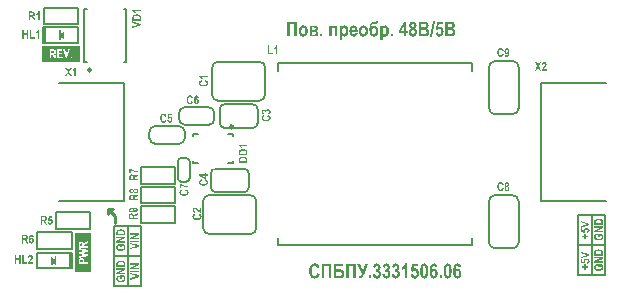
<source format=gto>
G04*
G04 #@! TF.GenerationSoftware,Altium Limited,Altium Designer,19.1.6 (110)*
G04*
G04 Layer_Color=65535*
%FSLAX43Y43*%
%MOMM*%
G71*
G01*
G75*
%ADD10C,0.200*%
%ADD11C,0.250*%
%ADD12C,0.254*%
%ADD13C,0.150*%
%ADD14R,0.275X1.300*%
G36*
X5750Y2850D02*
X5750D01*
X5825Y2850D01*
X5829Y2850D01*
X5836Y2847D01*
X5842Y2841D01*
X5845Y2834D01*
X5845Y2830D01*
Y2830D01*
X5845Y2070D01*
Y2066D01*
X5842Y2059D01*
X5836Y2053D01*
X5829Y2050D01*
X5825D01*
X5825Y2050D01*
X5750Y2050D01*
X5745Y2050D01*
X5736Y2054D01*
X5729Y2061D01*
X5725Y2070D01*
X5725Y2075D01*
X5725Y2350D01*
X5468Y2093D01*
Y2093D01*
X5462Y2087D01*
X5447Y2084D01*
X5433Y2090D01*
X5425Y2103D01*
X5425Y2110D01*
X5425Y2815D01*
X5425D01*
X5425Y2819D01*
X5430Y2827D01*
X5438Y2830D01*
X5447Y2828D01*
X5450Y2825D01*
X5725Y2550D01*
X5725Y2825D01*
Y2830D01*
X5729Y2839D01*
X5736Y2846D01*
X5745Y2850D01*
X5750Y2850D01*
D02*
G37*
G36*
X6225Y21950D02*
X6230Y21950D01*
X6239Y21946D01*
X6246Y21939D01*
X6250Y21930D01*
X6250Y21925D01*
X6250Y21650D01*
X6507Y21907D01*
Y21907D01*
X6513Y21913D01*
X6528Y21916D01*
X6542Y21910D01*
X6550Y21897D01*
X6550Y21890D01*
X6550Y21185D01*
X6550D01*
X6550Y21181D01*
X6545Y21173D01*
X6537Y21170D01*
X6528Y21172D01*
X6525Y21175D01*
X6250Y21450D01*
X6250Y21175D01*
Y21170D01*
X6246Y21161D01*
X6239Y21154D01*
X6230Y21150D01*
X6225Y21150D01*
X6225D01*
X6150Y21150D01*
X6146Y21150D01*
X6139Y21153D01*
X6133Y21159D01*
X6130Y21166D01*
X6130Y21170D01*
Y21170D01*
X6130Y21930D01*
Y21934D01*
X6133Y21941D01*
X6139Y21947D01*
X6146Y21950D01*
X6150D01*
X6150Y21950D01*
X6225Y21950D01*
D02*
G37*
G36*
X33729Y22372D02*
X33741Y22370D01*
X33753Y22368D01*
X33782Y22359D01*
X33817Y22345D01*
X33834Y22335D01*
X33854Y22322D01*
X33872Y22308D01*
X33891Y22292D01*
X33909Y22273D01*
X33926Y22251D01*
X33928Y22249D01*
X33930Y22245D01*
X33934Y22240D01*
X33942Y22230D01*
X33948Y22216D01*
X33955Y22201D01*
X33965Y22183D01*
X33973Y22164D01*
X33983Y22140D01*
X33991Y22115D01*
X33998Y22086D01*
X34006Y22054D01*
X34012Y22021D01*
X34016Y21986D01*
X34018Y21947D01*
X34020Y21906D01*
Y21904D01*
Y21896D01*
Y21885D01*
X34018Y21867D01*
Y21848D01*
X34016Y21826D01*
X34012Y21801D01*
X34008Y21773D01*
X33996Y21715D01*
X33981Y21656D01*
X33957Y21598D01*
X33942Y21572D01*
X33926Y21547D01*
X33924Y21545D01*
X33922Y21541D01*
X33916Y21535D01*
X33911Y21528D01*
X33891Y21508D01*
X33864Y21487D01*
X33833Y21463D01*
X33795Y21444D01*
X33776Y21436D01*
X33755Y21430D01*
X33731Y21426D01*
X33708Y21424D01*
X33698D01*
X33686Y21426D01*
X33673Y21428D01*
X33655Y21430D01*
X33636Y21436D01*
X33616Y21442D01*
X33597Y21452D01*
X33595Y21453D01*
X33589Y21457D01*
X33577Y21465D01*
X33565Y21475D01*
X33548Y21491D01*
X33530Y21508D01*
X33511Y21530D01*
X33491Y21555D01*
Y21100D01*
X33294D01*
Y22353D01*
X33478D01*
Y22218D01*
X33479Y22222D01*
X33483Y22230D01*
X33493Y22244D01*
X33503Y22259D01*
X33518Y22277D01*
X33534Y22296D01*
X33554Y22316D01*
X33575Y22331D01*
X33577Y22333D01*
X33587Y22337D01*
X33598Y22345D01*
X33616Y22353D01*
X33636Y22361D01*
X33657Y22368D01*
X33682Y22372D01*
X33708Y22374D01*
X33719D01*
X33729Y22372D01*
D02*
G37*
G36*
X30294Y22372D02*
X30306Y22370D01*
X30317Y22368D01*
X30347Y22359D01*
X30382Y22345D01*
X30399Y22335D01*
X30419Y22322D01*
X30436Y22308D01*
X30456Y22292D01*
X30473Y22273D01*
X30491Y22251D01*
X30493Y22249D01*
X30495Y22245D01*
X30499Y22240D01*
X30507Y22230D01*
X30512Y22216D01*
X30520Y22201D01*
X30530Y22183D01*
X30538Y22164D01*
X30548Y22140D01*
X30555Y22115D01*
X30563Y22086D01*
X30571Y22054D01*
X30577Y22021D01*
X30581Y21986D01*
X30583Y21947D01*
X30585Y21906D01*
Y21904D01*
Y21896D01*
Y21885D01*
X30583Y21867D01*
Y21848D01*
X30581Y21826D01*
X30577Y21801D01*
X30573Y21773D01*
X30561Y21715D01*
X30546Y21656D01*
X30522Y21598D01*
X30507Y21572D01*
X30491Y21547D01*
X30489Y21545D01*
X30487Y21541D01*
X30481Y21535D01*
X30475Y21528D01*
X30456Y21508D01*
X30429Y21487D01*
X30397Y21463D01*
X30360Y21444D01*
X30341Y21436D01*
X30319Y21430D01*
X30296Y21426D01*
X30272Y21424D01*
X30263D01*
X30251Y21426D01*
X30237Y21428D01*
X30220Y21430D01*
X30200Y21436D01*
X30181Y21442D01*
X30161Y21452D01*
X30159Y21453D01*
X30153Y21457D01*
X30142Y21465D01*
X30130Y21475D01*
X30113Y21491D01*
X30095Y21508D01*
X30075Y21530D01*
X30056Y21555D01*
Y21100D01*
X29859D01*
Y22353D01*
X30042D01*
Y22218D01*
X30044Y22222D01*
X30048Y22230D01*
X30058Y22244D01*
X30068Y22259D01*
X30083Y22277D01*
X30099Y22296D01*
X30118Y22316D01*
X30140Y22331D01*
X30142Y22333D01*
X30152Y22337D01*
X30163Y22345D01*
X30181Y22353D01*
X30200Y22361D01*
X30222Y22368D01*
X30247Y22372D01*
X30272Y22374D01*
X30284D01*
X30294Y22372D01*
D02*
G37*
G36*
X38602Y22456D02*
X38233D01*
X38200Y22242D01*
X38204Y22244D01*
X38212Y22247D01*
X38226Y22255D01*
X38241Y22263D01*
X38263Y22271D01*
X38284Y22279D01*
X38309Y22283D01*
X38335Y22284D01*
X38347D01*
X38354Y22283D01*
X38378Y22279D01*
X38407Y22273D01*
X38438Y22261D01*
X38473Y22244D01*
X38491Y22232D01*
X38508Y22220D01*
X38526Y22205D01*
X38542Y22187D01*
X38544Y22185D01*
X38545Y22181D01*
X38551Y22175D01*
X38559Y22166D01*
X38567Y22154D01*
X38575Y22138D01*
X38585Y22121D01*
X38596Y22101D01*
X38606Y22080D01*
X38616Y22056D01*
X38624Y22029D01*
X38631Y22000D01*
X38639Y21970D01*
X38645Y21937D01*
X38647Y21902D01*
X38649Y21865D01*
Y21863D01*
Y21857D01*
Y21849D01*
X38647Y21838D01*
Y21822D01*
X38645Y21807D01*
X38641Y21787D01*
X38637Y21766D01*
X38627Y21719D01*
X38610Y21668D01*
X38588Y21615D01*
X38573Y21588D01*
X38557Y21563D01*
X38555Y21561D01*
X38553Y21557D01*
X38547Y21549D01*
X38540Y21541D01*
X38530Y21532D01*
X38520Y21520D01*
X38506Y21506D01*
X38491Y21494D01*
X38473Y21481D01*
X38454Y21467D01*
X38409Y21446D01*
X38384Y21438D01*
X38356Y21430D01*
X38327Y21426D01*
X38296Y21424D01*
X38282D01*
X38272Y21426D01*
X38261D01*
X38247Y21428D01*
X38216Y21436D01*
X38181Y21446D01*
X38142Y21461D01*
X38105Y21483D01*
X38085Y21496D01*
X38068Y21512D01*
Y21514D01*
X38064Y21516D01*
X38060Y21522D01*
X38054Y21530D01*
X38046Y21537D01*
X38038Y21549D01*
X38029Y21563D01*
X38019Y21578D01*
X38001Y21613D01*
X37984Y21658D01*
X37968Y21709D01*
X37958Y21768D01*
X38155Y21793D01*
Y21789D01*
X38157Y21779D01*
X38159Y21764D01*
X38163Y21746D01*
X38169Y21725D01*
X38179Y21703D01*
X38190Y21684D01*
X38204Y21664D01*
X38206Y21662D01*
X38212Y21656D01*
X38220Y21649D01*
X38231Y21641D01*
X38247Y21633D01*
X38263Y21625D01*
X38280Y21619D01*
X38300Y21617D01*
X38302D01*
X38309Y21619D01*
X38321Y21621D01*
X38335Y21625D01*
X38352Y21631D01*
X38368Y21643D01*
X38386Y21656D01*
X38403Y21676D01*
X38405Y21678D01*
X38411Y21688D01*
X38417Y21701D01*
X38426Y21723D01*
X38434Y21748D01*
X38440Y21779D01*
X38446Y21818D01*
X38448Y21861D01*
Y21863D01*
Y21867D01*
Y21873D01*
Y21881D01*
X38446Y21902D01*
X38442Y21928D01*
X38436Y21955D01*
X38428Y21984D01*
X38419Y22011D01*
X38403Y22035D01*
X38401Y22037D01*
X38395Y22045D01*
X38386Y22052D01*
X38374Y22064D01*
X38358Y22074D01*
X38339Y22084D01*
X38317Y22089D01*
X38294Y22091D01*
X38290D01*
X38280Y22089D01*
X38263Y22087D01*
X38243Y22080D01*
X38220Y22070D01*
X38194Y22052D01*
X38167Y22031D01*
X38155Y22015D01*
X38142Y22000D01*
X37982Y22025D01*
X38083Y22680D01*
X38602D01*
Y22456D01*
D02*
G37*
G36*
X39263Y22694D02*
X39298Y22692D01*
X39337Y22688D01*
X39376Y22682D01*
X39414Y22675D01*
X39429Y22671D01*
X39443Y22665D01*
X39447Y22663D01*
X39455Y22659D01*
X39466Y22651D01*
X39484Y22640D01*
X39501Y22624D01*
X39521Y22606D01*
X39540Y22583D01*
X39558Y22556D01*
X39560Y22552D01*
X39566Y22542D01*
X39574Y22526D01*
X39583Y22505D01*
X39591Y22478D01*
X39599Y22448D01*
X39605Y22415D01*
X39607Y22380D01*
Y22376D01*
Y22364D01*
X39605Y22347D01*
X39601Y22325D01*
X39597Y22300D01*
X39589Y22273D01*
X39579Y22245D01*
X39566Y22216D01*
X39564Y22212D01*
X39558Y22205D01*
X39550Y22191D01*
X39538Y22175D01*
X39523Y22158D01*
X39505Y22140D01*
X39484Y22125D01*
X39462Y22109D01*
X39464D01*
X39466Y22107D01*
X39478Y22103D01*
X39494Y22095D01*
X39513Y22084D01*
X39536Y22068D01*
X39560Y22048D01*
X39581Y22025D01*
X39603Y21998D01*
X39605Y21994D01*
X39611Y21984D01*
X39620Y21967D01*
X39630Y21945D01*
X39638Y21918D01*
X39648Y21885D01*
X39653Y21848D01*
X39655Y21807D01*
Y21805D01*
Y21801D01*
Y21793D01*
Y21783D01*
X39653Y21771D01*
X39652Y21758D01*
X39648Y21727D01*
X39640Y21690D01*
X39628Y21652D01*
X39611Y21613D01*
X39589Y21576D01*
Y21574D01*
X39585Y21572D01*
X39577Y21561D01*
X39564Y21545D01*
X39544Y21528D01*
X39523Y21506D01*
X39495Y21487D01*
X39466Y21471D01*
X39433Y21459D01*
X39429D01*
X39425Y21457D01*
X39419D01*
X39412Y21455D01*
X39402D01*
X39388Y21453D01*
X39375D01*
X39355Y21452D01*
X39336Y21450D01*
X39312D01*
X39285Y21448D01*
X39256D01*
X39222Y21446D01*
X38795D01*
Y22696D01*
X39248D01*
X39263Y22694D01*
D02*
G37*
G36*
X37034D02*
X37069Y22692D01*
X37108Y22688D01*
X37147Y22682D01*
X37184Y22675D01*
X37200Y22671D01*
X37213Y22665D01*
X37217Y22663D01*
X37225Y22659D01*
X37237Y22651D01*
X37254Y22640D01*
X37272Y22624D01*
X37291Y22606D01*
X37311Y22583D01*
X37328Y22556D01*
X37330Y22552D01*
X37336Y22542D01*
X37344Y22526D01*
X37354Y22505D01*
X37361Y22478D01*
X37369Y22448D01*
X37375Y22415D01*
X37377Y22380D01*
Y22376D01*
Y22364D01*
X37375Y22347D01*
X37371Y22325D01*
X37367Y22300D01*
X37359Y22273D01*
X37350Y22245D01*
X37336Y22216D01*
X37334Y22212D01*
X37328Y22205D01*
X37320Y22191D01*
X37309Y22175D01*
X37293Y22158D01*
X37276Y22140D01*
X37254Y22125D01*
X37233Y22109D01*
X37235D01*
X37237Y22107D01*
X37248Y22103D01*
X37264Y22095D01*
X37283Y22084D01*
X37307Y22068D01*
X37330Y22048D01*
X37352Y22025D01*
X37373Y21998D01*
X37375Y21994D01*
X37381Y21984D01*
X37391Y21967D01*
X37400Y21945D01*
X37408Y21918D01*
X37418Y21885D01*
X37424Y21848D01*
X37426Y21807D01*
Y21805D01*
Y21801D01*
Y21793D01*
Y21783D01*
X37424Y21771D01*
X37422Y21758D01*
X37418Y21727D01*
X37410Y21690D01*
X37398Y21652D01*
X37381Y21613D01*
X37359Y21576D01*
Y21574D01*
X37356Y21572D01*
X37348Y21561D01*
X37334Y21545D01*
X37315Y21528D01*
X37293Y21506D01*
X37266Y21487D01*
X37237Y21471D01*
X37203Y21459D01*
X37200D01*
X37196Y21457D01*
X37190D01*
X37182Y21455D01*
X37172D01*
X37159Y21453D01*
X37145D01*
X37125Y21452D01*
X37106Y21450D01*
X37082D01*
X37055Y21448D01*
X37026D01*
X36993Y21446D01*
X36566D01*
Y22696D01*
X37018D01*
X37034Y22694D01*
D02*
G37*
G36*
X35504Y21910D02*
X35631D01*
Y21697D01*
X35504D01*
Y21446D01*
X35313D01*
Y21697D01*
X34894D01*
Y21908D01*
X35337Y22702D01*
X35504D01*
Y21910D01*
D02*
G37*
G36*
X34369Y21446D02*
X34172D01*
Y21686D01*
X34369D01*
Y21446D01*
D02*
G37*
G36*
X29650Y21446D02*
X29451D01*
Y22164D01*
X29186D01*
Y21446D01*
X28989D01*
Y22353D01*
X29650D01*
Y21446D01*
D02*
G37*
G36*
X28396D02*
X28199D01*
Y21686D01*
X28396D01*
Y21446D01*
D02*
G37*
G36*
X27789Y22351D02*
X27805Y22349D01*
X27824Y22345D01*
X27846Y22341D01*
X27867Y22333D01*
X27891Y22324D01*
X27914Y22310D01*
X27937Y22294D01*
X27957Y22277D01*
X27976Y22253D01*
X27992Y22226D01*
X28006Y22195D01*
X28014Y22158D01*
X28016Y22117D01*
Y22115D01*
Y22111D01*
Y22101D01*
X28014Y22091D01*
X28012Y22080D01*
X28010Y22064D01*
X28000Y22033D01*
X27984Y21998D01*
X27975Y21980D01*
X27963Y21965D01*
X27949Y21949D01*
X27932Y21933D01*
X27912Y21922D01*
X27891Y21912D01*
X27893D01*
X27897Y21910D01*
X27904Y21906D01*
X27914Y21900D01*
X27937Y21887D01*
X27951Y21877D01*
X27967Y21863D01*
X27980Y21849D01*
X27994Y21834D01*
X28006Y21814D01*
X28017Y21795D01*
X28027Y21771D01*
X28035Y21746D01*
X28039Y21717D01*
X28041Y21686D01*
Y21684D01*
Y21682D01*
Y21676D01*
Y21668D01*
X28037Y21649D01*
X28033Y21623D01*
X28025Y21594D01*
X28014Y21565D01*
X27996Y21537D01*
X27975Y21510D01*
X27973Y21508D01*
X27963Y21500D01*
X27949Y21491D01*
X27930Y21479D01*
X27904Y21465D01*
X27875Y21455D01*
X27842Y21448D01*
X27805Y21446D01*
X27321D01*
Y22353D01*
X27778D01*
X27789Y22351D01*
D02*
G37*
G36*
X26233Y21446D02*
X26026D01*
Y22483D01*
X25620D01*
Y21446D01*
X25413D01*
Y22696D01*
X26233D01*
Y21446D01*
D02*
G37*
G36*
X37638Y21424D02*
X37494D01*
X37748Y22718D01*
X37896D01*
X37638Y21424D01*
D02*
G37*
G36*
X36084Y22700D02*
X36095D01*
X36111Y22698D01*
X36144Y22690D01*
X36181Y22679D01*
X36218Y22663D01*
X36255Y22640D01*
X36273Y22624D01*
X36289Y22608D01*
Y22606D01*
X36292Y22604D01*
X36296Y22599D01*
X36300Y22591D01*
X36314Y22571D01*
X36329Y22544D01*
X36343Y22511D01*
X36357Y22472D01*
X36365Y22429D01*
X36368Y22380D01*
Y22376D01*
Y22364D01*
X36367Y22349D01*
X36365Y22327D01*
X36359Y22302D01*
X36353Y22275D01*
X36343Y22249D01*
X36329Y22222D01*
X36328Y22220D01*
X36324Y22210D01*
X36314Y22199D01*
X36302Y22185D01*
X36289Y22167D01*
X36271Y22152D01*
X36251Y22134D01*
X36228Y22121D01*
X36230D01*
X36232Y22119D01*
X36242Y22113D01*
X36257Y22103D01*
X36277Y22089D01*
X36296Y22072D01*
X36318Y22052D01*
X36339Y22027D01*
X36357Y22000D01*
X36359Y21996D01*
X36365Y21986D01*
X36370Y21970D01*
X36380Y21947D01*
X36388Y21920D01*
X36394Y21889D01*
X36400Y21851D01*
X36402Y21810D01*
Y21809D01*
Y21805D01*
Y21799D01*
Y21791D01*
X36400Y21770D01*
X36396Y21742D01*
X36390Y21709D01*
X36382Y21676D01*
X36372Y21641D01*
X36357Y21606D01*
X36355Y21602D01*
X36349Y21592D01*
X36339Y21576D01*
X36326Y21557D01*
X36308Y21533D01*
X36289Y21512D01*
X36265Y21491D01*
X36238Y21471D01*
X36234Y21469D01*
X36224Y21463D01*
X36209Y21455D01*
X36187Y21448D01*
X36162Y21440D01*
X36132Y21432D01*
X36101Y21426D01*
X36066Y21424D01*
X36052D01*
X36041Y21426D01*
X36029Y21428D01*
X36013Y21430D01*
X35980Y21438D01*
X35941Y21450D01*
X35900Y21467D01*
X35879Y21479D01*
X35859Y21493D01*
X35840Y21508D01*
X35820Y21526D01*
X35818Y21528D01*
X35816Y21530D01*
X35813Y21537D01*
X35805Y21545D01*
X35799Y21555D01*
X35791Y21567D01*
X35781Y21582D01*
X35774Y21600D01*
X35764Y21617D01*
X35756Y21639D01*
X35740Y21686D01*
X35729Y21740D01*
X35727Y21771D01*
X35725Y21803D01*
Y21805D01*
Y21809D01*
Y21814D01*
Y21822D01*
X35727Y21844D01*
X35731Y21869D01*
X35735Y21900D01*
X35742Y21931D01*
X35754Y21965D01*
X35768Y21996D01*
X35770Y22000D01*
X35775Y22009D01*
X35787Y22023D01*
X35801Y22043D01*
X35818Y22062D01*
X35840Y22084D01*
X35865Y22103D01*
X35894Y22121D01*
X35891Y22123D01*
X35883Y22128D01*
X35869Y22136D01*
X35854Y22148D01*
X35836Y22164D01*
X35818Y22181D01*
X35801Y22201D01*
X35785Y22224D01*
X35783Y22228D01*
X35779Y22236D01*
X35774Y22249D01*
X35768Y22267D01*
X35760Y22290D01*
X35754Y22318D01*
X35750Y22347D01*
X35748Y22380D01*
Y22382D01*
Y22386D01*
Y22394D01*
X35750Y22403D01*
Y22417D01*
X35752Y22431D01*
X35758Y22464D01*
X35770Y22501D01*
X35783Y22540D01*
X35805Y22579D01*
X35816Y22597D01*
X35832Y22614D01*
X35834Y22616D01*
X35836Y22618D01*
X35848Y22628D01*
X35865Y22641D01*
X35893Y22659D01*
X35924Y22675D01*
X35963Y22688D01*
X36008Y22698D01*
X36033Y22702D01*
X36072D01*
X36084Y22700D01*
D02*
G37*
G36*
X33105Y22723D02*
Y22721D01*
X33103Y22710D01*
X33101Y22690D01*
X33099Y22669D01*
X33093Y22643D01*
X33087Y22620D01*
X33078Y22597D01*
X33066Y22575D01*
X33064Y22573D01*
X33060Y22567D01*
X33052Y22560D01*
X33043Y22550D01*
X33019Y22532D01*
X33005Y22524D01*
X32990Y22519D01*
X32988D01*
X32982Y22517D01*
X32970D01*
X32955Y22515D01*
X32931Y22513D01*
X32902Y22511D01*
X32867Y22509D01*
X32847Y22507D01*
X32805D01*
X32783Y22505D01*
X32758Y22503D01*
X32730Y22501D01*
X32703Y22499D01*
X32680Y22495D01*
X32670Y22493D01*
X32662Y22491D01*
X32660D01*
X32656Y22489D01*
X32648Y22485D01*
X32639Y22482D01*
X32629Y22474D01*
X32615Y22466D01*
X32602Y22454D01*
X32586Y22441D01*
X32584Y22439D01*
X32580Y22433D01*
X32572Y22425D01*
X32565Y22413D01*
X32555Y22398D01*
X32545Y22378D01*
X32535Y22357D01*
X32528Y22333D01*
Y22329D01*
X32524Y22322D01*
X32522Y22306D01*
X32518Y22284D01*
X32514Y22257D01*
X32510Y22226D01*
X32508Y22189D01*
X32506Y22148D01*
X32508Y22150D01*
X32510Y22156D01*
X32516Y22167D01*
X32524Y22179D01*
X32533Y22195D01*
X32545Y22212D01*
X32559Y22230D01*
X32576Y22249D01*
X32594Y22267D01*
X32615Y22284D01*
X32637Y22302D01*
X32662Y22318D01*
X32689Y22331D01*
X32719Y22341D01*
X32750Y22347D01*
X32783Y22349D01*
X32797D01*
X32806Y22347D01*
X32820Y22345D01*
X32834Y22341D01*
X32867Y22331D01*
X32886Y22324D01*
X32906Y22316D01*
X32925Y22304D01*
X32947Y22290D01*
X32968Y22275D01*
X32988Y22255D01*
X33009Y22236D01*
X33029Y22210D01*
X33031Y22208D01*
X33033Y22205D01*
X33039Y22197D01*
X33044Y22187D01*
X33054Y22173D01*
X33062Y22158D01*
X33072Y22140D01*
X33082Y22119D01*
X33091Y22095D01*
X33101Y22072D01*
X33119Y22015D01*
X33130Y21955D01*
X33132Y21922D01*
X33134Y21887D01*
Y21885D01*
Y21879D01*
Y21867D01*
X33132Y21853D01*
X33130Y21838D01*
X33128Y21816D01*
X33124Y21795D01*
X33121Y21771D01*
X33107Y21719D01*
X33099Y21691D01*
X33087Y21664D01*
X33074Y21637D01*
X33060Y21610D01*
X33043Y21582D01*
X33023Y21557D01*
X33021Y21555D01*
X33017Y21551D01*
X33011Y21545D01*
X33004Y21535D01*
X32992Y21526D01*
X32980Y21516D01*
X32964Y21502D01*
X32947Y21491D01*
X32929Y21479D01*
X32908Y21467D01*
X32861Y21446D01*
X32834Y21436D01*
X32806Y21430D01*
X32777Y21426D01*
X32746Y21424D01*
X32734D01*
X32725Y21426D01*
X32713D01*
X32701Y21428D01*
X32670Y21434D01*
X32635Y21444D01*
X32598Y21459D01*
X32561Y21479D01*
X32524Y21506D01*
X32522Y21508D01*
X32520Y21510D01*
X32508Y21522D01*
X32492Y21539D01*
X32473Y21563D01*
X32453Y21594D01*
X32432Y21629D01*
X32414Y21670D01*
X32401Y21717D01*
Y21719D01*
X32399Y21723D01*
Y21730D01*
X32397Y21740D01*
X32395Y21754D01*
X32393Y21770D01*
X32389Y21789D01*
X32387Y21810D01*
X32385Y21834D01*
X32381Y21861D01*
X32379Y21890D01*
X32377Y21924D01*
X32375Y21959D01*
Y21996D01*
X32373Y22035D01*
Y22078D01*
Y22082D01*
Y22091D01*
Y22109D01*
X32375Y22132D01*
X32377Y22158D01*
X32379Y22189D01*
X32381Y22224D01*
X32385Y22261D01*
X32397Y22337D01*
X32414Y22415D01*
X32426Y22454D01*
X32440Y22489D01*
X32453Y22521D01*
X32471Y22550D01*
X32473Y22552D01*
X32475Y22556D01*
X32481Y22563D01*
X32490Y22571D01*
X32502Y22583D01*
X32516Y22595D01*
X32531Y22608D01*
X32551Y22622D01*
X32574Y22634D01*
X32600Y22647D01*
X32627Y22659D01*
X32660Y22671D01*
X32695Y22679D01*
X32732Y22686D01*
X32775Y22690D01*
X32820Y22692D01*
X32922D01*
X32929Y22694D01*
X32937Y22696D01*
X32947Y22700D01*
X32957Y22706D01*
X32963Y22714D01*
X32968Y22725D01*
X33105D01*
Y22723D01*
D02*
G37*
G36*
X31899Y22372D02*
X31915Y22370D01*
X31933Y22366D01*
X31974Y22357D01*
X31995Y22349D01*
X32018Y22339D01*
X32042Y22327D01*
X32065Y22314D01*
X32087Y22298D01*
X32110Y22279D01*
X32132Y22257D01*
X32151Y22232D01*
X32153Y22230D01*
X32155Y22226D01*
X32161Y22218D01*
X32167Y22206D01*
X32174Y22193D01*
X32184Y22177D01*
X32194Y22160D01*
X32204Y22138D01*
X32212Y22115D01*
X32221Y22089D01*
X32239Y22035D01*
X32251Y21972D01*
X32252Y21939D01*
X32254Y21904D01*
Y21902D01*
Y21898D01*
Y21890D01*
Y21881D01*
X32252Y21869D01*
Y21853D01*
X32249Y21820D01*
X32241Y21781D01*
X32231Y21738D01*
X32217Y21693D01*
X32200Y21651D01*
Y21649D01*
X32198Y21645D01*
X32194Y21639D01*
X32190Y21633D01*
X32178Y21611D01*
X32163Y21586D01*
X32143Y21559D01*
X32118Y21532D01*
X32091Y21504D01*
X32059Y21481D01*
X32055Y21479D01*
X32044Y21473D01*
X32026Y21463D01*
X32003Y21453D01*
X31975Y21442D01*
X31944Y21434D01*
X31907Y21426D01*
X31870Y21424D01*
X31855D01*
X31843Y21426D01*
X31829Y21428D01*
X31812Y21430D01*
X31775Y21440D01*
X31730Y21455D01*
X31708Y21465D01*
X31685Y21477D01*
X31661Y21491D01*
X31638Y21508D01*
X31617Y21528D01*
X31595Y21549D01*
X31593Y21551D01*
X31591Y21555D01*
X31585Y21563D01*
X31578Y21572D01*
X31570Y21586D01*
X31562Y21602D01*
X31552Y21621D01*
X31542Y21643D01*
X31531Y21666D01*
X31521Y21693D01*
X31513Y21723D01*
X31505Y21756D01*
X31498Y21791D01*
X31492Y21828D01*
X31490Y21869D01*
X31488Y21912D01*
Y21914D01*
Y21918D01*
Y21926D01*
Y21935D01*
X31490Y21947D01*
Y21961D01*
X31494Y21992D01*
X31501Y22029D01*
X31509Y22070D01*
X31523Y22113D01*
X31540Y22154D01*
Y22156D01*
X31542Y22158D01*
X31546Y22164D01*
X31550Y22171D01*
X31562Y22191D01*
X31578Y22216D01*
X31597Y22242D01*
X31620Y22269D01*
X31648Y22294D01*
X31677Y22318D01*
X31679D01*
X31681Y22320D01*
X31693Y22327D01*
X31710Y22335D01*
X31734Y22347D01*
X31763Y22357D01*
X31794Y22366D01*
X31831Y22372D01*
X31870Y22374D01*
X31888D01*
X31899Y22372D01*
D02*
G37*
G36*
X31049D02*
X31061Y22370D01*
X31076Y22368D01*
X31113Y22359D01*
X31154Y22345D01*
X31174Y22335D01*
X31195Y22324D01*
X31217Y22310D01*
X31236Y22294D01*
X31256Y22277D01*
X31273Y22255D01*
X31275Y22253D01*
X31277Y22249D01*
X31283Y22242D01*
X31289Y22230D01*
X31297Y22216D01*
X31306Y22199D01*
X31316Y22179D01*
X31326Y22156D01*
X31334Y22128D01*
X31343Y22099D01*
X31353Y22066D01*
X31361Y22031D01*
X31367Y21992D01*
X31373Y21951D01*
X31375Y21906D01*
X31377Y21857D01*
Y21830D01*
X30883D01*
Y21828D01*
Y21826D01*
Y21820D01*
Y21812D01*
X30885Y21793D01*
X30889Y21768D01*
X30895Y21740D01*
X30903Y21713D01*
X30914Y21686D01*
X30930Y21662D01*
X30932Y21660D01*
X30938Y21652D01*
X30947Y21645D01*
X30961Y21633D01*
X30979Y21623D01*
X30998Y21613D01*
X31020Y21606D01*
X31043Y21604D01*
X31047D01*
X31059Y21606D01*
X31074Y21611D01*
X31096Y21619D01*
X31117Y21635D01*
X31127Y21645D01*
X31139Y21658D01*
X31148Y21672D01*
X31156Y21690D01*
X31164Y21709D01*
X31172Y21732D01*
X31367Y21695D01*
Y21693D01*
X31365Y21690D01*
X31363Y21682D01*
X31359Y21672D01*
X31355Y21662D01*
X31349Y21649D01*
X31336Y21617D01*
X31318Y21584D01*
X31297Y21551D01*
X31271Y21518D01*
X31242Y21491D01*
X31238Y21489D01*
X31228Y21481D01*
X31211Y21469D01*
X31185Y21457D01*
X31156Y21446D01*
X31123Y21434D01*
X31084Y21426D01*
X31041Y21424D01*
X31025D01*
X31014Y21426D01*
X31000Y21428D01*
X30985Y21430D01*
X30947Y21438D01*
X30906Y21452D01*
X30866Y21471D01*
X30844Y21483D01*
X30825Y21498D01*
X30805Y21514D01*
X30787Y21533D01*
X30786Y21535D01*
X30784Y21539D01*
X30778Y21547D01*
X30772Y21557D01*
X30764Y21571D01*
X30754Y21586D01*
X30745Y21606D01*
X30735Y21627D01*
X30725Y21651D01*
X30715Y21678D01*
X30708Y21707D01*
X30698Y21740D01*
X30692Y21773D01*
X30686Y21810D01*
X30684Y21851D01*
X30682Y21892D01*
Y21894D01*
Y21902D01*
Y21914D01*
X30684Y21929D01*
X30686Y21949D01*
X30688Y21972D01*
X30692Y21996D01*
X30696Y22023D01*
X30708Y22082D01*
X30727Y22142D01*
X30739Y22173D01*
X30752Y22203D01*
X30770Y22230D01*
X30787Y22257D01*
X30789Y22259D01*
X30791Y22263D01*
X30797Y22269D01*
X30805Y22275D01*
X30825Y22294D01*
X30852Y22316D01*
X30885Y22337D01*
X30924Y22357D01*
X30947Y22363D01*
X30971Y22368D01*
X30996Y22372D01*
X31022Y22374D01*
X31037D01*
X31049Y22372D01*
D02*
G37*
G36*
X26806D02*
X26822Y22370D01*
X26839Y22366D01*
X26880Y22357D01*
X26902Y22349D01*
X26925Y22339D01*
X26948Y22327D01*
X26972Y22314D01*
X26993Y22298D01*
X27017Y22279D01*
X27038Y22257D01*
X27058Y22232D01*
X27060Y22230D01*
X27062Y22226D01*
X27067Y22218D01*
X27073Y22206D01*
X27081Y22193D01*
X27091Y22177D01*
X27101Y22160D01*
X27110Y22138D01*
X27118Y22115D01*
X27128Y22089D01*
X27145Y22035D01*
X27157Y21972D01*
X27159Y21939D01*
X27161Y21904D01*
Y21902D01*
Y21898D01*
Y21890D01*
Y21881D01*
X27159Y21869D01*
Y21853D01*
X27155Y21820D01*
X27147Y21781D01*
X27138Y21738D01*
X27124Y21693D01*
X27106Y21651D01*
Y21649D01*
X27105Y21645D01*
X27101Y21639D01*
X27097Y21633D01*
X27085Y21611D01*
X27069Y21586D01*
X27050Y21559D01*
X27025Y21532D01*
X26997Y21504D01*
X26966Y21481D01*
X26962Y21479D01*
X26950Y21473D01*
X26933Y21463D01*
X26909Y21453D01*
X26882Y21442D01*
X26851Y21434D01*
X26814Y21426D01*
X26777Y21424D01*
X26761D01*
X26749Y21426D01*
X26736Y21428D01*
X26718Y21430D01*
X26681Y21440D01*
X26636Y21455D01*
X26615Y21465D01*
X26591Y21477D01*
X26568Y21491D01*
X26545Y21508D01*
X26523Y21528D01*
X26502Y21549D01*
X26500Y21551D01*
X26498Y21555D01*
X26492Y21563D01*
X26484Y21572D01*
X26476Y21586D01*
X26469Y21602D01*
X26459Y21621D01*
X26449Y21643D01*
X26437Y21666D01*
X26428Y21693D01*
X26420Y21723D01*
X26412Y21756D01*
X26404Y21791D01*
X26398Y21828D01*
X26396Y21869D01*
X26394Y21912D01*
Y21914D01*
Y21918D01*
Y21926D01*
Y21935D01*
X26396Y21947D01*
Y21961D01*
X26400Y21992D01*
X26408Y22029D01*
X26416Y22070D01*
X26430Y22113D01*
X26447Y22154D01*
Y22156D01*
X26449Y22158D01*
X26453Y22164D01*
X26457Y22171D01*
X26469Y22191D01*
X26484Y22216D01*
X26504Y22242D01*
X26527Y22269D01*
X26554Y22294D01*
X26584Y22318D01*
X26586D01*
X26588Y22320D01*
X26599Y22327D01*
X26617Y22335D01*
X26640Y22347D01*
X26670Y22357D01*
X26701Y22366D01*
X26738Y22372D01*
X26777Y22374D01*
X26794D01*
X26806Y22372D01*
D02*
G37*
G36*
X39858Y2217D02*
X39878Y2215D01*
X39905Y2209D01*
X39934Y2199D01*
X39967Y2186D01*
X39998Y2166D01*
X40030Y2141D01*
X40034Y2137D01*
X40043Y2127D01*
X40057Y2108D01*
X40073Y2084D01*
X40090Y2051D01*
X40106Y2010D01*
X40121Y1963D01*
X40131Y1909D01*
X39938Y1883D01*
Y1885D01*
Y1889D01*
X39936Y1897D01*
X39934Y1905D01*
X39928Y1926D01*
X39918Y1954D01*
X39905Y1979D01*
X39885Y2000D01*
X39872Y2008D01*
X39858Y2016D01*
X39842Y2020D01*
X39825Y2022D01*
X39823D01*
X39815Y2020D01*
X39803Y2018D01*
X39788Y2014D01*
X39772Y2004D01*
X39755Y1993D01*
X39737Y1975D01*
X39720Y1952D01*
X39718Y1948D01*
X39716Y1944D01*
X39714Y1938D01*
X39710Y1928D01*
X39706Y1919D01*
X39702Y1905D01*
X39696Y1889D01*
X39692Y1872D01*
X39688Y1852D01*
X39684Y1829D01*
X39679Y1803D01*
X39675Y1774D01*
X39673Y1743D01*
X39669Y1708D01*
X39667Y1669D01*
X39669Y1671D01*
X39673Y1677D01*
X39681Y1686D01*
X39690Y1698D01*
X39704Y1712D01*
X39718Y1725D01*
X39733Y1737D01*
X39749Y1749D01*
X39751Y1751D01*
X39757Y1753D01*
X39766Y1757D01*
X39778Y1762D01*
X39794Y1768D01*
X39809Y1772D01*
X39829Y1774D01*
X39848Y1776D01*
X39860D01*
X39868Y1774D01*
X39891Y1770D01*
X39920Y1762D01*
X39954Y1749D01*
X39971Y1739D01*
X39989Y1729D01*
X40006Y1716D01*
X40024Y1700D01*
X40041Y1682D01*
X40059Y1663D01*
X40061Y1661D01*
X40063Y1657D01*
X40067Y1651D01*
X40073Y1642D01*
X40080Y1632D01*
X40088Y1618D01*
X40096Y1601D01*
X40106Y1583D01*
X40114Y1564D01*
X40121Y1540D01*
X40129Y1517D01*
X40137Y1489D01*
X40147Y1431D01*
X40151Y1398D01*
Y1365D01*
Y1363D01*
Y1357D01*
Y1345D01*
X40149Y1331D01*
Y1316D01*
X40145Y1296D01*
X40143Y1275D01*
X40139Y1251D01*
X40127Y1201D01*
X40110Y1150D01*
X40100Y1123D01*
X40086Y1099D01*
X40073Y1074D01*
X40055Y1052D01*
X40053Y1050D01*
X40051Y1049D01*
X40045Y1043D01*
X40037Y1035D01*
X40018Y1017D01*
X39991Y998D01*
X39956Y976D01*
X39915Y959D01*
X39893Y951D01*
X39870Y945D01*
X39844Y943D01*
X39819Y941D01*
X39813D01*
X39803Y943D01*
X39794D01*
X39780Y945D01*
X39764Y949D01*
X39729Y959D01*
X39710Y967D01*
X39688Y976D01*
X39667Y988D01*
X39645Y1004D01*
X39624Y1019D01*
X39604Y1039D01*
X39583Y1062D01*
X39563Y1088D01*
X39562Y1089D01*
X39560Y1095D01*
X39554Y1103D01*
X39548Y1115D01*
X39540Y1132D01*
X39532Y1152D01*
X39522Y1175D01*
X39515Y1203D01*
X39505Y1234D01*
X39495Y1271D01*
X39487Y1310D01*
X39480Y1353D01*
X39474Y1402D01*
X39468Y1454D01*
X39466Y1511D01*
X39464Y1571D01*
Y1573D01*
Y1575D01*
Y1587D01*
Y1604D01*
X39466Y1628D01*
X39468Y1655D01*
X39470Y1688D01*
X39472Y1723D01*
X39478Y1762D01*
X39489Y1844D01*
X39507Y1926D01*
X39519Y1965D01*
X39534Y2002D01*
X39550Y2036D01*
X39567Y2067D01*
X39569Y2069D01*
X39573Y2073D01*
X39579Y2080D01*
X39587Y2090D01*
X39597Y2102D01*
X39610Y2116D01*
X39624Y2129D01*
X39641Y2143D01*
X39681Y2170D01*
X39725Y2196D01*
X39753Y2205D01*
X39780Y2213D01*
X39807Y2217D01*
X39839Y2219D01*
X39850D01*
X39858Y2217D01*
D02*
G37*
G36*
X37864D02*
X37884Y2215D01*
X37911Y2209D01*
X37940Y2199D01*
X37974Y2186D01*
X38005Y2166D01*
X38036Y2141D01*
X38040Y2137D01*
X38050Y2127D01*
X38063Y2108D01*
X38079Y2084D01*
X38097Y2051D01*
X38112Y2010D01*
X38128Y1963D01*
X38137Y1909D01*
X37944Y1883D01*
Y1885D01*
Y1889D01*
X37942Y1897D01*
X37940Y1905D01*
X37935Y1926D01*
X37925Y1954D01*
X37911Y1979D01*
X37892Y2000D01*
X37878Y2008D01*
X37864Y2016D01*
X37849Y2020D01*
X37831Y2022D01*
X37829D01*
X37821Y2020D01*
X37810Y2018D01*
X37794Y2014D01*
X37779Y2004D01*
X37761Y1993D01*
X37743Y1975D01*
X37726Y1952D01*
X37724Y1948D01*
X37722Y1944D01*
X37720Y1938D01*
X37716Y1928D01*
X37712Y1919D01*
X37708Y1905D01*
X37702Y1889D01*
X37699Y1872D01*
X37695Y1852D01*
X37691Y1829D01*
X37685Y1803D01*
X37681Y1774D01*
X37679Y1743D01*
X37675Y1708D01*
X37673Y1669D01*
X37675Y1671D01*
X37679Y1677D01*
X37687Y1686D01*
X37697Y1698D01*
X37710Y1712D01*
X37724Y1725D01*
X37740Y1737D01*
X37755Y1749D01*
X37757Y1751D01*
X37763Y1753D01*
X37773Y1757D01*
X37784Y1762D01*
X37800Y1768D01*
X37816Y1772D01*
X37835Y1774D01*
X37855Y1776D01*
X37866D01*
X37874Y1774D01*
X37898Y1770D01*
X37927Y1762D01*
X37960Y1749D01*
X37978Y1739D01*
X37995Y1729D01*
X38013Y1716D01*
X38030Y1700D01*
X38048Y1682D01*
X38065Y1663D01*
X38067Y1661D01*
X38069Y1657D01*
X38073Y1651D01*
X38079Y1642D01*
X38087Y1632D01*
X38095Y1618D01*
X38102Y1601D01*
X38112Y1583D01*
X38120Y1564D01*
X38128Y1540D01*
X38136Y1517D01*
X38143Y1489D01*
X38153Y1431D01*
X38157Y1398D01*
Y1365D01*
Y1363D01*
Y1357D01*
Y1345D01*
X38155Y1331D01*
Y1316D01*
X38151Y1296D01*
X38149Y1275D01*
X38145Y1251D01*
X38134Y1201D01*
X38116Y1150D01*
X38106Y1123D01*
X38093Y1099D01*
X38079Y1074D01*
X38061Y1052D01*
X38059Y1050D01*
X38057Y1049D01*
X38052Y1043D01*
X38044Y1035D01*
X38024Y1017D01*
X37997Y998D01*
X37962Y976D01*
X37921Y959D01*
X37899Y951D01*
X37876Y945D01*
X37851Y943D01*
X37825Y941D01*
X37820D01*
X37810Y943D01*
X37800D01*
X37786Y945D01*
X37771Y949D01*
X37736Y959D01*
X37716Y967D01*
X37695Y976D01*
X37673Y988D01*
X37652Y1004D01*
X37630Y1019D01*
X37611Y1039D01*
X37589Y1062D01*
X37570Y1088D01*
X37568Y1089D01*
X37566Y1095D01*
X37560Y1103D01*
X37554Y1115D01*
X37546Y1132D01*
X37539Y1152D01*
X37529Y1175D01*
X37521Y1203D01*
X37511Y1234D01*
X37502Y1271D01*
X37494Y1310D01*
X37486Y1353D01*
X37480Y1402D01*
X37474Y1454D01*
X37472Y1511D01*
X37470Y1571D01*
Y1573D01*
Y1575D01*
Y1587D01*
Y1604D01*
X37472Y1628D01*
X37474Y1655D01*
X37476Y1688D01*
X37478Y1723D01*
X37484Y1762D01*
X37496Y1844D01*
X37513Y1926D01*
X37525Y1965D01*
X37541Y2002D01*
X37556Y2036D01*
X37574Y2067D01*
X37576Y2069D01*
X37580Y2073D01*
X37585Y2080D01*
X37593Y2090D01*
X37603Y2102D01*
X37617Y2116D01*
X37630Y2129D01*
X37648Y2143D01*
X37687Y2170D01*
X37732Y2196D01*
X37759Y2205D01*
X37786Y2213D01*
X37814Y2217D01*
X37845Y2219D01*
X37857D01*
X37864Y2217D01*
D02*
G37*
G36*
X27777Y2233D02*
X27791Y2231D01*
X27808Y2229D01*
X27828Y2225D01*
X27849Y2219D01*
X27894Y2205D01*
X27920Y2196D01*
X27943Y2184D01*
X27966Y2170D01*
X27992Y2155D01*
X28015Y2137D01*
X28037Y2116D01*
X28039D01*
X28041Y2112D01*
X28044Y2108D01*
X28050Y2100D01*
X28066Y2080D01*
X28083Y2053D01*
X28103Y2018D01*
X28124Y1975D01*
X28144Y1926D01*
X28160Y1868D01*
X27955Y1807D01*
Y1809D01*
Y1811D01*
X27951Y1825D01*
X27945Y1842D01*
X27937Y1866D01*
X27925Y1889D01*
X27912Y1917D01*
X27894Y1942D01*
X27875Y1963D01*
X27873Y1965D01*
X27865Y1971D01*
X27853Y1981D01*
X27836Y1991D01*
X27816Y2000D01*
X27793Y2010D01*
X27767Y2016D01*
X27738Y2018D01*
X27726D01*
X27719Y2016D01*
X27699Y2012D01*
X27672Y2006D01*
X27643Y1995D01*
X27611Y1977D01*
X27598Y1965D01*
X27582Y1952D01*
X27567Y1936D01*
X27553Y1919D01*
Y1917D01*
X27549Y1915D01*
X27547Y1909D01*
X27541Y1899D01*
X27537Y1889D01*
X27531Y1876D01*
X27524Y1860D01*
X27518Y1840D01*
X27512Y1819D01*
X27504Y1796D01*
X27498Y1768D01*
X27494Y1739D01*
X27489Y1708D01*
X27487Y1673D01*
X27483Y1634D01*
Y1593D01*
Y1591D01*
Y1583D01*
Y1571D01*
X27485Y1554D01*
Y1534D01*
X27487Y1513D01*
X27489Y1489D01*
X27490Y1462D01*
X27500Y1407D01*
X27512Y1351D01*
X27520Y1326D01*
X27528Y1300D01*
X27539Y1277D01*
X27551Y1257D01*
Y1255D01*
X27555Y1253D01*
X27565Y1242D01*
X27578Y1226D01*
X27600Y1208D01*
X27627Y1189D01*
X27656Y1173D01*
X27693Y1162D01*
X27713Y1160D01*
X27732Y1158D01*
X27736D01*
X27746Y1160D01*
X27762Y1162D01*
X27781Y1166D01*
X27803Y1173D01*
X27826Y1185D01*
X27849Y1199D01*
X27873Y1220D01*
X27875Y1224D01*
X27883Y1232D01*
X27894Y1247D01*
X27906Y1269D01*
X27922Y1298D01*
X27935Y1333D01*
X27949Y1374D01*
X27961Y1423D01*
X28162Y1345D01*
Y1343D01*
X28160Y1335D01*
X28156Y1326D01*
X28152Y1310D01*
X28148Y1292D01*
X28140Y1273D01*
X28132Y1251D01*
X28124Y1228D01*
X28101Y1177D01*
X28074Y1127D01*
X28043Y1078D01*
X28023Y1056D01*
X28003Y1037D01*
X28002Y1035D01*
X27998Y1033D01*
X27992Y1029D01*
X27984Y1021D01*
X27974Y1015D01*
X27961Y1008D01*
X27945Y998D01*
X27929Y990D01*
X27890Y972D01*
X27845Y957D01*
X27793Y945D01*
X27765Y943D01*
X27736Y941D01*
X27726D01*
X27717Y943D01*
X27703D01*
X27686Y945D01*
X27666Y949D01*
X27645Y955D01*
X27621Y961D01*
X27596Y969D01*
X27568Y978D01*
X27541Y992D01*
X27514Y1006D01*
X27487Y1023D01*
X27461Y1045D01*
X27434Y1068D01*
X27410Y1095D01*
X27409Y1097D01*
X27405Y1103D01*
X27397Y1113D01*
X27389Y1128D01*
X27377Y1146D01*
X27366Y1168D01*
X27352Y1193D01*
X27340Y1222D01*
X27327Y1255D01*
X27313Y1290D01*
X27301Y1329D01*
X27290Y1372D01*
X27282Y1419D01*
X27274Y1468D01*
X27270Y1521D01*
X27268Y1575D01*
Y1579D01*
Y1589D01*
X27270Y1606D01*
Y1628D01*
X27272Y1655D01*
X27276Y1686D01*
X27280Y1722D01*
X27286Y1759D01*
X27293Y1798D01*
X27303Y1839D01*
X27315Y1880D01*
X27329Y1922D01*
X27344Y1963D01*
X27364Y2002D01*
X27385Y2041D01*
X27410Y2077D01*
X27412Y2078D01*
X27416Y2084D01*
X27424Y2092D01*
X27434Y2102D01*
X27446Y2114D01*
X27461Y2127D01*
X27481Y2141D01*
X27500Y2157D01*
X27524Y2170D01*
X27549Y2184D01*
X27576Y2197D01*
X27606Y2209D01*
X27639Y2221D01*
X27674Y2229D01*
X27709Y2233D01*
X27748Y2235D01*
X27765D01*
X27777Y2233D01*
D02*
G37*
G36*
X31880Y1261D02*
Y1259D01*
X31878Y1253D01*
X31874Y1246D01*
X31868Y1234D01*
X31862Y1218D01*
X31856Y1203D01*
X31841Y1166D01*
X31821Y1125D01*
X31800Y1086D01*
X31778Y1048D01*
X31766Y1031D01*
X31755Y1017D01*
X31753Y1013D01*
X31745Y1006D01*
X31731Y996D01*
X31714Y982D01*
X31692Y969D01*
X31669Y959D01*
X31642Y951D01*
X31610Y947D01*
X31581D01*
X31564Y949D01*
X31540Y951D01*
X31517Y953D01*
X31468Y963D01*
Y1148D01*
X31497D01*
X31521Y1146D01*
X31556D01*
X31569Y1148D01*
X31585Y1150D01*
X31603Y1154D01*
X31620Y1160D01*
X31636Y1168D01*
X31649Y1177D01*
X31651Y1179D01*
X31655Y1183D01*
X31661Y1193D01*
X31669Y1207D01*
X31679Y1224D01*
X31688Y1247D01*
X31698Y1279D01*
X31710Y1314D01*
X31333Y2213D01*
X31566D01*
X31803Y1563D01*
X32010Y2213D01*
X32225D01*
X31880Y1261D01*
D02*
G37*
G36*
X34628Y2217D02*
X34640Y2215D01*
X34653Y2213D01*
X34685Y2207D01*
X34722Y2194D01*
X34759Y2176D01*
X34776Y2164D01*
X34794Y2151D01*
X34812Y2135D01*
X34827Y2118D01*
X34829Y2116D01*
X34831Y2114D01*
X34835Y2108D01*
X34841Y2100D01*
X34854Y2080D01*
X34870Y2053D01*
X34884Y2020D01*
X34897Y1983D01*
X34907Y1942D01*
X34911Y1920D01*
Y1897D01*
Y1893D01*
Y1883D01*
X34909Y1868D01*
X34907Y1848D01*
X34901Y1825D01*
X34895Y1800D01*
X34886Y1774D01*
X34872Y1749D01*
X34870Y1747D01*
X34864Y1737D01*
X34856Y1725D01*
X34845Y1710D01*
X34829Y1692D01*
X34810Y1673D01*
X34786Y1653D01*
X34761Y1634D01*
X34763D01*
X34765Y1632D01*
X34774Y1630D01*
X34790Y1622D01*
X34812Y1612D01*
X34833Y1599D01*
X34856Y1581D01*
X34880Y1560D01*
X34901Y1532D01*
X34903Y1528D01*
X34909Y1519D01*
X34919Y1501D01*
X34929Y1478D01*
X34938Y1450D01*
X34948Y1417D01*
X34954Y1378D01*
X34956Y1335D01*
Y1333D01*
Y1327D01*
Y1320D01*
X34954Y1306D01*
X34952Y1292D01*
X34950Y1275D01*
X34948Y1255D01*
X34942Y1236D01*
X34931Y1191D01*
X34913Y1144D01*
X34901Y1121D01*
X34888Y1097D01*
X34870Y1074D01*
X34852Y1052D01*
X34851Y1050D01*
X34849Y1049D01*
X34843Y1043D01*
X34835Y1035D01*
X34825Y1027D01*
X34813Y1017D01*
X34784Y998D01*
X34749Y976D01*
X34708Y959D01*
X34685Y951D01*
X34661Y945D01*
X34636Y943D01*
X34611Y941D01*
X34597D01*
X34587Y943D01*
X34575D01*
X34562Y947D01*
X34531Y953D01*
X34494Y965D01*
X34456Y980D01*
X34417Y1004D01*
X34398Y1019D01*
X34380Y1035D01*
X34378Y1037D01*
X34376Y1039D01*
X34373Y1045D01*
X34365Y1052D01*
X34359Y1062D01*
X34349Y1074D01*
X34341Y1088D01*
X34332Y1103D01*
X34314Y1140D01*
X34297Y1185D01*
X34281Y1238D01*
X34273Y1296D01*
X34466Y1322D01*
Y1318D01*
X34468Y1306D01*
X34470Y1290D01*
X34474Y1271D01*
X34480Y1249D01*
X34488Y1226D01*
X34499Y1205D01*
X34513Y1185D01*
X34515Y1183D01*
X34521Y1177D01*
X34529Y1171D01*
X34540Y1164D01*
X34554Y1154D01*
X34572Y1148D01*
X34589Y1142D01*
X34609Y1140D01*
X34618D01*
X34630Y1144D01*
X34644Y1148D01*
X34659Y1154D01*
X34677Y1164D01*
X34694Y1177D01*
X34710Y1195D01*
X34712Y1197D01*
X34716Y1205D01*
X34724Y1218D01*
X34732Y1234D01*
X34739Y1257D01*
X34747Y1283D01*
X34751Y1314D01*
X34753Y1349D01*
Y1351D01*
Y1353D01*
Y1365D01*
X34751Y1380D01*
X34747Y1400D01*
X34743Y1423D01*
X34735Y1446D01*
X34726Y1470D01*
X34712Y1491D01*
X34710Y1493D01*
X34704Y1499D01*
X34696Y1509D01*
X34685Y1519D01*
X34671Y1526D01*
X34655Y1536D01*
X34636Y1542D01*
X34614Y1544D01*
X34601D01*
X34589Y1542D01*
X34577Y1540D01*
X34562Y1536D01*
X34527Y1524D01*
X34546Y1722D01*
X34558D01*
X34574Y1723D01*
X34589Y1725D01*
X34609Y1731D01*
X34630Y1737D01*
X34650Y1749D01*
X34667Y1762D01*
X34669Y1764D01*
X34675Y1770D01*
X34681Y1780D01*
X34691Y1794D01*
X34698Y1811D01*
X34704Y1831D01*
X34710Y1854D01*
X34712Y1881D01*
Y1885D01*
Y1893D01*
X34710Y1905D01*
X34708Y1919D01*
X34704Y1936D01*
X34698Y1954D01*
X34691Y1969D01*
X34679Y1985D01*
X34677Y1987D01*
X34673Y1991D01*
X34667Y1997D01*
X34657Y2004D01*
X34646Y2010D01*
X34632Y2016D01*
X34614Y2020D01*
X34597Y2022D01*
X34589D01*
X34579Y2020D01*
X34568Y2016D01*
X34554Y2012D01*
X34540Y2004D01*
X34525Y1993D01*
X34511Y1979D01*
X34509Y1977D01*
X34505Y1971D01*
X34499Y1961D01*
X34492Y1948D01*
X34484Y1930D01*
X34478Y1909D01*
X34472Y1883D01*
X34468Y1854D01*
X34287Y1891D01*
Y1893D01*
X34289Y1899D01*
X34291Y1907D01*
X34293Y1919D01*
X34297Y1934D01*
X34300Y1950D01*
X34310Y1987D01*
X34326Y2028D01*
X34345Y2069D01*
X34369Y2108D01*
X34380Y2125D01*
X34396Y2141D01*
X34400Y2145D01*
X34412Y2153D01*
X34429Y2166D01*
X34453Y2180D01*
X34484Y2194D01*
X34519Y2207D01*
X34560Y2215D01*
X34605Y2219D01*
X34618D01*
X34628Y2217D01*
D02*
G37*
G36*
X33830Y2217D02*
X33842Y2215D01*
X33856Y2213D01*
X33887Y2207D01*
X33924Y2194D01*
X33961Y2176D01*
X33979Y2164D01*
X33996Y2151D01*
X34014Y2135D01*
X34029Y2118D01*
X34031Y2116D01*
X34033Y2114D01*
X34037Y2108D01*
X34043Y2100D01*
X34057Y2080D01*
X34072Y2053D01*
X34086Y2020D01*
X34099Y1983D01*
X34109Y1942D01*
X34113Y1920D01*
Y1897D01*
Y1893D01*
Y1883D01*
X34111Y1868D01*
X34109Y1848D01*
X34103Y1825D01*
X34098Y1800D01*
X34088Y1774D01*
X34074Y1749D01*
X34072Y1747D01*
X34066Y1737D01*
X34059Y1725D01*
X34047Y1710D01*
X34031Y1692D01*
X34012Y1673D01*
X33988Y1653D01*
X33963Y1634D01*
X33965D01*
X33967Y1632D01*
X33977Y1630D01*
X33992Y1622D01*
X34014Y1612D01*
X34035Y1599D01*
X34059Y1581D01*
X34082Y1560D01*
X34103Y1532D01*
X34105Y1528D01*
X34111Y1519D01*
X34121Y1501D01*
X34131Y1478D01*
X34140Y1450D01*
X34150Y1417D01*
X34156Y1378D01*
X34158Y1335D01*
Y1333D01*
Y1327D01*
Y1320D01*
X34156Y1306D01*
X34154Y1292D01*
X34152Y1275D01*
X34150Y1255D01*
X34144Y1236D01*
X34133Y1191D01*
X34115Y1144D01*
X34103Y1121D01*
X34090Y1097D01*
X34072Y1074D01*
X34055Y1052D01*
X34053Y1050D01*
X34051Y1048D01*
X34045Y1043D01*
X34037Y1035D01*
X34027Y1027D01*
X34016Y1017D01*
X33986Y998D01*
X33951Y976D01*
X33910Y959D01*
X33887Y951D01*
X33863Y945D01*
X33838Y943D01*
X33813Y941D01*
X33799D01*
X33789Y943D01*
X33778D01*
X33764Y947D01*
X33733Y953D01*
X33696Y965D01*
X33659Y980D01*
X33620Y1004D01*
X33600Y1019D01*
X33583Y1035D01*
X33581Y1037D01*
X33579Y1039D01*
X33575Y1045D01*
X33567Y1052D01*
X33561Y1062D01*
X33551Y1074D01*
X33544Y1088D01*
X33534Y1103D01*
X33516Y1140D01*
X33499Y1185D01*
X33483Y1238D01*
X33475Y1296D01*
X33668Y1322D01*
Y1318D01*
X33670Y1306D01*
X33672Y1290D01*
X33676Y1271D01*
X33682Y1249D01*
X33690Y1226D01*
X33702Y1205D01*
X33715Y1185D01*
X33717Y1183D01*
X33723Y1177D01*
X33731Y1171D01*
X33743Y1164D01*
X33756Y1154D01*
X33774Y1148D01*
X33791Y1142D01*
X33811Y1140D01*
X33821D01*
X33832Y1144D01*
X33846Y1148D01*
X33861Y1154D01*
X33879Y1164D01*
X33897Y1177D01*
X33912Y1195D01*
X33914Y1197D01*
X33918Y1205D01*
X33926Y1218D01*
X33934Y1234D01*
X33941Y1257D01*
X33949Y1283D01*
X33953Y1314D01*
X33955Y1349D01*
Y1351D01*
Y1353D01*
Y1365D01*
X33953Y1380D01*
X33949Y1400D01*
X33945Y1423D01*
X33938Y1446D01*
X33928Y1470D01*
X33914Y1491D01*
X33912Y1493D01*
X33906Y1499D01*
X33899Y1509D01*
X33887Y1519D01*
X33873Y1526D01*
X33858Y1536D01*
X33838Y1542D01*
X33817Y1544D01*
X33803D01*
X33791Y1542D01*
X33780Y1540D01*
X33764Y1536D01*
X33729Y1524D01*
X33748Y1722D01*
X33760D01*
X33776Y1723D01*
X33791Y1725D01*
X33811Y1731D01*
X33832Y1737D01*
X33852Y1749D01*
X33869Y1762D01*
X33871Y1764D01*
X33877Y1770D01*
X33883Y1780D01*
X33893Y1794D01*
X33901Y1811D01*
X33906Y1831D01*
X33912Y1854D01*
X33914Y1881D01*
Y1885D01*
Y1893D01*
X33912Y1905D01*
X33910Y1919D01*
X33906Y1936D01*
X33901Y1954D01*
X33893Y1969D01*
X33881Y1985D01*
X33879Y1987D01*
X33875Y1991D01*
X33869Y1997D01*
X33860Y2004D01*
X33848Y2010D01*
X33834Y2016D01*
X33817Y2020D01*
X33799Y2022D01*
X33791D01*
X33782Y2020D01*
X33770Y2016D01*
X33756Y2012D01*
X33743Y2004D01*
X33727Y1993D01*
X33713Y1979D01*
X33711Y1977D01*
X33707Y1971D01*
X33702Y1961D01*
X33694Y1948D01*
X33686Y1930D01*
X33680Y1909D01*
X33674Y1883D01*
X33670Y1854D01*
X33489Y1891D01*
Y1893D01*
X33491Y1899D01*
X33493Y1907D01*
X33495Y1919D01*
X33499Y1934D01*
X33503Y1950D01*
X33512Y1987D01*
X33528Y2028D01*
X33547Y2069D01*
X33571Y2108D01*
X33583Y2125D01*
X33598Y2141D01*
X33602Y2145D01*
X33614Y2153D01*
X33631Y2166D01*
X33655Y2180D01*
X33686Y2194D01*
X33721Y2207D01*
X33762Y2215D01*
X33807Y2219D01*
X33821D01*
X33830Y2217D01*
D02*
G37*
G36*
X33032D02*
X33044Y2215D01*
X33058Y2213D01*
X33089Y2207D01*
X33126Y2194D01*
X33163Y2176D01*
X33181Y2164D01*
X33198Y2151D01*
X33216Y2135D01*
X33231Y2118D01*
X33233Y2116D01*
X33235Y2114D01*
X33239Y2108D01*
X33245Y2100D01*
X33259Y2080D01*
X33274Y2053D01*
X33288Y2020D01*
X33302Y1983D01*
X33311Y1942D01*
X33315Y1920D01*
Y1897D01*
Y1893D01*
Y1883D01*
X33313Y1868D01*
X33311Y1848D01*
X33306Y1825D01*
X33300Y1800D01*
X33290Y1774D01*
X33276Y1749D01*
X33274Y1747D01*
X33268Y1737D01*
X33261Y1725D01*
X33249Y1710D01*
X33233Y1692D01*
X33214Y1673D01*
X33190Y1653D01*
X33165Y1634D01*
X33167D01*
X33169Y1632D01*
X33179Y1630D01*
X33194Y1622D01*
X33216Y1612D01*
X33237Y1599D01*
X33261Y1581D01*
X33284Y1560D01*
X33306Y1532D01*
X33307Y1528D01*
X33313Y1519D01*
X33323Y1501D01*
X33333Y1478D01*
X33343Y1450D01*
X33352Y1417D01*
X33358Y1378D01*
X33360Y1335D01*
Y1333D01*
Y1327D01*
Y1320D01*
X33358Y1306D01*
X33356Y1292D01*
X33354Y1275D01*
X33352Y1255D01*
X33347Y1236D01*
X33335Y1191D01*
X33317Y1144D01*
X33306Y1121D01*
X33292Y1097D01*
X33274Y1074D01*
X33257Y1052D01*
X33255Y1050D01*
X33253Y1048D01*
X33247Y1043D01*
X33239Y1035D01*
X33229Y1027D01*
X33218Y1017D01*
X33189Y998D01*
X33153Y976D01*
X33112Y959D01*
X33089Y951D01*
X33066Y945D01*
X33040Y943D01*
X33015Y941D01*
X33001D01*
X32991Y943D01*
X32980D01*
X32966Y947D01*
X32935Y953D01*
X32898Y965D01*
X32861Y980D01*
X32822Y1004D01*
X32802Y1019D01*
X32785Y1035D01*
X32783Y1037D01*
X32781Y1039D01*
X32777Y1045D01*
X32769Y1052D01*
X32763Y1062D01*
X32754Y1074D01*
X32746Y1088D01*
X32736Y1103D01*
X32718Y1140D01*
X32701Y1185D01*
X32685Y1238D01*
X32677Y1296D01*
X32871Y1322D01*
Y1318D01*
X32872Y1306D01*
X32874Y1290D01*
X32878Y1271D01*
X32884Y1249D01*
X32892Y1226D01*
X32904Y1205D01*
X32917Y1185D01*
X32919Y1183D01*
X32925Y1177D01*
X32933Y1171D01*
X32945Y1164D01*
X32958Y1154D01*
X32976Y1148D01*
X32993Y1142D01*
X33013Y1140D01*
X33023D01*
X33034Y1144D01*
X33048Y1148D01*
X33064Y1154D01*
X33081Y1164D01*
X33099Y1177D01*
X33114Y1195D01*
X33116Y1197D01*
X33120Y1205D01*
X33128Y1218D01*
X33136Y1234D01*
X33144Y1257D01*
X33151Y1283D01*
X33155Y1314D01*
X33157Y1349D01*
Y1351D01*
Y1353D01*
Y1365D01*
X33155Y1380D01*
X33151Y1400D01*
X33148Y1423D01*
X33140Y1446D01*
X33130Y1470D01*
X33116Y1491D01*
X33114Y1493D01*
X33109Y1499D01*
X33101Y1509D01*
X33089Y1519D01*
X33075Y1526D01*
X33060Y1536D01*
X33040Y1542D01*
X33019Y1544D01*
X33005D01*
X32993Y1542D01*
X32982Y1540D01*
X32966Y1536D01*
X32931Y1524D01*
X32951Y1722D01*
X32962D01*
X32978Y1723D01*
X32993Y1725D01*
X33013Y1731D01*
X33034Y1737D01*
X33054Y1749D01*
X33071Y1762D01*
X33073Y1764D01*
X33079Y1770D01*
X33085Y1780D01*
X33095Y1794D01*
X33103Y1811D01*
X33109Y1831D01*
X33114Y1854D01*
X33116Y1881D01*
Y1885D01*
Y1893D01*
X33114Y1905D01*
X33112Y1919D01*
X33109Y1936D01*
X33103Y1954D01*
X33095Y1969D01*
X33083Y1985D01*
X33081Y1987D01*
X33077Y1991D01*
X33071Y1997D01*
X33062Y2004D01*
X33050Y2010D01*
X33036Y2016D01*
X33019Y2020D01*
X33001Y2022D01*
X32993D01*
X32984Y2020D01*
X32972Y2016D01*
X32958Y2012D01*
X32945Y2004D01*
X32929Y1993D01*
X32915Y1979D01*
X32913Y1977D01*
X32910Y1971D01*
X32904Y1961D01*
X32896Y1948D01*
X32888Y1930D01*
X32882Y1909D01*
X32876Y1883D01*
X32872Y1854D01*
X32691Y1891D01*
Y1893D01*
X32693Y1899D01*
X32695Y1907D01*
X32697Y1919D01*
X32701Y1934D01*
X32705Y1950D01*
X32714Y1987D01*
X32730Y2028D01*
X32750Y2069D01*
X32773Y2108D01*
X32785Y2125D01*
X32800Y2141D01*
X32804Y2145D01*
X32816Y2153D01*
X32833Y2166D01*
X32857Y2180D01*
X32888Y2194D01*
X32923Y2207D01*
X32964Y2215D01*
X33009Y2219D01*
X33023D01*
X33032Y2217D01*
D02*
G37*
G36*
X36522Y1973D02*
X36154D01*
X36120Y1759D01*
X36124Y1761D01*
X36132Y1764D01*
X36146Y1772D01*
X36161Y1780D01*
X36183Y1788D01*
X36204Y1796D01*
X36230Y1800D01*
X36255Y1801D01*
X36267D01*
X36275Y1800D01*
X36298Y1796D01*
X36327Y1790D01*
X36358Y1778D01*
X36394Y1761D01*
X36411Y1749D01*
X36429Y1737D01*
X36446Y1722D01*
X36462Y1704D01*
X36464Y1702D01*
X36466Y1698D01*
X36472Y1692D01*
X36479Y1682D01*
X36487Y1671D01*
X36495Y1655D01*
X36505Y1638D01*
X36516Y1618D01*
X36526Y1597D01*
X36536Y1573D01*
X36544Y1546D01*
X36552Y1517D01*
X36559Y1487D01*
X36565Y1454D01*
X36567Y1419D01*
X36569Y1382D01*
Y1380D01*
Y1374D01*
Y1366D01*
X36567Y1355D01*
Y1339D01*
X36565Y1324D01*
X36561Y1304D01*
X36557Y1283D01*
X36548Y1236D01*
X36530Y1185D01*
X36509Y1132D01*
X36493Y1105D01*
X36477Y1080D01*
X36475Y1078D01*
X36474Y1074D01*
X36468Y1066D01*
X36460Y1058D01*
X36450Y1049D01*
X36440Y1037D01*
X36427Y1023D01*
X36411Y1011D01*
X36394Y998D01*
X36374Y984D01*
X36329Y963D01*
X36304Y955D01*
X36277Y947D01*
X36247Y943D01*
X36216Y941D01*
X36202D01*
X36193Y943D01*
X36181D01*
X36167Y945D01*
X36136Y953D01*
X36101Y963D01*
X36062Y978D01*
X36025Y1000D01*
X36005Y1013D01*
X35988Y1029D01*
Y1031D01*
X35984Y1033D01*
X35980Y1039D01*
X35974Y1047D01*
X35966Y1054D01*
X35959Y1066D01*
X35949Y1080D01*
X35939Y1095D01*
X35921Y1130D01*
X35904Y1175D01*
X35888Y1226D01*
X35879Y1285D01*
X36076Y1310D01*
Y1306D01*
X36078Y1296D01*
X36079Y1281D01*
X36083Y1263D01*
X36089Y1242D01*
X36099Y1220D01*
X36111Y1201D01*
X36124Y1181D01*
X36126Y1179D01*
X36132Y1173D01*
X36140Y1166D01*
X36152Y1158D01*
X36167Y1150D01*
X36183Y1142D01*
X36200Y1136D01*
X36220Y1134D01*
X36222D01*
X36230Y1136D01*
X36241Y1138D01*
X36255Y1142D01*
X36273Y1148D01*
X36288Y1160D01*
X36306Y1173D01*
X36323Y1193D01*
X36325Y1195D01*
X36331Y1205D01*
X36337Y1218D01*
X36347Y1240D01*
X36355Y1265D01*
X36360Y1296D01*
X36366Y1335D01*
X36368Y1378D01*
Y1380D01*
Y1384D01*
Y1390D01*
Y1398D01*
X36366Y1419D01*
X36362Y1444D01*
X36356Y1472D01*
X36349Y1501D01*
X36339Y1528D01*
X36323Y1552D01*
X36321Y1554D01*
X36316Y1562D01*
X36306Y1569D01*
X36294Y1581D01*
X36278Y1591D01*
X36259Y1601D01*
X36237Y1606D01*
X36214Y1608D01*
X36210D01*
X36200Y1606D01*
X36183Y1604D01*
X36163Y1597D01*
X36140Y1587D01*
X36115Y1569D01*
X36087Y1548D01*
X36076Y1532D01*
X36062Y1517D01*
X35902Y1542D01*
X36003Y2197D01*
X36522D01*
Y1973D01*
D02*
G37*
G36*
X38506Y963D02*
X38309D01*
Y1203D01*
X38506D01*
Y963D01*
D02*
G37*
G36*
X35582D02*
X35385D01*
Y1866D01*
X35383Y1864D01*
X35379Y1860D01*
X35373Y1854D01*
X35366Y1846D01*
X35356Y1835D01*
X35342Y1823D01*
X35311Y1796D01*
X35274Y1766D01*
X35231Y1737D01*
X35182Y1708D01*
X35129Y1684D01*
Y1903D01*
X35133Y1905D01*
X35143Y1909D01*
X35161Y1919D01*
X35182Y1930D01*
X35208Y1946D01*
X35235Y1967D01*
X35266Y1991D01*
X35299Y2020D01*
X35301Y2022D01*
X35303Y2024D01*
X35313Y2036D01*
X35328Y2053D01*
X35348Y2077D01*
X35367Y2106D01*
X35389Y2141D01*
X35406Y2178D01*
X35422Y2219D01*
X35582D01*
Y963D01*
D02*
G37*
G36*
X32523Y963D02*
X32326D01*
Y1203D01*
X32523D01*
Y963D01*
D02*
G37*
G36*
X31226D02*
X31019D01*
Y2000D01*
X30614D01*
Y963D01*
X30407D01*
Y2213D01*
X31226D01*
Y963D01*
D02*
G37*
G36*
X30143Y2000D02*
X29584D01*
Y1716D01*
X29892D01*
X29903Y1714D01*
X29917Y1712D01*
X29935Y1710D01*
X29972Y1702D01*
X30013Y1690D01*
X30056Y1671D01*
X30077Y1659D01*
X30099Y1645D01*
X30118Y1630D01*
X30138Y1610D01*
X30140Y1608D01*
X30141Y1606D01*
X30147Y1601D01*
X30153Y1591D01*
X30159Y1581D01*
X30169Y1569D01*
X30177Y1554D01*
X30186Y1538D01*
X30194Y1519D01*
X30204Y1499D01*
X30218Y1452D01*
X30229Y1398D01*
X30231Y1368D01*
X30233Y1337D01*
Y1335D01*
Y1331D01*
Y1324D01*
X30231Y1312D01*
Y1300D01*
X30229Y1285D01*
X30223Y1249D01*
X30214Y1208D01*
X30198Y1164D01*
X30179Y1119D01*
X30151Y1076D01*
Y1074D01*
X30147Y1072D01*
X30143Y1066D01*
X30136Y1058D01*
X30126Y1050D01*
X30116Y1041D01*
X30102Y1029D01*
X30087Y1019D01*
X30069Y1009D01*
X30050Y998D01*
X30026Y988D01*
X30001Y980D01*
X29974Y972D01*
X29944Y969D01*
X29911Y965D01*
X29876Y963D01*
X29377D01*
Y2213D01*
X30143D01*
Y2000D01*
D02*
G37*
G36*
X29160Y963D02*
X28953D01*
Y2000D01*
X28548D01*
Y963D01*
X28341D01*
Y2213D01*
X29160D01*
Y963D01*
D02*
G37*
G36*
X39023Y2217D02*
X39035Y2215D01*
X39050Y2211D01*
X39084Y2201D01*
X39103Y2194D01*
X39123Y2184D01*
X39142Y2172D01*
X39164Y2158D01*
X39183Y2143D01*
X39203Y2123D01*
X39222Y2102D01*
X39240Y2077D01*
X39242Y2075D01*
X39244Y2071D01*
X39247Y2061D01*
X39255Y2049D01*
X39261Y2034D01*
X39269Y2012D01*
X39279Y1989D01*
X39286Y1961D01*
X39296Y1928D01*
X39304Y1893D01*
X39312Y1852D01*
X39320Y1807D01*
X39325Y1757D01*
X39329Y1702D01*
X39331Y1643D01*
X39333Y1579D01*
Y1575D01*
Y1564D01*
Y1546D01*
X39331Y1521D01*
Y1493D01*
X39329Y1460D01*
X39325Y1423D01*
X39322Y1384D01*
X39310Y1302D01*
X39294Y1220D01*
X39283Y1181D01*
X39271Y1144D01*
X39255Y1111D01*
X39240Y1082D01*
X39238Y1080D01*
X39236Y1076D01*
X39230Y1068D01*
X39224Y1060D01*
X39203Y1037D01*
X39175Y1011D01*
X39140Y986D01*
X39099Y963D01*
X39078Y955D01*
X39052Y947D01*
X39027Y943D01*
X39000Y941D01*
X38994D01*
X38986Y943D01*
X38974D01*
X38963Y945D01*
X38947Y949D01*
X38914Y959D01*
X38894Y967D01*
X38875Y976D01*
X38855Y986D01*
X38834Y1000D01*
X38814Y1017D01*
X38795Y1035D01*
X38775Y1056D01*
X38758Y1082D01*
Y1084D01*
X38754Y1088D01*
X38750Y1097D01*
X38744Y1109D01*
X38736Y1125D01*
X38729Y1146D01*
X38721Y1169D01*
X38713Y1197D01*
X38703Y1228D01*
X38695Y1265D01*
X38688Y1306D01*
X38680Y1351D01*
X38674Y1402D01*
X38670Y1456D01*
X38668Y1517D01*
X38666Y1581D01*
Y1583D01*
Y1585D01*
Y1597D01*
Y1614D01*
X38668Y1638D01*
Y1667D01*
X38672Y1700D01*
X38674Y1737D01*
X38678Y1776D01*
X38690Y1858D01*
X38705Y1940D01*
X38715Y1977D01*
X38729Y2014D01*
X38742Y2047D01*
X38758Y2077D01*
X38760Y2078D01*
X38762Y2082D01*
X38768Y2090D01*
X38775Y2098D01*
X38795Y2121D01*
X38822Y2149D01*
X38857Y2174D01*
X38898Y2197D01*
X38920Y2205D01*
X38945Y2213D01*
X38970Y2217D01*
X38998Y2219D01*
X39011D01*
X39023Y2217D01*
D02*
G37*
G36*
X37029D02*
X37041Y2215D01*
X37057Y2211D01*
X37090Y2201D01*
X37109Y2194D01*
X37129Y2184D01*
X37148Y2172D01*
X37170Y2158D01*
X37189Y2143D01*
X37209Y2123D01*
X37228Y2102D01*
X37246Y2077D01*
X37248Y2075D01*
X37250Y2071D01*
X37254Y2061D01*
X37262Y2049D01*
X37267Y2034D01*
X37275Y2012D01*
X37285Y1989D01*
X37293Y1961D01*
X37303Y1928D01*
X37310Y1893D01*
X37318Y1852D01*
X37326Y1807D01*
X37332Y1757D01*
X37336Y1702D01*
X37338Y1643D01*
X37340Y1579D01*
Y1575D01*
Y1564D01*
Y1546D01*
X37338Y1521D01*
Y1493D01*
X37336Y1460D01*
X37332Y1423D01*
X37328Y1384D01*
X37316Y1302D01*
X37301Y1220D01*
X37289Y1181D01*
X37277Y1144D01*
X37262Y1111D01*
X37246Y1082D01*
X37244Y1080D01*
X37242Y1076D01*
X37236Y1068D01*
X37230Y1060D01*
X37209Y1037D01*
X37182Y1011D01*
X37147Y986D01*
X37106Y963D01*
X37084Y955D01*
X37059Y947D01*
X37033Y943D01*
X37006Y941D01*
X37000D01*
X36992Y943D01*
X36981D01*
X36969Y945D01*
X36953Y949D01*
X36920Y959D01*
X36901Y967D01*
X36881Y976D01*
X36862Y986D01*
X36840Y1000D01*
X36821Y1017D01*
X36801Y1035D01*
X36782Y1056D01*
X36764Y1082D01*
Y1084D01*
X36760Y1088D01*
X36756Y1097D01*
X36751Y1109D01*
X36743Y1125D01*
X36735Y1146D01*
X36727Y1169D01*
X36719Y1197D01*
X36710Y1228D01*
X36702Y1265D01*
X36694Y1306D01*
X36686Y1351D01*
X36680Y1402D01*
X36676Y1456D01*
X36674Y1517D01*
X36672Y1581D01*
Y1583D01*
Y1585D01*
Y1597D01*
Y1614D01*
X36674Y1638D01*
Y1667D01*
X36678Y1700D01*
X36680Y1737D01*
X36684Y1776D01*
X36696Y1858D01*
X36712Y1940D01*
X36721Y1977D01*
X36735Y2014D01*
X36749Y2047D01*
X36764Y2077D01*
X36766Y2078D01*
X36768Y2082D01*
X36774Y2090D01*
X36782Y2098D01*
X36801Y2121D01*
X36829Y2149D01*
X36864Y2174D01*
X36905Y2197D01*
X36926Y2205D01*
X36951Y2213D01*
X36977Y2217D01*
X37004Y2219D01*
X37018D01*
X37029Y2217D01*
D02*
G37*
G36*
X7875Y19300D02*
X4625D01*
Y20625D01*
X7875D01*
Y19300D01*
D02*
G37*
G36*
X8800Y1525D02*
X7475D01*
Y4775D01*
X8800D01*
Y1525D01*
D02*
G37*
G36*
X51808Y6002D02*
X51817D01*
X51829Y6001D01*
X51841D01*
X51868Y5997D01*
X51896Y5993D01*
X51924Y5988D01*
X51952Y5981D01*
X51953D01*
X51956Y5979D01*
X51959Y5978D01*
X51964Y5977D01*
X51977Y5971D01*
X51993Y5965D01*
X52011Y5957D01*
X52031Y5948D01*
X52048Y5936D01*
X52066Y5924D01*
X52068Y5923D01*
X52073Y5919D01*
X52080Y5911D01*
X52089Y5901D01*
X52100Y5889D01*
X52110Y5875D01*
X52120Y5860D01*
X52129Y5842D01*
X52130Y5840D01*
X52132Y5834D01*
X52136Y5824D01*
X52139Y5810D01*
X52143Y5791D01*
X52146Y5770D01*
X52149Y5746D01*
X52150Y5719D01*
Y5486D01*
X51399D01*
Y5734D01*
X51401Y5742D01*
X51402Y5762D01*
X51404Y5783D01*
X51408Y5804D01*
X51412Y5825D01*
X51419Y5842D01*
X51421Y5845D01*
X51423Y5849D01*
X51428Y5859D01*
X51435Y5869D01*
X51443Y5882D01*
X51454Y5895D01*
X51467Y5909D01*
X51484Y5923D01*
X51486Y5924D01*
X51492Y5929D01*
X51502Y5936D01*
X51515Y5944D01*
X51533Y5954D01*
X51553Y5964D01*
X51576Y5974D01*
X51602Y5982D01*
X51603D01*
X51606Y5983D01*
X51609Y5984D01*
X51615Y5985D01*
X51622Y5986D01*
X51630Y5989D01*
X51641Y5990D01*
X51652Y5992D01*
X51664Y5995D01*
X51678Y5996D01*
X51710Y5999D01*
X51745Y6002D01*
X51784Y6003D01*
X51785D01*
X51788D01*
X51793D01*
X51800D01*
X51808Y6002D01*
D02*
G37*
G36*
X52150Y5232D02*
X51661Y4985D01*
X52150D01*
Y4869D01*
X51399D01*
Y4990D01*
X51902Y5242D01*
X51399D01*
Y5358D01*
X52150D01*
Y5232D01*
D02*
G37*
G36*
X52049Y4749D02*
X52055Y4744D01*
X52063Y4735D01*
X52075Y4722D01*
X52088Y4704D01*
X52102Y4686D01*
X52116Y4662D01*
X52129Y4635D01*
Y4634D01*
X52130Y4632D01*
X52132Y4628D01*
X52134Y4622D01*
X52137Y4615D01*
X52139Y4608D01*
X52145Y4590D01*
X52152Y4566D01*
X52157Y4542D01*
X52162Y4515D01*
X52163Y4486D01*
Y4477D01*
X52162Y4471D01*
Y4463D01*
X52161Y4454D01*
X52157Y4433D01*
X52152Y4407D01*
X52144Y4380D01*
X52134Y4352D01*
X52118Y4325D01*
Y4324D01*
X52116Y4321D01*
X52114Y4318D01*
X52110Y4313D01*
X52100Y4301D01*
X52084Y4285D01*
X52066Y4267D01*
X52043Y4249D01*
X52017Y4231D01*
X51985Y4215D01*
X51984D01*
X51980Y4214D01*
X51976Y4211D01*
X51968Y4209D01*
X51960Y4205D01*
X51950Y4202D01*
X51938Y4198D01*
X51925Y4195D01*
X51910Y4191D01*
X51894Y4188D01*
X51876Y4184D01*
X51858Y4181D01*
X51817Y4176D01*
X51774Y4175D01*
X51773D01*
X51768D01*
X51762D01*
X51753Y4176D01*
X51743D01*
X51730Y4177D01*
X51717Y4179D01*
X51702Y4180D01*
X51668Y4186D01*
X51632Y4193D01*
X51596Y4202D01*
X51562Y4216D01*
X51561D01*
X51559Y4218D01*
X51554Y4221D01*
X51548Y4223D01*
X51540Y4228D01*
X51532Y4232D01*
X51513Y4245D01*
X51492Y4260D01*
X51470Y4278D01*
X51449Y4299D01*
X51431Y4323D01*
Y4324D01*
X51429Y4326D01*
X51426Y4330D01*
X51424Y4334D01*
X51421Y4340D01*
X51417Y4348D01*
X51413Y4357D01*
X51409Y4367D01*
X51401Y4390D01*
X51394Y4417D01*
X51389Y4448D01*
X51387Y4481D01*
Y4491D01*
X51388Y4499D01*
Y4509D01*
X51390Y4519D01*
X51391Y4531D01*
X51394Y4544D01*
X51401Y4572D01*
X51411Y4601D01*
X51417Y4615D01*
X51425Y4630D01*
X51433Y4643D01*
X51444Y4656D01*
X51445Y4657D01*
X51446Y4660D01*
X51450Y4662D01*
X51454Y4667D01*
X51460Y4673D01*
X51467Y4679D01*
X51476Y4686D01*
X51485Y4693D01*
X51497Y4700D01*
X51508Y4707D01*
X51522Y4714D01*
X51536Y4721D01*
X51553Y4728D01*
X51570Y4734D01*
X51588Y4738D01*
X51608Y4743D01*
X51636Y4620D01*
X51635D01*
X51634Y4619D01*
X51627Y4618D01*
X51616Y4614D01*
X51603Y4608D01*
X51589Y4601D01*
X51575Y4592D01*
X51561Y4581D01*
X51548Y4568D01*
X51547Y4567D01*
X51543Y4563D01*
X51538Y4554D01*
X51532Y4544D01*
X51527Y4531D01*
X51521Y4516D01*
X51518Y4499D01*
X51517Y4481D01*
Y4472D01*
X51518Y4468D01*
X51519Y4461D01*
X51520Y4453D01*
X51525Y4435D01*
X51532Y4414D01*
X51542Y4393D01*
X51549Y4382D01*
X51557Y4372D01*
X51568Y4361D01*
X51579Y4352D01*
X51580D01*
X51581Y4349D01*
X51586Y4347D01*
X51590Y4345D01*
X51597Y4341D01*
X51604Y4337D01*
X51615Y4332D01*
X51625Y4328D01*
X51638Y4324D01*
X51652Y4319D01*
X51668Y4316D01*
X51684Y4311D01*
X51703Y4308D01*
X51723Y4306D01*
X51744Y4304D01*
X51767D01*
X51768D01*
X51773D01*
X51780D01*
X51789Y4305D01*
X51801D01*
X51814Y4306D01*
X51828Y4308D01*
X51843Y4311D01*
X51876Y4317D01*
X51911Y4326D01*
X51944Y4339D01*
X51959Y4347D01*
X51973Y4357D01*
X51974D01*
X51976Y4359D01*
X51983Y4365D01*
X51992Y4375D01*
X52002Y4389D01*
X52014Y4407D01*
X52024Y4428D01*
X52031Y4453D01*
X52032Y4467D01*
X52033Y4481D01*
Y4486D01*
X52032Y4495D01*
X52031Y4504D01*
X52029Y4515D01*
X52026Y4527D01*
X52022Y4542D01*
X52017Y4556D01*
X52015Y4558D01*
X52013Y4563D01*
X52009Y4570D01*
X52004Y4579D01*
X51998Y4591D01*
X51990Y4602D01*
X51980Y4615D01*
X51970Y4627D01*
X51875D01*
Y4484D01*
X51747D01*
Y4751D01*
X52047D01*
X52049Y4749D01*
D02*
G37*
G36*
X51000Y5600D02*
Y5465D01*
X50249Y5246D01*
Y5381D01*
X50806Y5537D01*
X50249Y5686D01*
Y5820D01*
X51000Y5600D01*
D02*
G37*
G36*
X50765Y5219D02*
X50774D01*
X50783Y5218D01*
X50795Y5216D01*
X50808Y5213D01*
X50836Y5207D01*
X50867Y5197D01*
X50898Y5184D01*
X50915Y5175D01*
X50930Y5165D01*
X50931Y5164D01*
X50933Y5163D01*
X50938Y5159D01*
X50943Y5155D01*
X50948Y5149D01*
X50956Y5143D01*
X50964Y5135D01*
X50971Y5126D01*
X50979Y5115D01*
X50987Y5103D01*
X51000Y5076D01*
X51005Y5061D01*
X51009Y5045D01*
X51012Y5027D01*
X51013Y5008D01*
Y5000D01*
X51012Y4994D01*
Y4987D01*
X51011Y4979D01*
X51006Y4960D01*
X51000Y4939D01*
X50991Y4916D01*
X50978Y4894D01*
X50970Y4882D01*
X50960Y4871D01*
X50959D01*
X50958Y4869D01*
X50954Y4867D01*
X50950Y4863D01*
X50945Y4859D01*
X50938Y4854D01*
X50930Y4848D01*
X50920Y4842D01*
X50899Y4832D01*
X50872Y4821D01*
X50842Y4812D01*
X50807Y4806D01*
X50792Y4924D01*
X50794D01*
X50800Y4925D01*
X50809Y4926D01*
X50820Y4929D01*
X50833Y4932D01*
X50845Y4938D01*
X50857Y4945D01*
X50869Y4953D01*
X50870Y4955D01*
X50874Y4958D01*
X50878Y4963D01*
X50883Y4970D01*
X50888Y4979D01*
X50892Y4989D01*
X50896Y4999D01*
X50897Y5011D01*
Y5012D01*
X50896Y5017D01*
X50895Y5024D01*
X50892Y5032D01*
X50889Y5042D01*
X50882Y5052D01*
X50874Y5062D01*
X50862Y5073D01*
X50861Y5074D01*
X50855Y5077D01*
X50847Y5081D01*
X50834Y5087D01*
X50819Y5092D01*
X50800Y5095D01*
X50776Y5099D01*
X50751Y5100D01*
X50749D01*
X50747D01*
X50744D01*
X50739D01*
X50726Y5099D01*
X50711Y5096D01*
X50694Y5093D01*
X50677Y5088D01*
X50660Y5082D01*
X50646Y5073D01*
X50645Y5072D01*
X50641Y5068D01*
X50636Y5062D01*
X50629Y5055D01*
X50623Y5046D01*
X50617Y5034D01*
X50614Y5021D01*
X50612Y5007D01*
Y5005D01*
X50614Y4999D01*
X50615Y4989D01*
X50619Y4977D01*
X50625Y4963D01*
X50636Y4948D01*
X50649Y4931D01*
X50658Y4924D01*
X50667Y4916D01*
X50652Y4820D01*
X50259Y4881D01*
Y5192D01*
X50393D01*
Y4971D01*
X50522Y4951D01*
X50521Y4953D01*
X50519Y4958D01*
X50514Y4966D01*
X50509Y4976D01*
X50505Y4989D01*
X50500Y5001D01*
X50498Y5017D01*
X50496Y5032D01*
Y5039D01*
X50498Y5044D01*
X50500Y5058D01*
X50504Y5075D01*
X50511Y5094D01*
X50521Y5115D01*
X50528Y5126D01*
X50535Y5136D01*
X50544Y5147D01*
X50555Y5156D01*
X50556Y5157D01*
X50559Y5158D01*
X50562Y5162D01*
X50568Y5166D01*
X50575Y5171D01*
X50584Y5176D01*
X50595Y5182D01*
X50607Y5189D01*
X50619Y5195D01*
X50633Y5200D01*
X50650Y5205D01*
X50667Y5210D01*
X50685Y5214D01*
X50705Y5218D01*
X50726Y5219D01*
X50748Y5220D01*
X50749D01*
X50753D01*
X50758D01*
X50765Y5219D01*
D02*
G37*
G36*
X50697Y4569D02*
X50892D01*
Y4462D01*
X50697D01*
Y4300D01*
X50562D01*
Y4462D01*
X50367D01*
Y4569D01*
X50562D01*
Y4731D01*
X50697D01*
Y4569D01*
D02*
G37*
G36*
X51000Y3000D02*
Y2865D01*
X50249Y2646D01*
Y2781D01*
X50806Y2937D01*
X50249Y3086D01*
Y3220D01*
X51000Y3000D01*
D02*
G37*
G36*
X50765Y2619D02*
X50774D01*
X50783Y2618D01*
X50795Y2616D01*
X50808Y2613D01*
X50836Y2607D01*
X50867Y2597D01*
X50898Y2584D01*
X50915Y2575D01*
X50930Y2565D01*
X50931Y2564D01*
X50933Y2563D01*
X50938Y2559D01*
X50943Y2555D01*
X50948Y2549D01*
X50956Y2543D01*
X50964Y2535D01*
X50971Y2526D01*
X50979Y2515D01*
X50987Y2503D01*
X51000Y2476D01*
X51005Y2461D01*
X51009Y2445D01*
X51012Y2427D01*
X51013Y2408D01*
Y2400D01*
X51012Y2394D01*
Y2387D01*
X51011Y2379D01*
X51006Y2360D01*
X51000Y2339D01*
X50991Y2316D01*
X50978Y2294D01*
X50970Y2282D01*
X50960Y2271D01*
X50959D01*
X50958Y2269D01*
X50954Y2267D01*
X50950Y2263D01*
X50945Y2259D01*
X50938Y2254D01*
X50930Y2248D01*
X50920Y2242D01*
X50899Y2232D01*
X50872Y2221D01*
X50842Y2212D01*
X50807Y2206D01*
X50792Y2324D01*
X50794D01*
X50800Y2325D01*
X50809Y2326D01*
X50820Y2329D01*
X50833Y2332D01*
X50845Y2338D01*
X50857Y2345D01*
X50869Y2353D01*
X50870Y2355D01*
X50874Y2358D01*
X50878Y2363D01*
X50883Y2370D01*
X50888Y2379D01*
X50892Y2389D01*
X50896Y2399D01*
X50897Y2411D01*
Y2412D01*
X50896Y2417D01*
X50895Y2424D01*
X50892Y2432D01*
X50889Y2442D01*
X50882Y2452D01*
X50874Y2462D01*
X50862Y2473D01*
X50861Y2474D01*
X50855Y2477D01*
X50847Y2481D01*
X50834Y2487D01*
X50819Y2492D01*
X50800Y2495D01*
X50776Y2499D01*
X50751Y2500D01*
X50749D01*
X50747D01*
X50744D01*
X50739D01*
X50726Y2499D01*
X50711Y2496D01*
X50694Y2493D01*
X50677Y2488D01*
X50660Y2482D01*
X50646Y2473D01*
X50645Y2472D01*
X50641Y2468D01*
X50636Y2462D01*
X50629Y2455D01*
X50623Y2446D01*
X50617Y2434D01*
X50614Y2421D01*
X50612Y2407D01*
Y2405D01*
X50614Y2399D01*
X50615Y2389D01*
X50619Y2377D01*
X50625Y2363D01*
X50636Y2348D01*
X50649Y2331D01*
X50658Y2324D01*
X50667Y2316D01*
X50652Y2220D01*
X50259Y2281D01*
Y2592D01*
X50393D01*
Y2371D01*
X50522Y2351D01*
X50521Y2353D01*
X50519Y2358D01*
X50514Y2366D01*
X50509Y2376D01*
X50505Y2389D01*
X50500Y2401D01*
X50498Y2417D01*
X50496Y2432D01*
Y2439D01*
X50498Y2444D01*
X50500Y2458D01*
X50504Y2475D01*
X50511Y2494D01*
X50521Y2515D01*
X50528Y2526D01*
X50535Y2536D01*
X50544Y2547D01*
X50555Y2556D01*
X50556Y2557D01*
X50559Y2558D01*
X50562Y2562D01*
X50568Y2566D01*
X50575Y2571D01*
X50584Y2576D01*
X50595Y2582D01*
X50607Y2589D01*
X50619Y2595D01*
X50633Y2600D01*
X50650Y2605D01*
X50667Y2610D01*
X50685Y2615D01*
X50705Y2618D01*
X50726Y2619D01*
X50748Y2620D01*
X50749D01*
X50753D01*
X50758D01*
X50765Y2619D01*
D02*
G37*
G36*
X50697Y1969D02*
X50892D01*
Y1862D01*
X50697D01*
Y1700D01*
X50562D01*
Y1862D01*
X50367D01*
Y1969D01*
X50562D01*
Y2131D01*
X50697D01*
Y1969D01*
D02*
G37*
G36*
X51808Y3402D02*
X51817D01*
X51829Y3401D01*
X51841D01*
X51868Y3397D01*
X51896Y3393D01*
X51924Y3388D01*
X51952Y3381D01*
X51953D01*
X51956Y3379D01*
X51959Y3378D01*
X51964Y3377D01*
X51977Y3371D01*
X51993Y3365D01*
X52011Y3357D01*
X52031Y3348D01*
X52048Y3336D01*
X52066Y3324D01*
X52068Y3323D01*
X52073Y3319D01*
X52080Y3312D01*
X52089Y3301D01*
X52100Y3289D01*
X52110Y3275D01*
X52120Y3260D01*
X52129Y3242D01*
X52130Y3240D01*
X52132Y3234D01*
X52136Y3224D01*
X52139Y3210D01*
X52143Y3191D01*
X52146Y3170D01*
X52149Y3146D01*
X52150Y3119D01*
Y2886D01*
X51399D01*
Y3134D01*
X51401Y3142D01*
X51402Y3162D01*
X51404Y3183D01*
X51408Y3204D01*
X51412Y3225D01*
X51419Y3242D01*
X51421Y3245D01*
X51423Y3249D01*
X51428Y3259D01*
X51435Y3269D01*
X51443Y3282D01*
X51454Y3295D01*
X51467Y3309D01*
X51484Y3323D01*
X51486Y3324D01*
X51492Y3329D01*
X51502Y3336D01*
X51515Y3344D01*
X51533Y3354D01*
X51553Y3364D01*
X51576Y3374D01*
X51602Y3382D01*
X51603D01*
X51606Y3383D01*
X51609Y3384D01*
X51615Y3385D01*
X51622Y3386D01*
X51630Y3389D01*
X51641Y3390D01*
X51652Y3392D01*
X51664Y3395D01*
X51678Y3396D01*
X51710Y3399D01*
X51745Y3402D01*
X51784Y3403D01*
X51785D01*
X51788D01*
X51793D01*
X51800D01*
X51808Y3402D01*
D02*
G37*
G36*
X52150Y2632D02*
X51661Y2385D01*
X52150D01*
Y2269D01*
X51399D01*
Y2390D01*
X51902Y2642D01*
X51399D01*
Y2758D01*
X52150D01*
Y2632D01*
D02*
G37*
G36*
X52049Y2149D02*
X52055Y2144D01*
X52063Y2135D01*
X52075Y2122D01*
X52088Y2104D01*
X52102Y2086D01*
X52116Y2062D01*
X52129Y2035D01*
Y2034D01*
X52130Y2032D01*
X52132Y2028D01*
X52134Y2022D01*
X52137Y2015D01*
X52139Y2008D01*
X52145Y1990D01*
X52152Y1966D01*
X52157Y1941D01*
X52162Y1915D01*
X52163Y1886D01*
Y1877D01*
X52162Y1871D01*
Y1863D01*
X52161Y1854D01*
X52157Y1833D01*
X52152Y1807D01*
X52144Y1780D01*
X52134Y1752D01*
X52118Y1725D01*
Y1724D01*
X52116Y1721D01*
X52114Y1718D01*
X52110Y1713D01*
X52100Y1701D01*
X52084Y1685D01*
X52066Y1668D01*
X52043Y1649D01*
X52017Y1631D01*
X51985Y1615D01*
X51984D01*
X51980Y1614D01*
X51976Y1611D01*
X51968Y1609D01*
X51960Y1605D01*
X51950Y1602D01*
X51938Y1598D01*
X51925Y1595D01*
X51910Y1591D01*
X51894Y1588D01*
X51876Y1584D01*
X51858Y1581D01*
X51817Y1576D01*
X51774Y1575D01*
X51773D01*
X51768D01*
X51762D01*
X51753Y1576D01*
X51743D01*
X51730Y1577D01*
X51717Y1579D01*
X51702Y1580D01*
X51668Y1586D01*
X51632Y1593D01*
X51596Y1602D01*
X51562Y1616D01*
X51561D01*
X51559Y1618D01*
X51554Y1621D01*
X51548Y1623D01*
X51540Y1628D01*
X51532Y1632D01*
X51513Y1645D01*
X51492Y1660D01*
X51470Y1678D01*
X51449Y1699D01*
X51431Y1723D01*
Y1724D01*
X51429Y1726D01*
X51426Y1730D01*
X51424Y1734D01*
X51421Y1740D01*
X51417Y1748D01*
X51413Y1757D01*
X51409Y1767D01*
X51401Y1790D01*
X51394Y1817D01*
X51389Y1848D01*
X51387Y1881D01*
Y1891D01*
X51388Y1899D01*
Y1909D01*
X51390Y1919D01*
X51391Y1931D01*
X51394Y1944D01*
X51401Y1972D01*
X51411Y2001D01*
X51417Y2015D01*
X51425Y2030D01*
X51433Y2043D01*
X51444Y2056D01*
X51445Y2057D01*
X51446Y2060D01*
X51450Y2062D01*
X51454Y2067D01*
X51460Y2073D01*
X51467Y2079D01*
X51476Y2086D01*
X51485Y2093D01*
X51497Y2100D01*
X51508Y2107D01*
X51522Y2114D01*
X51536Y2121D01*
X51553Y2128D01*
X51570Y2134D01*
X51588Y2138D01*
X51608Y2143D01*
X51636Y2020D01*
X51635D01*
X51634Y2019D01*
X51627Y2018D01*
X51616Y2014D01*
X51603Y2008D01*
X51589Y2001D01*
X51575Y1992D01*
X51561Y1981D01*
X51548Y1968D01*
X51547Y1967D01*
X51543Y1963D01*
X51538Y1954D01*
X51532Y1944D01*
X51527Y1931D01*
X51521Y1916D01*
X51518Y1899D01*
X51517Y1881D01*
Y1872D01*
X51518Y1868D01*
X51519Y1861D01*
X51520Y1853D01*
X51525Y1835D01*
X51532Y1814D01*
X51542Y1793D01*
X51549Y1782D01*
X51557Y1772D01*
X51568Y1761D01*
X51579Y1752D01*
X51580D01*
X51581Y1749D01*
X51586Y1747D01*
X51590Y1745D01*
X51597Y1741D01*
X51604Y1737D01*
X51615Y1732D01*
X51625Y1728D01*
X51638Y1724D01*
X51652Y1719D01*
X51668Y1716D01*
X51684Y1711D01*
X51703Y1708D01*
X51723Y1706D01*
X51744Y1704D01*
X51767D01*
X51768D01*
X51773D01*
X51780D01*
X51789Y1705D01*
X51801D01*
X51814Y1706D01*
X51828Y1708D01*
X51843Y1711D01*
X51876Y1717D01*
X51911Y1726D01*
X51944Y1739D01*
X51959Y1747D01*
X51973Y1757D01*
X51974D01*
X51976Y1759D01*
X51983Y1765D01*
X51992Y1775D01*
X52002Y1789D01*
X52014Y1807D01*
X52024Y1828D01*
X52031Y1853D01*
X52032Y1867D01*
X52033Y1881D01*
Y1886D01*
X52032Y1895D01*
X52031Y1904D01*
X52029Y1915D01*
X52026Y1927D01*
X52022Y1941D01*
X52017Y1956D01*
X52015Y1958D01*
X52013Y1963D01*
X52009Y1970D01*
X52004Y1979D01*
X51998Y1991D01*
X51990Y2002D01*
X51980Y2015D01*
X51970Y2027D01*
X51875D01*
Y1884D01*
X51747D01*
Y2151D01*
X52047D01*
X52049Y2149D01*
D02*
G37*
G36*
X12850Y2091D02*
X12361Y1844D01*
X12850D01*
Y1728D01*
X12099D01*
Y1849D01*
X12602Y2101D01*
X12099D01*
Y2216D01*
X12850D01*
Y2091D01*
D02*
G37*
G36*
Y1482D02*
X12099D01*
Y1606D01*
X12850D01*
Y1482D01*
D02*
G37*
G36*
Y1204D02*
Y1069D01*
X12099Y850D01*
Y985D01*
X12656Y1140D01*
X12099Y1290D01*
Y1424D01*
X12850Y1204D01*
D02*
G37*
G36*
X11358Y2452D02*
X11367D01*
X11379Y2451D01*
X11391D01*
X11418Y2447D01*
X11446Y2443D01*
X11474Y2438D01*
X11502Y2431D01*
X11503D01*
X11506Y2429D01*
X11509Y2428D01*
X11514Y2427D01*
X11527Y2421D01*
X11543Y2415D01*
X11561Y2407D01*
X11581Y2398D01*
X11598Y2386D01*
X11616Y2374D01*
X11618Y2373D01*
X11623Y2369D01*
X11630Y2362D01*
X11639Y2351D01*
X11650Y2339D01*
X11660Y2325D01*
X11670Y2310D01*
X11679Y2292D01*
X11680Y2290D01*
X11682Y2284D01*
X11686Y2274D01*
X11689Y2260D01*
X11693Y2241D01*
X11696Y2220D01*
X11699Y2196D01*
X11700Y2169D01*
Y1936D01*
X10949D01*
Y2184D01*
X10951Y2192D01*
X10952Y2212D01*
X10954Y2233D01*
X10958Y2254D01*
X10962Y2275D01*
X10969Y2292D01*
X10971Y2295D01*
X10973Y2299D01*
X10978Y2309D01*
X10985Y2319D01*
X10993Y2332D01*
X11004Y2345D01*
X11017Y2359D01*
X11034Y2373D01*
X11036Y2374D01*
X11042Y2379D01*
X11052Y2386D01*
X11065Y2394D01*
X11083Y2404D01*
X11103Y2414D01*
X11126Y2424D01*
X11152Y2432D01*
X11153D01*
X11156Y2433D01*
X11159Y2434D01*
X11165Y2435D01*
X11172Y2436D01*
X11180Y2439D01*
X11191Y2440D01*
X11202Y2442D01*
X11214Y2445D01*
X11228Y2446D01*
X11260Y2449D01*
X11295Y2452D01*
X11333Y2453D01*
X11335D01*
X11338D01*
X11343D01*
X11350D01*
X11358Y2452D01*
D02*
G37*
G36*
X11700Y1682D02*
X11211Y1435D01*
X11700D01*
Y1319D01*
X10949D01*
Y1440D01*
X11452Y1692D01*
X10949D01*
Y1808D01*
X11700D01*
Y1682D01*
D02*
G37*
G36*
X11599Y1199D02*
X11605Y1194D01*
X11613Y1185D01*
X11625Y1172D01*
X11638Y1154D01*
X11652Y1136D01*
X11666Y1112D01*
X11679Y1085D01*
Y1084D01*
X11680Y1082D01*
X11682Y1078D01*
X11684Y1072D01*
X11687Y1065D01*
X11689Y1058D01*
X11695Y1040D01*
X11702Y1016D01*
X11707Y992D01*
X11712Y965D01*
X11713Y936D01*
Y927D01*
X11712Y921D01*
Y913D01*
X11711Y904D01*
X11707Y883D01*
X11702Y857D01*
X11694Y830D01*
X11684Y802D01*
X11668Y775D01*
Y774D01*
X11666Y771D01*
X11664Y768D01*
X11660Y763D01*
X11650Y751D01*
X11634Y735D01*
X11616Y718D01*
X11593Y699D01*
X11567Y681D01*
X11535Y665D01*
X11534D01*
X11530Y664D01*
X11526Y661D01*
X11519Y659D01*
X11510Y655D01*
X11500Y652D01*
X11488Y648D01*
X11475Y645D01*
X11460Y641D01*
X11444Y638D01*
X11426Y634D01*
X11408Y631D01*
X11367Y626D01*
X11324Y625D01*
X11323D01*
X11318D01*
X11312D01*
X11303Y626D01*
X11293D01*
X11280Y627D01*
X11267Y629D01*
X11252Y630D01*
X11218Y636D01*
X11182Y643D01*
X11146Y652D01*
X11112Y666D01*
X11111D01*
X11109Y668D01*
X11104Y671D01*
X11098Y673D01*
X11090Y678D01*
X11082Y682D01*
X11063Y695D01*
X11042Y710D01*
X11020Y728D01*
X10999Y749D01*
X10981Y773D01*
Y774D01*
X10979Y776D01*
X10976Y780D01*
X10974Y784D01*
X10971Y790D01*
X10967Y798D01*
X10963Y807D01*
X10959Y817D01*
X10951Y840D01*
X10944Y867D01*
X10939Y898D01*
X10937Y931D01*
Y941D01*
X10938Y949D01*
Y959D01*
X10940Y969D01*
X10941Y981D01*
X10944Y994D01*
X10951Y1022D01*
X10961Y1051D01*
X10967Y1065D01*
X10975Y1081D01*
X10983Y1093D01*
X10994Y1106D01*
X10995Y1107D01*
X10996Y1110D01*
X11000Y1112D01*
X11004Y1117D01*
X11010Y1123D01*
X11017Y1129D01*
X11026Y1136D01*
X11035Y1143D01*
X11047Y1150D01*
X11058Y1157D01*
X11072Y1164D01*
X11086Y1171D01*
X11103Y1178D01*
X11120Y1184D01*
X11138Y1188D01*
X11158Y1193D01*
X11186Y1070D01*
X11185D01*
X11184Y1069D01*
X11177Y1068D01*
X11166Y1064D01*
X11153Y1058D01*
X11139Y1051D01*
X11125Y1042D01*
X11111Y1031D01*
X11098Y1018D01*
X11097Y1017D01*
X11093Y1013D01*
X11088Y1004D01*
X11082Y994D01*
X11077Y981D01*
X11071Y966D01*
X11068Y949D01*
X11067Y931D01*
Y922D01*
X11068Y918D01*
X11069Y911D01*
X11070Y903D01*
X11075Y885D01*
X11082Y864D01*
X11092Y843D01*
X11099Y832D01*
X11108Y822D01*
X11118Y811D01*
X11129Y802D01*
X11130D01*
X11131Y799D01*
X11136Y797D01*
X11140Y795D01*
X11147Y791D01*
X11154Y787D01*
X11165Y782D01*
X11175Y778D01*
X11188Y774D01*
X11202Y769D01*
X11218Y766D01*
X11234Y761D01*
X11253Y758D01*
X11273Y756D01*
X11294Y754D01*
X11317D01*
X11318D01*
X11323D01*
X11330D01*
X11339Y755D01*
X11351D01*
X11364Y756D01*
X11378Y758D01*
X11393Y761D01*
X11426Y767D01*
X11461Y776D01*
X11494Y789D01*
X11509Y797D01*
X11523Y807D01*
X11524D01*
X11526Y809D01*
X11533Y815D01*
X11542Y825D01*
X11552Y839D01*
X11564Y857D01*
X11574Y878D01*
X11581Y903D01*
X11582Y917D01*
X11583Y931D01*
Y936D01*
X11582Y945D01*
X11581Y954D01*
X11579Y965D01*
X11576Y977D01*
X11572Y992D01*
X11567Y1006D01*
X11565Y1008D01*
X11563Y1013D01*
X11559Y1020D01*
X11554Y1029D01*
X11548Y1041D01*
X11540Y1052D01*
X11530Y1065D01*
X11520Y1077D01*
X11425D01*
Y934D01*
X11297D01*
Y1201D01*
X11597D01*
X11599Y1199D01*
D02*
G37*
G36*
X11358Y5102D02*
X11367D01*
X11379Y5101D01*
X11391D01*
X11418Y5097D01*
X11446Y5093D01*
X11474Y5088D01*
X11502Y5081D01*
X11503D01*
X11506Y5079D01*
X11509Y5078D01*
X11514Y5077D01*
X11527Y5071D01*
X11543Y5065D01*
X11561Y5057D01*
X11581Y5048D01*
X11598Y5036D01*
X11616Y5024D01*
X11618Y5023D01*
X11623Y5019D01*
X11630Y5012D01*
X11639Y5001D01*
X11650Y4989D01*
X11660Y4975D01*
X11670Y4960D01*
X11679Y4942D01*
X11680Y4940D01*
X11682Y4934D01*
X11686Y4924D01*
X11689Y4910D01*
X11693Y4891D01*
X11696Y4870D01*
X11699Y4846D01*
X11700Y4819D01*
Y4586D01*
X10949D01*
Y4834D01*
X10951Y4842D01*
X10952Y4862D01*
X10954Y4883D01*
X10958Y4904D01*
X10962Y4925D01*
X10969Y4942D01*
X10971Y4945D01*
X10973Y4949D01*
X10978Y4959D01*
X10985Y4969D01*
X10993Y4982D01*
X11004Y4995D01*
X11017Y5009D01*
X11034Y5023D01*
X11036Y5024D01*
X11042Y5029D01*
X11052Y5036D01*
X11065Y5044D01*
X11083Y5054D01*
X11103Y5064D01*
X11126Y5074D01*
X11152Y5082D01*
X11153D01*
X11156Y5083D01*
X11159Y5084D01*
X11165Y5085D01*
X11172Y5086D01*
X11180Y5089D01*
X11191Y5090D01*
X11202Y5092D01*
X11214Y5095D01*
X11228Y5096D01*
X11260Y5099D01*
X11295Y5102D01*
X11333Y5103D01*
X11335D01*
X11338D01*
X11343D01*
X11350D01*
X11358Y5102D01*
D02*
G37*
G36*
X11700Y4332D02*
X11211Y4085D01*
X11700D01*
Y3969D01*
X10949D01*
Y4090D01*
X11452Y4342D01*
X10949D01*
Y4458D01*
X11700D01*
Y4332D01*
D02*
G37*
G36*
X11599Y3849D02*
X11605Y3844D01*
X11613Y3835D01*
X11625Y3822D01*
X11638Y3804D01*
X11652Y3786D01*
X11666Y3762D01*
X11679Y3735D01*
Y3734D01*
X11680Y3732D01*
X11682Y3728D01*
X11684Y3722D01*
X11687Y3715D01*
X11689Y3708D01*
X11695Y3690D01*
X11702Y3666D01*
X11707Y3642D01*
X11712Y3615D01*
X11713Y3586D01*
Y3577D01*
X11712Y3571D01*
Y3563D01*
X11711Y3554D01*
X11707Y3533D01*
X11702Y3507D01*
X11694Y3480D01*
X11684Y3452D01*
X11668Y3425D01*
Y3424D01*
X11666Y3421D01*
X11664Y3418D01*
X11660Y3413D01*
X11650Y3401D01*
X11634Y3385D01*
X11616Y3368D01*
X11593Y3349D01*
X11567Y3331D01*
X11535Y3315D01*
X11534D01*
X11530Y3314D01*
X11526Y3311D01*
X11519Y3309D01*
X11510Y3305D01*
X11500Y3302D01*
X11488Y3298D01*
X11475Y3295D01*
X11460Y3291D01*
X11444Y3288D01*
X11426Y3284D01*
X11408Y3281D01*
X11367Y3276D01*
X11324Y3275D01*
X11323D01*
X11318D01*
X11312D01*
X11303Y3276D01*
X11293D01*
X11280Y3277D01*
X11267Y3279D01*
X11252Y3280D01*
X11218Y3286D01*
X11182Y3293D01*
X11146Y3302D01*
X11112Y3316D01*
X11111D01*
X11109Y3318D01*
X11104Y3321D01*
X11098Y3323D01*
X11090Y3328D01*
X11082Y3332D01*
X11063Y3345D01*
X11042Y3360D01*
X11020Y3378D01*
X10999Y3399D01*
X10981Y3423D01*
Y3424D01*
X10979Y3426D01*
X10976Y3430D01*
X10974Y3434D01*
X10971Y3440D01*
X10967Y3448D01*
X10963Y3457D01*
X10959Y3467D01*
X10951Y3490D01*
X10944Y3517D01*
X10939Y3548D01*
X10937Y3581D01*
Y3591D01*
X10938Y3599D01*
Y3609D01*
X10940Y3619D01*
X10941Y3631D01*
X10944Y3644D01*
X10951Y3672D01*
X10961Y3701D01*
X10967Y3715D01*
X10975Y3730D01*
X10983Y3743D01*
X10994Y3756D01*
X10995Y3757D01*
X10996Y3760D01*
X11000Y3762D01*
X11004Y3767D01*
X11010Y3773D01*
X11017Y3779D01*
X11026Y3786D01*
X11035Y3793D01*
X11047Y3800D01*
X11058Y3807D01*
X11072Y3814D01*
X11086Y3821D01*
X11103Y3828D01*
X11120Y3834D01*
X11138Y3838D01*
X11158Y3843D01*
X11186Y3720D01*
X11185D01*
X11184Y3719D01*
X11177Y3718D01*
X11166Y3714D01*
X11153Y3708D01*
X11139Y3701D01*
X11125Y3692D01*
X11111Y3681D01*
X11098Y3668D01*
X11097Y3667D01*
X11093Y3663D01*
X11088Y3654D01*
X11082Y3644D01*
X11077Y3631D01*
X11071Y3616D01*
X11068Y3599D01*
X11067Y3581D01*
Y3572D01*
X11068Y3568D01*
X11069Y3561D01*
X11070Y3553D01*
X11075Y3535D01*
X11082Y3514D01*
X11092Y3493D01*
X11099Y3482D01*
X11108Y3472D01*
X11118Y3461D01*
X11129Y3452D01*
X11130D01*
X11131Y3449D01*
X11136Y3447D01*
X11140Y3445D01*
X11147Y3441D01*
X11154Y3437D01*
X11165Y3432D01*
X11175Y3428D01*
X11188Y3424D01*
X11202Y3419D01*
X11218Y3416D01*
X11234Y3411D01*
X11253Y3408D01*
X11273Y3406D01*
X11294Y3404D01*
X11317D01*
X11318D01*
X11323D01*
X11330D01*
X11339Y3405D01*
X11351D01*
X11364Y3406D01*
X11378Y3408D01*
X11393Y3411D01*
X11426Y3417D01*
X11461Y3426D01*
X11494Y3439D01*
X11509Y3447D01*
X11523Y3457D01*
X11524D01*
X11526Y3459D01*
X11533Y3465D01*
X11542Y3475D01*
X11552Y3489D01*
X11564Y3507D01*
X11574Y3528D01*
X11581Y3553D01*
X11582Y3567D01*
X11583Y3581D01*
Y3586D01*
X11582Y3595D01*
X11581Y3604D01*
X11579Y3615D01*
X11576Y3627D01*
X11572Y3642D01*
X11567Y3656D01*
X11565Y3658D01*
X11563Y3663D01*
X11559Y3670D01*
X11554Y3679D01*
X11548Y3691D01*
X11540Y3702D01*
X11530Y3715D01*
X11520Y3727D01*
X11425D01*
Y3584D01*
X11297D01*
Y3851D01*
X11597D01*
X11599Y3849D01*
D02*
G37*
G36*
X12850Y4641D02*
X12361Y4394D01*
X12850D01*
Y4278D01*
X12099D01*
Y4399D01*
X12602Y4651D01*
X12099D01*
Y4766D01*
X12850D01*
Y4641D01*
D02*
G37*
G36*
Y4032D02*
X12099D01*
Y4156D01*
X12850D01*
Y4032D01*
D02*
G37*
G36*
Y3754D02*
Y3619D01*
X12099Y3400D01*
Y3535D01*
X12656Y3690D01*
X12099Y3840D01*
Y3974D01*
X12850Y3754D01*
D02*
G37*
G36*
X43506Y9112D02*
X43514Y9111D01*
X43524Y9110D01*
X43536Y9108D01*
X43549Y9104D01*
X43576Y9096D01*
X43591Y9090D01*
X43605Y9083D01*
X43619Y9075D01*
X43634Y9065D01*
X43648Y9055D01*
X43661Y9042D01*
X43663D01*
X43664Y9040D01*
X43666Y9037D01*
X43670Y9033D01*
X43679Y9021D01*
X43689Y9005D01*
X43701Y8983D01*
X43714Y8958D01*
X43726Y8928D01*
X43735Y8893D01*
X43612Y8857D01*
Y8858D01*
Y8859D01*
X43610Y8868D01*
X43606Y8878D01*
X43602Y8892D01*
X43595Y8906D01*
X43586Y8923D01*
X43576Y8938D01*
X43564Y8951D01*
X43563Y8952D01*
X43558Y8955D01*
X43551Y8961D01*
X43541Y8967D01*
X43529Y8973D01*
X43515Y8979D01*
X43500Y8982D01*
X43482Y8983D01*
X43475D01*
X43470Y8982D01*
X43459Y8980D01*
X43442Y8976D01*
X43425Y8969D01*
X43406Y8959D01*
X43398Y8952D01*
X43389Y8944D01*
X43379Y8934D01*
X43371Y8924D01*
Y8923D01*
X43369Y8921D01*
X43367Y8918D01*
X43364Y8912D01*
X43362Y8906D01*
X43358Y8898D01*
X43353Y8889D01*
X43350Y8877D01*
X43346Y8864D01*
X43342Y8850D01*
X43338Y8834D01*
X43336Y8816D01*
X43332Y8797D01*
X43331Y8776D01*
X43329Y8753D01*
Y8728D01*
Y8727D01*
Y8722D01*
Y8715D01*
X43330Y8705D01*
Y8693D01*
X43331Y8680D01*
X43332Y8666D01*
X43333Y8650D01*
X43339Y8617D01*
X43346Y8583D01*
X43351Y8568D01*
X43356Y8553D01*
X43363Y8539D01*
X43370Y8527D01*
Y8526D01*
X43372Y8524D01*
X43378Y8517D01*
X43386Y8508D01*
X43399Y8498D01*
X43415Y8486D01*
X43433Y8476D01*
X43455Y8469D01*
X43467Y8468D01*
X43479Y8467D01*
X43481D01*
X43487Y8468D01*
X43496Y8469D01*
X43508Y8472D01*
X43521Y8476D01*
X43535Y8483D01*
X43549Y8492D01*
X43563Y8505D01*
X43564Y8507D01*
X43569Y8512D01*
X43576Y8521D01*
X43583Y8534D01*
X43592Y8551D01*
X43600Y8572D01*
X43609Y8597D01*
X43616Y8626D01*
X43736Y8580D01*
Y8578D01*
X43735Y8574D01*
X43733Y8568D01*
X43730Y8558D01*
X43728Y8548D01*
X43723Y8536D01*
X43719Y8523D01*
X43714Y8509D01*
X43700Y8479D01*
X43684Y8448D01*
X43665Y8419D01*
X43653Y8406D01*
X43641Y8394D01*
X43640Y8393D01*
X43638Y8392D01*
X43634Y8390D01*
X43630Y8385D01*
X43624Y8382D01*
X43616Y8377D01*
X43606Y8371D01*
X43597Y8366D01*
X43574Y8356D01*
X43547Y8346D01*
X43515Y8339D01*
X43499Y8338D01*
X43481Y8337D01*
X43475D01*
X43469Y8338D01*
X43461D01*
X43451Y8339D01*
X43439Y8342D01*
X43426Y8345D01*
X43412Y8349D01*
X43397Y8354D01*
X43380Y8359D01*
X43364Y8368D01*
X43348Y8376D01*
X43331Y8386D01*
X43316Y8399D01*
X43300Y8413D01*
X43285Y8430D01*
X43284Y8431D01*
X43282Y8434D01*
X43277Y8440D01*
X43273Y8450D01*
X43266Y8460D01*
X43259Y8473D01*
X43250Y8488D01*
X43243Y8506D01*
X43235Y8526D01*
X43227Y8547D01*
X43220Y8570D01*
X43213Y8596D01*
X43208Y8624D01*
X43204Y8653D01*
X43201Y8685D01*
X43200Y8718D01*
Y8720D01*
Y8726D01*
X43201Y8736D01*
Y8749D01*
X43202Y8766D01*
X43205Y8784D01*
X43207Y8806D01*
X43211Y8828D01*
X43215Y8851D01*
X43221Y8876D01*
X43228Y8900D01*
X43236Y8926D01*
X43246Y8951D01*
X43257Y8974D01*
X43270Y8998D01*
X43285Y9019D01*
X43287Y9020D01*
X43289Y9023D01*
X43294Y9028D01*
X43300Y9034D01*
X43307Y9041D01*
X43316Y9049D01*
X43328Y9057D01*
X43339Y9067D01*
X43353Y9075D01*
X43369Y9083D01*
X43385Y9091D01*
X43403Y9098D01*
X43422Y9105D01*
X43444Y9110D01*
X43465Y9112D01*
X43488Y9113D01*
X43499D01*
X43506Y9112D01*
D02*
G37*
G36*
X44031Y9103D02*
X44038D01*
X44048Y9102D01*
X44068Y9097D01*
X44090Y9090D01*
X44112Y9081D01*
X44134Y9067D01*
X44145Y9057D01*
X44154Y9048D01*
Y9047D01*
X44157Y9046D01*
X44159Y9042D01*
X44161Y9037D01*
X44170Y9026D01*
X44179Y9009D01*
X44187Y8989D01*
X44195Y8966D01*
X44200Y8940D01*
X44202Y8911D01*
Y8909D01*
Y8902D01*
X44201Y8892D01*
X44200Y8879D01*
X44196Y8864D01*
X44193Y8848D01*
X44187Y8832D01*
X44179Y8816D01*
X44178Y8815D01*
X44175Y8809D01*
X44170Y8802D01*
X44163Y8794D01*
X44154Y8783D01*
X44144Y8774D01*
X44132Y8763D01*
X44118Y8755D01*
X44119D01*
X44120Y8754D01*
X44126Y8750D01*
X44136Y8745D01*
X44147Y8736D01*
X44159Y8726D01*
X44172Y8714D01*
X44185Y8699D01*
X44195Y8683D01*
X44196Y8680D01*
X44200Y8674D01*
X44203Y8665D01*
X44209Y8651D01*
X44214Y8635D01*
X44218Y8616D01*
X44221Y8594D01*
X44222Y8569D01*
Y8568D01*
Y8565D01*
Y8562D01*
Y8557D01*
X44221Y8544D01*
X44219Y8528D01*
X44215Y8508D01*
X44211Y8488D01*
X44205Y8467D01*
X44195Y8446D01*
X44194Y8444D01*
X44191Y8438D01*
X44185Y8428D01*
X44177Y8417D01*
X44166Y8403D01*
X44154Y8390D01*
X44140Y8377D01*
X44124Y8365D01*
X44122Y8364D01*
X44116Y8361D01*
X44106Y8356D01*
X44093Y8351D01*
X44078Y8346D01*
X44061Y8342D01*
X44042Y8338D01*
X44021Y8337D01*
X44013D01*
X44006Y8338D01*
X43999Y8339D01*
X43989Y8341D01*
X43969Y8345D01*
X43946Y8352D01*
X43921Y8363D01*
X43908Y8370D01*
X43897Y8378D01*
X43885Y8387D01*
X43873Y8398D01*
X43872Y8399D01*
X43871Y8400D01*
X43869Y8405D01*
X43864Y8410D01*
X43860Y8416D01*
X43856Y8423D01*
X43850Y8432D01*
X43845Y8443D01*
X43839Y8453D01*
X43835Y8466D01*
X43825Y8494D01*
X43818Y8527D01*
X43817Y8546D01*
X43816Y8564D01*
Y8565D01*
Y8568D01*
Y8571D01*
Y8576D01*
X43817Y8589D01*
X43819Y8604D01*
X43822Y8623D01*
X43826Y8642D01*
X43833Y8661D01*
X43842Y8680D01*
X43843Y8683D01*
X43846Y8688D01*
X43853Y8697D01*
X43862Y8708D01*
X43872Y8720D01*
X43885Y8733D01*
X43900Y8745D01*
X43918Y8755D01*
X43915Y8756D01*
X43911Y8760D01*
X43903Y8765D01*
X43893Y8772D01*
X43883Y8781D01*
X43872Y8791D01*
X43862Y8803D01*
X43852Y8817D01*
X43851Y8820D01*
X43849Y8824D01*
X43845Y8832D01*
X43842Y8843D01*
X43837Y8857D01*
X43833Y8873D01*
X43831Y8891D01*
X43830Y8911D01*
Y8912D01*
Y8914D01*
Y8919D01*
X43831Y8925D01*
Y8933D01*
X43832Y8941D01*
X43836Y8961D01*
X43843Y8983D01*
X43851Y9007D01*
X43864Y9030D01*
X43871Y9041D01*
X43880Y9051D01*
X43881Y9053D01*
X43883Y9054D01*
X43890Y9060D01*
X43900Y9068D01*
X43917Y9078D01*
X43935Y9088D01*
X43959Y9096D01*
X43986Y9102D01*
X44001Y9104D01*
X44024D01*
X44031Y9103D01*
D02*
G37*
G36*
X43506Y20462D02*
X43514Y20461D01*
X43524Y20460D01*
X43536Y20458D01*
X43549Y20454D01*
X43576Y20446D01*
X43591Y20440D01*
X43605Y20433D01*
X43619Y20425D01*
X43634Y20415D01*
X43648Y20405D01*
X43661Y20392D01*
X43663D01*
X43664Y20390D01*
X43666Y20387D01*
X43670Y20383D01*
X43679Y20371D01*
X43689Y20355D01*
X43701Y20333D01*
X43714Y20308D01*
X43726Y20278D01*
X43735Y20243D01*
X43612Y20207D01*
Y20208D01*
Y20209D01*
X43610Y20218D01*
X43606Y20228D01*
X43602Y20242D01*
X43595Y20256D01*
X43586Y20273D01*
X43576Y20288D01*
X43564Y20301D01*
X43563Y20302D01*
X43558Y20305D01*
X43551Y20311D01*
X43541Y20317D01*
X43529Y20323D01*
X43515Y20329D01*
X43500Y20332D01*
X43482Y20333D01*
X43475D01*
X43470Y20332D01*
X43459Y20330D01*
X43442Y20326D01*
X43425Y20319D01*
X43406Y20309D01*
X43398Y20302D01*
X43389Y20294D01*
X43379Y20284D01*
X43371Y20274D01*
Y20273D01*
X43369Y20271D01*
X43367Y20268D01*
X43364Y20262D01*
X43362Y20256D01*
X43358Y20248D01*
X43353Y20239D01*
X43350Y20227D01*
X43346Y20214D01*
X43342Y20200D01*
X43338Y20184D01*
X43336Y20166D01*
X43332Y20147D01*
X43331Y20126D01*
X43329Y20103D01*
Y20078D01*
Y20077D01*
Y20072D01*
Y20065D01*
X43330Y20055D01*
Y20043D01*
X43331Y20030D01*
X43332Y20016D01*
X43333Y20000D01*
X43339Y19967D01*
X43346Y19933D01*
X43351Y19918D01*
X43356Y19903D01*
X43363Y19889D01*
X43370Y19877D01*
Y19876D01*
X43372Y19874D01*
X43378Y19867D01*
X43386Y19858D01*
X43399Y19848D01*
X43415Y19836D01*
X43433Y19826D01*
X43455Y19819D01*
X43467Y19818D01*
X43479Y19817D01*
X43481D01*
X43487Y19818D01*
X43496Y19819D01*
X43508Y19822D01*
X43521Y19826D01*
X43535Y19833D01*
X43549Y19842D01*
X43563Y19855D01*
X43564Y19857D01*
X43569Y19862D01*
X43576Y19871D01*
X43583Y19884D01*
X43592Y19901D01*
X43600Y19922D01*
X43609Y19947D01*
X43616Y19976D01*
X43736Y19930D01*
Y19928D01*
X43735Y19924D01*
X43733Y19918D01*
X43730Y19908D01*
X43728Y19898D01*
X43723Y19886D01*
X43719Y19873D01*
X43714Y19859D01*
X43700Y19829D01*
X43684Y19798D01*
X43665Y19769D01*
X43653Y19756D01*
X43641Y19744D01*
X43640Y19743D01*
X43638Y19742D01*
X43634Y19740D01*
X43630Y19735D01*
X43624Y19732D01*
X43616Y19727D01*
X43606Y19721D01*
X43597Y19716D01*
X43574Y19706D01*
X43547Y19696D01*
X43515Y19689D01*
X43499Y19688D01*
X43481Y19687D01*
X43475D01*
X43469Y19688D01*
X43461D01*
X43451Y19689D01*
X43439Y19692D01*
X43426Y19695D01*
X43412Y19699D01*
X43397Y19704D01*
X43380Y19709D01*
X43364Y19718D01*
X43348Y19726D01*
X43331Y19736D01*
X43316Y19749D01*
X43300Y19763D01*
X43285Y19780D01*
X43284Y19781D01*
X43282Y19784D01*
X43277Y19790D01*
X43273Y19800D01*
X43266Y19810D01*
X43259Y19823D01*
X43250Y19838D01*
X43243Y19856D01*
X43235Y19876D01*
X43227Y19897D01*
X43220Y19920D01*
X43213Y19946D01*
X43208Y19974D01*
X43204Y20003D01*
X43201Y20035D01*
X43200Y20068D01*
Y20070D01*
Y20076D01*
X43201Y20086D01*
Y20099D01*
X43202Y20116D01*
X43205Y20134D01*
X43207Y20156D01*
X43211Y20178D01*
X43215Y20201D01*
X43221Y20226D01*
X43228Y20250D01*
X43236Y20276D01*
X43246Y20301D01*
X43257Y20324D01*
X43270Y20348D01*
X43285Y20369D01*
X43287Y20370D01*
X43289Y20373D01*
X43294Y20378D01*
X43300Y20384D01*
X43307Y20391D01*
X43316Y20399D01*
X43328Y20407D01*
X43339Y20417D01*
X43353Y20425D01*
X43369Y20433D01*
X43385Y20441D01*
X43403Y20448D01*
X43422Y20455D01*
X43444Y20460D01*
X43465Y20462D01*
X43488Y20463D01*
X43499D01*
X43506Y20462D01*
D02*
G37*
G36*
X44018Y20453D02*
X44027Y20452D01*
X44036Y20449D01*
X44058Y20444D01*
X44070Y20439D01*
X44082Y20433D01*
X44095Y20426D01*
X44107Y20417D01*
X44122Y20407D01*
X44133Y20396D01*
X44146Y20381D01*
X44158Y20366D01*
X44159Y20365D01*
X44160Y20362D01*
X44164Y20357D01*
X44167Y20350D01*
X44172Y20339D01*
X44177Y20328D01*
X44182Y20314D01*
X44188Y20297D01*
X44194Y20278D01*
X44200Y20256D01*
X44205Y20233D01*
X44209Y20206D01*
X44213Y20178D01*
X44216Y20146D01*
X44218Y20112D01*
X44219Y20075D01*
Y20072D01*
Y20065D01*
Y20055D01*
X44218Y20041D01*
X44216Y20024D01*
X44215Y20004D01*
X44214Y19983D01*
X44211Y19960D01*
X44203Y19911D01*
X44192Y19862D01*
X44185Y19838D01*
X44177Y19816D01*
X44167Y19796D01*
X44155Y19777D01*
X44154Y19776D01*
X44153Y19774D01*
X44148Y19769D01*
X44144Y19763D01*
X44138Y19756D01*
X44130Y19749D01*
X44122Y19741D01*
X44111Y19733D01*
X44100Y19723D01*
X44088Y19715D01*
X44059Y19701D01*
X44044Y19695D01*
X44028Y19691D01*
X44010Y19688D01*
X43992Y19687D01*
X43985D01*
X43980Y19688D01*
X43967Y19689D01*
X43951Y19693D01*
X43932Y19699D01*
X43913Y19706D01*
X43893Y19718D01*
X43876Y19733D01*
X43873Y19735D01*
X43869Y19741D01*
X43860Y19753D01*
X43851Y19768D01*
X43842Y19788D01*
X43832Y19812D01*
X43824Y19841D01*
X43821Y19857D01*
X43818Y19874D01*
X43934Y19890D01*
Y19889D01*
Y19886D01*
X43935Y19882D01*
X43937Y19877D01*
X43940Y19864D01*
X43945Y19849D01*
X43953Y19832D01*
X43965Y19819D01*
X43972Y19815D01*
X43980Y19810D01*
X43989Y19808D01*
X44000Y19807D01*
X44002D01*
X44007Y19808D01*
X44014Y19809D01*
X44023Y19811D01*
X44033Y19817D01*
X44044Y19824D01*
X44055Y19833D01*
X44064Y19848D01*
X44065Y19850D01*
X44067Y19852D01*
X44068Y19856D01*
X44070Y19862D01*
X44072Y19867D01*
X44075Y19876D01*
X44077Y19885D01*
X44081Y19896D01*
X44083Y19907D01*
X44085Y19921D01*
X44088Y19937D01*
X44090Y19954D01*
X44092Y19973D01*
X44095Y19994D01*
X44096Y20016D01*
X44095Y20015D01*
X44092Y20011D01*
X44088Y20006D01*
X44082Y19999D01*
X44074Y19992D01*
X44065Y19983D01*
X44056Y19976D01*
X44045Y19969D01*
X44044Y19968D01*
X44041Y19967D01*
X44035Y19965D01*
X44028Y19962D01*
X44018Y19959D01*
X44008Y19956D01*
X43997Y19955D01*
X43985Y19954D01*
X43978D01*
X43973Y19955D01*
X43960Y19958D01*
X43942Y19962D01*
X43924Y19970D01*
X43913Y19976D01*
X43903Y19982D01*
X43892Y19990D01*
X43881Y19999D01*
X43871Y20009D01*
X43860Y20021D01*
Y20022D01*
X43858Y20024D01*
X43856Y20028D01*
X43852Y20033D01*
X43848Y20040D01*
X43843Y20048D01*
X43838Y20057D01*
X43833Y20068D01*
X43829Y20081D01*
X43824Y20093D01*
X43819Y20109D01*
X43815Y20124D01*
X43811Y20141D01*
X43809Y20159D01*
X43808Y20179D01*
X43807Y20199D01*
Y20200D01*
Y20204D01*
Y20211D01*
X43808Y20219D01*
Y20228D01*
X43810Y20240D01*
X43811Y20253D01*
X43814Y20267D01*
X43821Y20296D01*
X43830Y20328D01*
X43844Y20358D01*
X43853Y20372D01*
X43863Y20385D01*
X43864Y20386D01*
X43865Y20389D01*
X43869Y20391D01*
X43873Y20396D01*
X43885Y20407D01*
X43901Y20420D01*
X43922Y20432D01*
X43946Y20444D01*
X43960Y20448D01*
X43973Y20451D01*
X43988Y20453D01*
X44003Y20454D01*
X44013D01*
X44018Y20453D01*
D02*
G37*
G36*
X6959Y18442D02*
X7173Y18050D01*
X7024D01*
X6886Y18305D01*
X6749Y18050D01*
X6600D01*
X6812Y18442D01*
X6621Y18801D01*
X6765D01*
X6886Y18578D01*
X7006Y18801D01*
X7152D01*
X6959Y18442D01*
D02*
G37*
G36*
X7513Y18050D02*
X7395D01*
Y18592D01*
X7394Y18591D01*
X7392Y18589D01*
X7388Y18585D01*
X7383Y18580D01*
X7378Y18573D01*
X7369Y18566D01*
X7351Y18550D01*
X7328Y18532D01*
X7303Y18515D01*
X7273Y18497D01*
X7242Y18483D01*
Y18614D01*
X7244Y18616D01*
X7250Y18618D01*
X7260Y18624D01*
X7273Y18631D01*
X7289Y18640D01*
X7305Y18653D01*
X7324Y18667D01*
X7344Y18685D01*
X7345Y18686D01*
X7346Y18687D01*
X7352Y18694D01*
X7361Y18705D01*
X7373Y18719D01*
X7385Y18736D01*
X7397Y18757D01*
X7408Y18779D01*
X7417Y18804D01*
X7513D01*
Y18050D01*
D02*
G37*
G36*
X13050Y23566D02*
X12508D01*
X12509Y23564D01*
X12511Y23562D01*
X12515Y23559D01*
X12520Y23554D01*
X12527Y23548D01*
X12534Y23540D01*
X12550Y23521D01*
X12568Y23499D01*
X12585Y23473D01*
X12603Y23444D01*
X12617Y23412D01*
X12486D01*
X12484Y23415D01*
X12482Y23420D01*
X12476Y23431D01*
X12469Y23444D01*
X12460Y23459D01*
X12447Y23476D01*
X12433Y23494D01*
X12415Y23514D01*
X12414Y23515D01*
X12413Y23516D01*
X12406Y23522D01*
X12395Y23532D01*
X12381Y23543D01*
X12364Y23555D01*
X12343Y23568D01*
X12321Y23579D01*
X12296Y23588D01*
Y23684D01*
X13050D01*
Y23566D01*
D02*
G37*
G36*
X12708Y23301D02*
X12717D01*
X12729Y23300D01*
X12741D01*
X12768Y23296D01*
X12796Y23293D01*
X12824Y23287D01*
X12852Y23280D01*
X12853D01*
X12856Y23279D01*
X12859Y23278D01*
X12864Y23276D01*
X12877Y23271D01*
X12893Y23265D01*
X12911Y23257D01*
X12931Y23247D01*
X12948Y23235D01*
X12966Y23224D01*
X12968Y23223D01*
X12973Y23218D01*
X12980Y23211D01*
X12989Y23200D01*
X13000Y23189D01*
X13010Y23175D01*
X13020Y23159D01*
X13029Y23142D01*
X13030Y23139D01*
X13032Y23134D01*
X13036Y23123D01*
X13039Y23109D01*
X13043Y23090D01*
X13046Y23069D01*
X13049Y23046D01*
X13050Y23019D01*
Y22786D01*
X12299D01*
Y23033D01*
X12301Y23041D01*
X12302Y23061D01*
X12304Y23082D01*
X12308Y23103D01*
X12312Y23124D01*
X12319Y23142D01*
X12321Y23144D01*
X12323Y23149D01*
X12328Y23158D01*
X12335Y23169D01*
X12343Y23182D01*
X12354Y23194D01*
X12367Y23209D01*
X12384Y23223D01*
X12386Y23224D01*
X12392Y23228D01*
X12402Y23235D01*
X12415Y23244D01*
X12433Y23253D01*
X12453Y23264D01*
X12476Y23273D01*
X12502Y23281D01*
X12503D01*
X12506Y23282D01*
X12509Y23283D01*
X12515Y23285D01*
X12522Y23286D01*
X12530Y23288D01*
X12541Y23289D01*
X12552Y23292D01*
X12564Y23294D01*
X12578Y23295D01*
X12610Y23299D01*
X12645Y23301D01*
X12684Y23302D01*
X12685D01*
X12688D01*
X12693D01*
X12700D01*
X12708Y23301D01*
D02*
G37*
G36*
X13050Y22504D02*
Y22369D01*
X12299Y22150D01*
Y22285D01*
X12856Y22440D01*
X12299Y22590D01*
Y22724D01*
X13050Y22504D01*
D02*
G37*
G36*
X18700Y18001D02*
X18158D01*
X18159Y18000D01*
X18161Y17997D01*
X18165Y17994D01*
X18170Y17989D01*
X18177Y17983D01*
X18184Y17975D01*
X18200Y17956D01*
X18218Y17934D01*
X18235Y17908D01*
X18253Y17879D01*
X18267Y17848D01*
X18136D01*
X18134Y17850D01*
X18132Y17856D01*
X18126Y17866D01*
X18119Y17879D01*
X18110Y17894D01*
X18097Y17911D01*
X18083Y17930D01*
X18065Y17949D01*
X18064Y17951D01*
X18063Y17952D01*
X18056Y17958D01*
X18045Y17967D01*
X18031Y17979D01*
X18014Y17990D01*
X17993Y18003D01*
X17971Y18014D01*
X17946Y18023D01*
Y18119D01*
X18700D01*
Y18001D01*
D02*
G37*
G36*
X18476Y17735D02*
X18482Y17733D01*
X18492Y17730D01*
X18502Y17728D01*
X18514Y17723D01*
X18527Y17719D01*
X18541Y17714D01*
X18571Y17700D01*
X18602Y17684D01*
X18631Y17665D01*
X18644Y17653D01*
X18656Y17641D01*
X18657Y17640D01*
X18658Y17638D01*
X18660Y17634D01*
X18665Y17630D01*
X18668Y17624D01*
X18673Y17616D01*
X18679Y17606D01*
X18684Y17597D01*
X18694Y17574D01*
X18704Y17547D01*
X18711Y17515D01*
X18712Y17499D01*
X18713Y17481D01*
Y17475D01*
X18712Y17469D01*
Y17461D01*
X18711Y17451D01*
X18708Y17439D01*
X18705Y17426D01*
X18701Y17412D01*
X18696Y17397D01*
X18691Y17380D01*
X18682Y17364D01*
X18674Y17348D01*
X18664Y17331D01*
X18651Y17316D01*
X18637Y17300D01*
X18620Y17285D01*
X18619Y17284D01*
X18616Y17282D01*
X18610Y17277D01*
X18600Y17273D01*
X18590Y17266D01*
X18577Y17259D01*
X18562Y17250D01*
X18544Y17243D01*
X18524Y17235D01*
X18503Y17227D01*
X18480Y17220D01*
X18454Y17213D01*
X18426Y17208D01*
X18397Y17204D01*
X18365Y17201D01*
X18332Y17200D01*
X18330D01*
X18324D01*
X18314Y17201D01*
X18301D01*
X18284Y17202D01*
X18266Y17205D01*
X18245Y17207D01*
X18222Y17211D01*
X18199Y17215D01*
X18174Y17221D01*
X18150Y17228D01*
X18124Y17236D01*
X18099Y17246D01*
X18076Y17257D01*
X18052Y17270D01*
X18031Y17285D01*
X18030Y17287D01*
X18027Y17289D01*
X18022Y17294D01*
X18016Y17300D01*
X18009Y17307D01*
X18001Y17316D01*
X17993Y17328D01*
X17983Y17339D01*
X17975Y17353D01*
X17967Y17369D01*
X17959Y17385D01*
X17952Y17403D01*
X17945Y17422D01*
X17940Y17444D01*
X17938Y17465D01*
X17937Y17488D01*
Y17499D01*
X17938Y17506D01*
X17939Y17514D01*
X17940Y17524D01*
X17942Y17536D01*
X17946Y17549D01*
X17954Y17576D01*
X17960Y17591D01*
X17967Y17605D01*
X17975Y17619D01*
X17985Y17634D01*
X17995Y17648D01*
X18008Y17661D01*
Y17663D01*
X18010Y17664D01*
X18013Y17666D01*
X18017Y17670D01*
X18029Y17679D01*
X18045Y17689D01*
X18067Y17701D01*
X18092Y17714D01*
X18122Y17726D01*
X18157Y17735D01*
X18193Y17612D01*
X18192D01*
X18191D01*
X18182Y17610D01*
X18172Y17606D01*
X18158Y17602D01*
X18144Y17595D01*
X18127Y17586D01*
X18112Y17576D01*
X18099Y17564D01*
X18098Y17563D01*
X18095Y17558D01*
X18089Y17551D01*
X18083Y17541D01*
X18077Y17529D01*
X18071Y17515D01*
X18068Y17500D01*
X18067Y17482D01*
Y17475D01*
X18068Y17470D01*
X18070Y17459D01*
X18074Y17442D01*
X18081Y17425D01*
X18091Y17406D01*
X18098Y17398D01*
X18106Y17389D01*
X18116Y17379D01*
X18126Y17371D01*
X18127D01*
X18129Y17369D01*
X18132Y17367D01*
X18138Y17364D01*
X18144Y17362D01*
X18152Y17358D01*
X18161Y17353D01*
X18173Y17350D01*
X18186Y17346D01*
X18200Y17342D01*
X18216Y17338D01*
X18234Y17336D01*
X18253Y17332D01*
X18274Y17331D01*
X18297Y17329D01*
X18322D01*
X18323D01*
X18328D01*
X18335D01*
X18345Y17330D01*
X18357D01*
X18370Y17331D01*
X18384Y17332D01*
X18400Y17333D01*
X18433Y17339D01*
X18467Y17346D01*
X18482Y17351D01*
X18497Y17356D01*
X18511Y17363D01*
X18523Y17370D01*
X18524D01*
X18526Y17372D01*
X18533Y17378D01*
X18542Y17386D01*
X18552Y17399D01*
X18564Y17415D01*
X18574Y17433D01*
X18581Y17455D01*
X18582Y17467D01*
X18583Y17479D01*
Y17481D01*
X18582Y17487D01*
X18581Y17496D01*
X18578Y17508D01*
X18574Y17521D01*
X18567Y17535D01*
X18558Y17549D01*
X18545Y17563D01*
X18543Y17564D01*
X18538Y17569D01*
X18529Y17576D01*
X18516Y17583D01*
X18499Y17592D01*
X18478Y17600D01*
X18453Y17609D01*
X18424Y17616D01*
X18471Y17736D01*
X18472D01*
X18476Y17735D01*
D02*
G37*
G36*
X23794Y15271D02*
X23802Y15270D01*
X23813Y15269D01*
X23824Y15268D01*
X23836Y15264D01*
X23863Y15257D01*
X23891Y15246D01*
X23905Y15239D01*
X23919Y15231D01*
X23933Y15221D01*
X23946Y15210D01*
X23947Y15209D01*
X23948Y15208D01*
X23952Y15204D01*
X23957Y15200D01*
X23961Y15194D01*
X23967Y15187D01*
X23979Y15169D01*
X23992Y15148D01*
X24002Y15124D01*
X24007Y15109D01*
X24011Y15095D01*
X24012Y15080D01*
X24013Y15065D01*
Y15057D01*
X24012Y15051D01*
Y15044D01*
X24009Y15036D01*
X24006Y15017D01*
X23999Y14995D01*
X23989Y14972D01*
X23975Y14949D01*
X23966Y14937D01*
X23957Y14927D01*
X23955Y14926D01*
X23954Y14924D01*
X23951Y14922D01*
X23946Y14917D01*
X23940Y14914D01*
X23933Y14908D01*
X23925Y14903D01*
X23916Y14898D01*
X23893Y14887D01*
X23867Y14876D01*
X23835Y14867D01*
X23800Y14862D01*
X23785Y14978D01*
X23787D01*
X23794Y14979D01*
X23803Y14981D01*
X23815Y14983D01*
X23828Y14987D01*
X23842Y14991D01*
X23855Y14998D01*
X23867Y15006D01*
X23868Y15008D01*
X23871Y15011D01*
X23875Y15016D01*
X23879Y15023D01*
X23885Y15031D01*
X23889Y15042D01*
X23892Y15052D01*
X23893Y15064D01*
Y15070D01*
X23891Y15077D01*
X23889Y15085D01*
X23885Y15094D01*
X23879Y15105D01*
X23871Y15115D01*
X23861Y15125D01*
X23859Y15126D01*
X23855Y15128D01*
X23847Y15133D01*
X23837Y15138D01*
X23823Y15142D01*
X23808Y15147D01*
X23789Y15149D01*
X23768Y15150D01*
X23767D01*
X23766D01*
X23759D01*
X23749Y15149D01*
X23738Y15147D01*
X23724Y15145D01*
X23710Y15140D01*
X23696Y15134D01*
X23683Y15126D01*
X23681Y15125D01*
X23678Y15121D01*
X23672Y15116D01*
X23666Y15109D01*
X23662Y15101D01*
X23656Y15092D01*
X23652Y15080D01*
X23651Y15067D01*
Y15059D01*
X23652Y15052D01*
X23653Y15045D01*
X23656Y15036D01*
X23663Y15015D01*
X23545Y15026D01*
Y15033D01*
X23543Y15043D01*
X23542Y15052D01*
X23539Y15064D01*
X23535Y15077D01*
X23528Y15088D01*
X23520Y15099D01*
X23519Y15100D01*
X23515Y15104D01*
X23509Y15107D01*
X23501Y15113D01*
X23491Y15118D01*
X23479Y15121D01*
X23465Y15125D01*
X23448Y15126D01*
X23446D01*
X23441D01*
X23434Y15125D01*
X23426Y15124D01*
X23416Y15121D01*
X23405Y15118D01*
X23396Y15113D01*
X23386Y15106D01*
X23385Y15105D01*
X23383Y15102D01*
X23379Y15099D01*
X23375Y15093D01*
X23371Y15086D01*
X23368Y15078D01*
X23365Y15067D01*
X23364Y15057D01*
Y15052D01*
X23365Y15046D01*
X23368Y15039D01*
X23370Y15031D01*
X23375Y15023D01*
X23382Y15013D01*
X23390Y15005D01*
X23391Y15004D01*
X23395Y15002D01*
X23400Y14998D01*
X23409Y14994D01*
X23419Y14989D01*
X23432Y14985D01*
X23447Y14982D01*
X23465Y14979D01*
X23443Y14871D01*
X23441D01*
X23438Y14872D01*
X23433Y14873D01*
X23426Y14874D01*
X23417Y14876D01*
X23407Y14879D01*
X23385Y14885D01*
X23361Y14894D01*
X23336Y14906D01*
X23313Y14920D01*
X23302Y14927D01*
X23293Y14936D01*
X23290Y14939D01*
X23286Y14946D01*
X23278Y14956D01*
X23269Y14970D01*
X23261Y14989D01*
X23253Y15010D01*
X23248Y15035D01*
X23246Y15061D01*
Y15070D01*
X23247Y15076D01*
X23248Y15083D01*
X23249Y15091D01*
X23253Y15109D01*
X23261Y15132D01*
X23272Y15154D01*
X23279Y15165D01*
X23287Y15175D01*
X23296Y15186D01*
X23307Y15195D01*
X23308Y15196D01*
X23309Y15197D01*
X23313Y15200D01*
X23317Y15203D01*
X23329Y15211D01*
X23345Y15221D01*
X23365Y15229D01*
X23388Y15237D01*
X23412Y15243D01*
X23425Y15245D01*
X23439D01*
X23441D01*
X23447D01*
X23457Y15244D01*
X23468Y15243D01*
X23482Y15239D01*
X23498Y15236D01*
X23513Y15230D01*
X23528Y15222D01*
X23529Y15221D01*
X23535Y15217D01*
X23542Y15213D01*
X23552Y15205D01*
X23562Y15196D01*
X23574Y15184D01*
X23585Y15170D01*
X23597Y15155D01*
Y15156D01*
X23598Y15157D01*
X23600Y15163D01*
X23604Y15173D01*
X23610Y15186D01*
X23618Y15198D01*
X23629Y15213D01*
X23642Y15227D01*
X23658Y15239D01*
X23660Y15241D01*
X23666Y15244D01*
X23677Y15250D01*
X23691Y15256D01*
X23707Y15262D01*
X23727Y15268D01*
X23751Y15271D01*
X23776Y15272D01*
X23778D01*
X23781D01*
X23786D01*
X23794Y15271D01*
D02*
G37*
G36*
X23776Y14785D02*
X23782Y14783D01*
X23792Y14780D01*
X23802Y14778D01*
X23814Y14773D01*
X23827Y14769D01*
X23841Y14764D01*
X23871Y14750D01*
X23902Y14734D01*
X23931Y14715D01*
X23944Y14703D01*
X23955Y14691D01*
X23957Y14690D01*
X23958Y14688D01*
X23960Y14684D01*
X23965Y14680D01*
X23968Y14674D01*
X23973Y14666D01*
X23979Y14656D01*
X23984Y14647D01*
X23994Y14624D01*
X24004Y14597D01*
X24011Y14565D01*
X24012Y14549D01*
X24013Y14531D01*
Y14525D01*
X24012Y14519D01*
Y14511D01*
X24011Y14501D01*
X24008Y14489D01*
X24005Y14476D01*
X24001Y14462D01*
X23996Y14447D01*
X23991Y14430D01*
X23982Y14414D01*
X23974Y14398D01*
X23964Y14381D01*
X23951Y14366D01*
X23937Y14350D01*
X23920Y14335D01*
X23919Y14334D01*
X23916Y14332D01*
X23910Y14327D01*
X23900Y14323D01*
X23890Y14316D01*
X23877Y14309D01*
X23862Y14300D01*
X23844Y14293D01*
X23824Y14285D01*
X23803Y14277D01*
X23780Y14270D01*
X23754Y14263D01*
X23726Y14258D01*
X23697Y14254D01*
X23665Y14251D01*
X23632Y14250D01*
X23630D01*
X23624D01*
X23614Y14251D01*
X23601D01*
X23584Y14252D01*
X23566Y14255D01*
X23545Y14257D01*
X23522Y14261D01*
X23499Y14265D01*
X23474Y14271D01*
X23450Y14278D01*
X23424Y14286D01*
X23399Y14296D01*
X23376Y14307D01*
X23352Y14320D01*
X23331Y14335D01*
X23330Y14337D01*
X23327Y14339D01*
X23322Y14344D01*
X23316Y14350D01*
X23309Y14357D01*
X23301Y14366D01*
X23293Y14378D01*
X23283Y14389D01*
X23275Y14403D01*
X23267Y14419D01*
X23259Y14435D01*
X23252Y14453D01*
X23245Y14472D01*
X23240Y14494D01*
X23238Y14515D01*
X23237Y14538D01*
Y14549D01*
X23238Y14556D01*
X23239Y14564D01*
X23240Y14574D01*
X23242Y14586D01*
X23246Y14599D01*
X23254Y14626D01*
X23260Y14641D01*
X23267Y14655D01*
X23275Y14669D01*
X23285Y14684D01*
X23295Y14698D01*
X23308Y14711D01*
Y14713D01*
X23310Y14714D01*
X23313Y14716D01*
X23317Y14720D01*
X23329Y14729D01*
X23345Y14739D01*
X23367Y14751D01*
X23392Y14764D01*
X23422Y14776D01*
X23457Y14785D01*
X23493Y14662D01*
X23492D01*
X23491D01*
X23482Y14660D01*
X23472Y14656D01*
X23458Y14652D01*
X23444Y14645D01*
X23427Y14636D01*
X23412Y14626D01*
X23399Y14614D01*
X23398Y14613D01*
X23395Y14608D01*
X23389Y14601D01*
X23383Y14591D01*
X23377Y14579D01*
X23371Y14565D01*
X23368Y14550D01*
X23367Y14532D01*
Y14525D01*
X23368Y14520D01*
X23370Y14509D01*
X23374Y14492D01*
X23381Y14475D01*
X23391Y14456D01*
X23398Y14448D01*
X23406Y14439D01*
X23416Y14429D01*
X23426Y14421D01*
X23427D01*
X23429Y14419D01*
X23432Y14417D01*
X23438Y14414D01*
X23444Y14412D01*
X23452Y14408D01*
X23461Y14403D01*
X23473Y14400D01*
X23486Y14396D01*
X23500Y14392D01*
X23516Y14388D01*
X23534Y14386D01*
X23553Y14382D01*
X23574Y14381D01*
X23597Y14379D01*
X23622D01*
X23623D01*
X23628D01*
X23635D01*
X23645Y14380D01*
X23657D01*
X23670Y14381D01*
X23684Y14382D01*
X23700Y14383D01*
X23733Y14389D01*
X23767Y14396D01*
X23782Y14401D01*
X23797Y14406D01*
X23811Y14413D01*
X23823Y14420D01*
X23824D01*
X23826Y14422D01*
X23833Y14428D01*
X23842Y14436D01*
X23852Y14449D01*
X23864Y14465D01*
X23874Y14483D01*
X23881Y14505D01*
X23882Y14517D01*
X23883Y14529D01*
Y14531D01*
X23882Y14537D01*
X23881Y14546D01*
X23878Y14558D01*
X23874Y14571D01*
X23867Y14585D01*
X23858Y14599D01*
X23845Y14613D01*
X23843Y14614D01*
X23838Y14619D01*
X23829Y14626D01*
X23816Y14633D01*
X23799Y14642D01*
X23778Y14650D01*
X23753Y14659D01*
X23724Y14666D01*
X23771Y14786D01*
X23772D01*
X23776Y14785D01*
D02*
G37*
G36*
X22050Y12150D02*
X21508D01*
X21509Y12149D01*
X21511Y12147D01*
X21515Y12143D01*
X21520Y12139D01*
X21527Y12133D01*
X21534Y12125D01*
X21550Y12106D01*
X21568Y12084D01*
X21585Y12058D01*
X21603Y12029D01*
X21617Y11997D01*
X21486D01*
X21484Y11999D01*
X21482Y12005D01*
X21476Y12016D01*
X21469Y12029D01*
X21460Y12044D01*
X21447Y12060D01*
X21433Y12079D01*
X21415Y12099D01*
X21414Y12100D01*
X21413Y12101D01*
X21406Y12107D01*
X21395Y12116D01*
X21381Y12128D01*
X21364Y12140D01*
X21343Y12153D01*
X21320Y12163D01*
X21296Y12173D01*
Y12269D01*
X22050D01*
Y12150D01*
D02*
G37*
G36*
X21708Y11886D02*
X21717D01*
X21729Y11885D01*
X21741D01*
X21768Y11881D01*
X21796Y11878D01*
X21824Y11872D01*
X21852Y11865D01*
X21853D01*
X21856Y11864D01*
X21859Y11862D01*
X21864Y11861D01*
X21877Y11855D01*
X21893Y11850D01*
X21911Y11841D01*
X21931Y11832D01*
X21948Y11820D01*
X21966Y11809D01*
X21968Y11807D01*
X21973Y11803D01*
X21980Y11796D01*
X21989Y11785D01*
X22000Y11773D01*
X22010Y11759D01*
X22020Y11744D01*
X22029Y11727D01*
X22030Y11724D01*
X22032Y11718D01*
X22036Y11708D01*
X22039Y11694D01*
X22043Y11675D01*
X22046Y11654D01*
X22049Y11631D01*
X22050Y11604D01*
Y11371D01*
X21299D01*
Y11618D01*
X21301Y11626D01*
X21302Y11646D01*
X21304Y11667D01*
X21308Y11688D01*
X21312Y11709D01*
X21319Y11727D01*
X21320Y11729D01*
X21323Y11734D01*
X21328Y11743D01*
X21335Y11753D01*
X21343Y11766D01*
X21354Y11779D01*
X21367Y11793D01*
X21384Y11807D01*
X21386Y11809D01*
X21392Y11813D01*
X21402Y11820D01*
X21415Y11828D01*
X21433Y11838D01*
X21453Y11848D01*
X21476Y11858D01*
X21502Y11866D01*
X21503D01*
X21506Y11867D01*
X21509Y11868D01*
X21515Y11869D01*
X21522Y11871D01*
X21530Y11873D01*
X21541Y11874D01*
X21552Y11876D01*
X21564Y11879D01*
X21578Y11880D01*
X21610Y11883D01*
X21645Y11886D01*
X21683Y11887D01*
X21685D01*
X21688D01*
X21693D01*
X21700D01*
X21708Y11886D01*
D02*
G37*
G36*
Y11265D02*
X21717D01*
X21729Y11264D01*
X21741D01*
X21768Y11261D01*
X21796Y11257D01*
X21824Y11251D01*
X21852Y11244D01*
X21853D01*
X21856Y11243D01*
X21859Y11242D01*
X21864Y11241D01*
X21877Y11235D01*
X21893Y11229D01*
X21911Y11221D01*
X21931Y11211D01*
X21948Y11200D01*
X21966Y11188D01*
X21968Y11187D01*
X21973Y11182D01*
X21980Y11175D01*
X21989Y11165D01*
X22000Y11153D01*
X22010Y11139D01*
X22020Y11124D01*
X22029Y11106D01*
X22030Y11104D01*
X22032Y11098D01*
X22036Y11087D01*
X22039Y11073D01*
X22043Y11054D01*
X22046Y11033D01*
X22049Y11010D01*
X22050Y10983D01*
Y10750D01*
X21299D01*
Y10997D01*
X21301Y11005D01*
X21302Y11025D01*
X21304Y11046D01*
X21308Y11067D01*
X21312Y11088D01*
X21319Y11106D01*
X21320Y11108D01*
X21323Y11113D01*
X21328Y11122D01*
X21335Y11133D01*
X21343Y11146D01*
X21354Y11159D01*
X21367Y11173D01*
X21384Y11187D01*
X21386Y11188D01*
X21392Y11193D01*
X21402Y11200D01*
X21415Y11208D01*
X21433Y11217D01*
X21453Y11228D01*
X21476Y11237D01*
X21502Y11245D01*
X21503D01*
X21506Y11246D01*
X21509Y11248D01*
X21515Y11249D01*
X21522Y11250D01*
X21530Y11252D01*
X21541Y11253D01*
X21552Y11256D01*
X21564Y11258D01*
X21578Y11259D01*
X21610Y11263D01*
X21645Y11265D01*
X21683Y11266D01*
X21685D01*
X21688D01*
X21693D01*
X21700D01*
X21708Y11265D01*
D02*
G37*
G36*
X16417Y8968D02*
X16420Y8965D01*
X16425Y8962D01*
X16432Y8957D01*
X16439Y8951D01*
X16448Y8945D01*
X16458Y8938D01*
X16469Y8931D01*
X16482Y8923D01*
X16496Y8915D01*
X16511Y8905D01*
X16528Y8896D01*
X16545Y8887D01*
X16565Y8877D01*
X16585Y8868D01*
X16586D01*
X16590Y8866D01*
X16596Y8863D01*
X16604Y8860D01*
X16614Y8855D01*
X16626Y8850D01*
X16640Y8845D01*
X16655Y8839D01*
X16673Y8833D01*
X16692Y8826D01*
X16710Y8819D01*
X16732Y8813D01*
X16775Y8800D01*
X16822Y8788D01*
X16823D01*
X16828Y8787D01*
X16835Y8786D01*
X16843Y8784D01*
X16854Y8783D01*
X16867Y8780D01*
X16881Y8778D01*
X16898Y8776D01*
X16915Y8772D01*
X16933Y8770D01*
X16972Y8766D01*
X17011Y8763D01*
X17050Y8761D01*
Y8648D01*
X17048D01*
X17043D01*
X17035Y8649D01*
X17023D01*
X17008Y8650D01*
X16991Y8651D01*
X16972Y8654D01*
X16950Y8656D01*
X16927Y8658D01*
X16902Y8662D01*
X16876Y8667D01*
X16849Y8671D01*
X16791Y8684D01*
X16732Y8701D01*
X16729Y8702D01*
X16724Y8703D01*
X16716Y8705D01*
X16705Y8710D01*
X16691Y8715D01*
X16674Y8720D01*
X16655Y8727D01*
X16635Y8736D01*
X16613Y8745D01*
X16590Y8754D01*
X16542Y8778D01*
X16491Y8804D01*
X16442Y8834D01*
Y8566D01*
X16309D01*
Y8970D01*
X16414D01*
X16415D01*
X16417Y8968D01*
D02*
G37*
G36*
X16826Y8485D02*
X16832Y8483D01*
X16842Y8480D01*
X16852Y8478D01*
X16864Y8473D01*
X16877Y8469D01*
X16891Y8464D01*
X16921Y8450D01*
X16952Y8434D01*
X16981Y8415D01*
X16994Y8403D01*
X17006Y8391D01*
X17007Y8390D01*
X17008Y8388D01*
X17010Y8384D01*
X17015Y8380D01*
X17018Y8374D01*
X17023Y8366D01*
X17029Y8356D01*
X17034Y8347D01*
X17044Y8324D01*
X17054Y8297D01*
X17061Y8265D01*
X17062Y8249D01*
X17063Y8231D01*
Y8225D01*
X17062Y8219D01*
Y8211D01*
X17061Y8201D01*
X17058Y8189D01*
X17055Y8176D01*
X17051Y8162D01*
X17046Y8147D01*
X17041Y8130D01*
X17032Y8114D01*
X17024Y8098D01*
X17014Y8081D01*
X17001Y8066D01*
X16987Y8050D01*
X16970Y8035D01*
X16969Y8034D01*
X16966Y8032D01*
X16960Y8027D01*
X16950Y8023D01*
X16940Y8016D01*
X16927Y8009D01*
X16912Y8000D01*
X16894Y7993D01*
X16874Y7985D01*
X16853Y7977D01*
X16830Y7970D01*
X16804Y7963D01*
X16776Y7958D01*
X16747Y7954D01*
X16715Y7951D01*
X16682Y7950D01*
X16680D01*
X16674D01*
X16664Y7951D01*
X16651D01*
X16634Y7952D01*
X16616Y7955D01*
X16595Y7957D01*
X16572Y7961D01*
X16549Y7965D01*
X16524Y7971D01*
X16500Y7978D01*
X16474Y7986D01*
X16449Y7996D01*
X16426Y8007D01*
X16402Y8020D01*
X16381Y8035D01*
X16380Y8037D01*
X16377Y8039D01*
X16372Y8044D01*
X16366Y8050D01*
X16359Y8057D01*
X16351Y8066D01*
X16343Y8078D01*
X16333Y8089D01*
X16325Y8103D01*
X16317Y8119D01*
X16309Y8135D01*
X16302Y8153D01*
X16295Y8172D01*
X16290Y8194D01*
X16288Y8215D01*
X16287Y8238D01*
Y8249D01*
X16288Y8256D01*
X16289Y8264D01*
X16290Y8274D01*
X16292Y8286D01*
X16296Y8299D01*
X16304Y8326D01*
X16310Y8341D01*
X16317Y8355D01*
X16325Y8369D01*
X16335Y8384D01*
X16345Y8398D01*
X16358Y8411D01*
Y8413D01*
X16360Y8414D01*
X16363Y8416D01*
X16367Y8420D01*
X16379Y8429D01*
X16395Y8439D01*
X16417Y8451D01*
X16442Y8464D01*
X16472Y8476D01*
X16507Y8485D01*
X16543Y8362D01*
X16542D01*
X16541D01*
X16532Y8360D01*
X16522Y8356D01*
X16508Y8352D01*
X16494Y8345D01*
X16477Y8336D01*
X16462Y8326D01*
X16449Y8314D01*
X16448Y8313D01*
X16445Y8308D01*
X16439Y8301D01*
X16433Y8291D01*
X16427Y8279D01*
X16421Y8265D01*
X16418Y8250D01*
X16417Y8232D01*
Y8225D01*
X16418Y8220D01*
X16420Y8209D01*
X16424Y8192D01*
X16431Y8175D01*
X16441Y8156D01*
X16448Y8148D01*
X16456Y8139D01*
X16466Y8129D01*
X16476Y8121D01*
X16477D01*
X16479Y8119D01*
X16482Y8117D01*
X16488Y8114D01*
X16494Y8112D01*
X16502Y8108D01*
X16511Y8103D01*
X16523Y8100D01*
X16536Y8096D01*
X16550Y8092D01*
X16566Y8088D01*
X16584Y8086D01*
X16603Y8082D01*
X16624Y8081D01*
X16647Y8079D01*
X16672D01*
X16673D01*
X16678D01*
X16685D01*
X16695Y8080D01*
X16707D01*
X16720Y8081D01*
X16734Y8082D01*
X16750Y8083D01*
X16783Y8089D01*
X16817Y8096D01*
X16832Y8101D01*
X16847Y8106D01*
X16861Y8113D01*
X16873Y8120D01*
X16874D01*
X16876Y8122D01*
X16883Y8128D01*
X16892Y8136D01*
X16902Y8149D01*
X16914Y8165D01*
X16924Y8183D01*
X16931Y8205D01*
X16932Y8217D01*
X16933Y8229D01*
Y8231D01*
X16932Y8237D01*
X16931Y8246D01*
X16928Y8258D01*
X16924Y8271D01*
X16917Y8285D01*
X16908Y8299D01*
X16895Y8313D01*
X16893Y8314D01*
X16888Y8319D01*
X16879Y8326D01*
X16866Y8333D01*
X16849Y8342D01*
X16828Y8350D01*
X16803Y8359D01*
X16774Y8366D01*
X16820Y8486D01*
X16822D01*
X16826Y8485D01*
D02*
G37*
G36*
X12409Y6945D02*
X12426Y6944D01*
X12446Y6943D01*
X12467Y6942D01*
X12490Y6938D01*
X12539Y6931D01*
X12588Y6920D01*
X12612Y6913D01*
X12634Y6904D01*
X12654Y6895D01*
X12673Y6883D01*
X12674Y6882D01*
X12676Y6881D01*
X12681Y6876D01*
X12687Y6872D01*
X12694Y6866D01*
X12701Y6857D01*
X12709Y6849D01*
X12717Y6839D01*
X12727Y6828D01*
X12735Y6815D01*
X12749Y6787D01*
X12755Y6772D01*
X12759Y6756D01*
X12762Y6738D01*
X12763Y6719D01*
Y6712D01*
X12762Y6708D01*
X12761Y6695D01*
X12757Y6678D01*
X12751Y6660D01*
X12744Y6641D01*
X12732Y6621D01*
X12717Y6603D01*
X12715Y6601D01*
X12709Y6596D01*
X12697Y6588D01*
X12682Y6579D01*
X12662Y6569D01*
X12638Y6560D01*
X12609Y6552D01*
X12593Y6548D01*
X12576Y6546D01*
X12560Y6662D01*
X12561D01*
X12564D01*
X12568Y6663D01*
X12573Y6664D01*
X12586Y6668D01*
X12601Y6672D01*
X12618Y6681D01*
X12631Y6692D01*
X12635Y6699D01*
X12640Y6708D01*
X12642Y6717D01*
X12643Y6727D01*
Y6730D01*
X12642Y6735D01*
X12641Y6742D01*
X12639Y6751D01*
X12633Y6760D01*
X12626Y6772D01*
X12617Y6783D01*
X12602Y6792D01*
X12600Y6793D01*
X12598Y6794D01*
X12594Y6795D01*
X12588Y6798D01*
X12583Y6800D01*
X12574Y6802D01*
X12565Y6805D01*
X12554Y6808D01*
X12543Y6811D01*
X12529Y6813D01*
X12513Y6815D01*
X12496Y6818D01*
X12477Y6820D01*
X12456Y6822D01*
X12434Y6824D01*
X12435Y6822D01*
X12439Y6820D01*
X12444Y6815D01*
X12451Y6809D01*
X12458Y6801D01*
X12467Y6793D01*
X12474Y6784D01*
X12481Y6773D01*
X12482Y6772D01*
X12483Y6768D01*
X12485Y6763D01*
X12488Y6756D01*
X12491Y6746D01*
X12494Y6736D01*
X12495Y6725D01*
X12496Y6712D01*
Y6705D01*
X12495Y6701D01*
X12492Y6688D01*
X12488Y6670D01*
X12480Y6651D01*
X12474Y6641D01*
X12468Y6630D01*
X12460Y6620D01*
X12451Y6609D01*
X12441Y6599D01*
X12429Y6588D01*
X12428D01*
X12426Y6586D01*
X12422Y6583D01*
X12417Y6580D01*
X12410Y6575D01*
X12402Y6571D01*
X12393Y6566D01*
X12382Y6561D01*
X12369Y6557D01*
X12357Y6552D01*
X12341Y6547D01*
X12326Y6543D01*
X12309Y6539D01*
X12291Y6537D01*
X12271Y6535D01*
X12251Y6534D01*
X12250D01*
X12247D01*
X12239D01*
X12231Y6535D01*
X12222D01*
X12210Y6538D01*
X12197Y6539D01*
X12183Y6541D01*
X12154Y6548D01*
X12122Y6558D01*
X12092Y6572D01*
X12078Y6581D01*
X12065Y6590D01*
X12064Y6592D01*
X12061Y6593D01*
X12059Y6596D01*
X12054Y6601D01*
X12043Y6613D01*
X12030Y6629D01*
X12018Y6650D01*
X12006Y6674D01*
X12002Y6688D01*
X11999Y6701D01*
X11997Y6716D01*
X11996Y6731D01*
Y6740D01*
X11997Y6746D01*
X11998Y6754D01*
X12001Y6764D01*
X12006Y6786D01*
X12011Y6798D01*
X12017Y6809D01*
X12024Y6822D01*
X12033Y6835D01*
X12043Y6849D01*
X12054Y6861D01*
X12069Y6874D01*
X12084Y6886D01*
X12085Y6887D01*
X12088Y6888D01*
X12093Y6891D01*
X12100Y6895D01*
X12111Y6900D01*
X12122Y6904D01*
X12136Y6910D01*
X12153Y6916D01*
X12172Y6922D01*
X12194Y6928D01*
X12217Y6932D01*
X12244Y6937D01*
X12272Y6941D01*
X12304Y6944D01*
X12338Y6945D01*
X12375Y6946D01*
X12378D01*
X12385D01*
X12395D01*
X12409Y6945D01*
D02*
G37*
G36*
X12750Y6353D02*
X12587Y6264D01*
X12586D01*
X12584Y6261D01*
X12579Y6259D01*
X12573Y6256D01*
X12566Y6252D01*
X12558Y6247D01*
X12540Y6238D01*
X12521Y6226D01*
X12503Y6216D01*
X12488Y6206D01*
X12481Y6202D01*
X12476Y6198D01*
X12475Y6197D01*
X12472Y6195D01*
X12469Y6191D01*
X12464Y6187D01*
X12454Y6175D01*
X12449Y6168D01*
X12446Y6161D01*
Y6160D01*
X12444Y6157D01*
X12442Y6153D01*
X12441Y6146D01*
X12439Y6137D01*
X12437Y6127D01*
X12436Y6114D01*
Y6074D01*
X12750D01*
Y5950D01*
X11999D01*
Y6228D01*
X12001Y6236D01*
Y6245D01*
X12002Y6267D01*
X12004Y6291D01*
X12009Y6314D01*
X12013Y6335D01*
X12017Y6346D01*
X12021Y6354D01*
X12022Y6356D01*
X12024Y6361D01*
X12030Y6369D01*
X12037Y6380D01*
X12046Y6390D01*
X12058Y6402D01*
X12073Y6415D01*
X12091Y6425D01*
X12093Y6427D01*
X12099Y6430D01*
X12109Y6435D01*
X12124Y6439D01*
X12141Y6444D01*
X12162Y6449D01*
X12184Y6452D01*
X12210Y6453D01*
X12211D01*
X12214D01*
X12218D01*
X12224Y6452D01*
X12232D01*
X12241Y6451D01*
X12261Y6448D01*
X12283Y6443D01*
X12307Y6435D01*
X12331Y6424D01*
X12352Y6410D01*
X12354Y6408D01*
X12360Y6402D01*
X12369Y6393D01*
X12380Y6380D01*
X12392Y6362D01*
X12402Y6342D01*
X12412Y6318D01*
X12419Y6291D01*
X12420Y6293D01*
X12423Y6298D01*
X12429Y6305D01*
X12437Y6314D01*
X12447Y6325D01*
X12457Y6335D01*
X12469Y6346D01*
X12482Y6356D01*
X12483Y6357D01*
X12489Y6361D01*
X12497Y6367D01*
X12510Y6375D01*
X12526Y6386D01*
X12547Y6397D01*
X12560Y6404D01*
X12573Y6411D01*
X12587Y6420D01*
X12604Y6428D01*
X12750Y6503D01*
Y6353D01*
D02*
G37*
G36*
X12606Y8549D02*
X12622Y8546D01*
X12642Y8543D01*
X12662Y8538D01*
X12683Y8532D01*
X12704Y8523D01*
X12706Y8522D01*
X12712Y8518D01*
X12722Y8513D01*
X12733Y8504D01*
X12747Y8494D01*
X12760Y8482D01*
X12773Y8468D01*
X12785Y8452D01*
X12786Y8449D01*
X12789Y8443D01*
X12794Y8434D01*
X12799Y8421D01*
X12804Y8406D01*
X12808Y8388D01*
X12812Y8370D01*
X12813Y8349D01*
Y8340D01*
X12812Y8333D01*
X12811Y8326D01*
X12809Y8317D01*
X12805Y8297D01*
X12798Y8274D01*
X12787Y8249D01*
X12780Y8236D01*
X12772Y8224D01*
X12763Y8213D01*
X12752Y8201D01*
X12751Y8200D01*
X12750Y8199D01*
X12745Y8196D01*
X12740Y8192D01*
X12734Y8188D01*
X12727Y8183D01*
X12718Y8178D01*
X12708Y8173D01*
X12697Y8167D01*
X12684Y8162D01*
X12656Y8153D01*
X12623Y8146D01*
X12604Y8145D01*
X12586Y8144D01*
X12585D01*
X12582D01*
X12579D01*
X12574D01*
X12561Y8145D01*
X12546Y8147D01*
X12527Y8150D01*
X12508Y8154D01*
X12489Y8161D01*
X12470Y8169D01*
X12467Y8171D01*
X12462Y8174D01*
X12453Y8181D01*
X12442Y8189D01*
X12430Y8200D01*
X12417Y8213D01*
X12405Y8228D01*
X12395Y8246D01*
X12394Y8243D01*
X12390Y8239D01*
X12385Y8230D01*
X12378Y8221D01*
X12369Y8210D01*
X12359Y8200D01*
X12347Y8189D01*
X12333Y8180D01*
X12330Y8179D01*
X12326Y8176D01*
X12318Y8173D01*
X12307Y8169D01*
X12293Y8165D01*
X12277Y8161D01*
X12259Y8159D01*
X12239Y8158D01*
X12238D01*
X12236D01*
X12231D01*
X12225Y8159D01*
X12217D01*
X12209Y8160D01*
X12189Y8164D01*
X12167Y8171D01*
X12143Y8179D01*
X12120Y8192D01*
X12109Y8199D01*
X12099Y8208D01*
X12097Y8209D01*
X12096Y8210D01*
X12090Y8217D01*
X12082Y8228D01*
X12072Y8244D01*
X12062Y8263D01*
X12054Y8287D01*
X12048Y8313D01*
X12046Y8329D01*
Y8352D01*
X12047Y8359D01*
Y8366D01*
X12048Y8376D01*
X12053Y8395D01*
X12060Y8418D01*
X12069Y8440D01*
X12083Y8462D01*
X12093Y8473D01*
X12102Y8482D01*
X12103D01*
X12104Y8484D01*
X12108Y8487D01*
X12113Y8489D01*
X12124Y8497D01*
X12141Y8507D01*
X12161Y8515D01*
X12184Y8523D01*
X12210Y8528D01*
X12239Y8530D01*
X12241D01*
X12248D01*
X12258Y8529D01*
X12271Y8528D01*
X12286Y8524D01*
X12302Y8521D01*
X12318Y8515D01*
X12334Y8507D01*
X12335Y8505D01*
X12341Y8503D01*
X12348Y8497D01*
X12356Y8490D01*
X12367Y8482D01*
X12376Y8472D01*
X12387Y8460D01*
X12395Y8446D01*
Y8447D01*
X12396Y8448D01*
X12400Y8454D01*
X12405Y8463D01*
X12414Y8475D01*
X12424Y8487D01*
X12436Y8500D01*
X12451Y8513D01*
X12467Y8523D01*
X12470Y8524D01*
X12476Y8528D01*
X12485Y8531D01*
X12499Y8537D01*
X12515Y8542D01*
X12534Y8545D01*
X12556Y8549D01*
X12581Y8550D01*
X12582D01*
X12585D01*
X12588D01*
X12593D01*
X12606Y8549D01*
D02*
G37*
G36*
X12800Y7953D02*
X12637Y7864D01*
X12636D01*
X12634Y7861D01*
X12629Y7859D01*
X12623Y7856D01*
X12616Y7852D01*
X12608Y7847D01*
X12590Y7838D01*
X12571Y7826D01*
X12553Y7816D01*
X12538Y7806D01*
X12531Y7802D01*
X12526Y7798D01*
X12525Y7797D01*
X12522Y7795D01*
X12519Y7791D01*
X12514Y7787D01*
X12504Y7775D01*
X12499Y7768D01*
X12496Y7761D01*
Y7760D01*
X12494Y7757D01*
X12492Y7753D01*
X12491Y7746D01*
X12489Y7737D01*
X12487Y7727D01*
X12486Y7714D01*
Y7674D01*
X12800D01*
Y7550D01*
X12049D01*
Y7828D01*
X12051Y7836D01*
Y7845D01*
X12052Y7867D01*
X12054Y7891D01*
X12059Y7914D01*
X12063Y7935D01*
X12067Y7946D01*
X12071Y7954D01*
X12072Y7956D01*
X12074Y7961D01*
X12080Y7969D01*
X12087Y7980D01*
X12096Y7990D01*
X12108Y8002D01*
X12123Y8015D01*
X12141Y8025D01*
X12143Y8027D01*
X12149Y8030D01*
X12160Y8035D01*
X12174Y8039D01*
X12191Y8044D01*
X12212Y8049D01*
X12234Y8052D01*
X12260Y8054D01*
X12261D01*
X12264D01*
X12268D01*
X12274Y8052D01*
X12282D01*
X12291Y8051D01*
X12311Y8048D01*
X12333Y8043D01*
X12357Y8035D01*
X12381Y8024D01*
X12402Y8010D01*
X12404Y8008D01*
X12410Y8002D01*
X12419Y7993D01*
X12430Y7980D01*
X12442Y7962D01*
X12452Y7942D01*
X12462Y7918D01*
X12469Y7891D01*
X12470Y7893D01*
X12473Y7898D01*
X12479Y7905D01*
X12487Y7914D01*
X12497Y7925D01*
X12507Y7935D01*
X12519Y7946D01*
X12532Y7956D01*
X12533Y7957D01*
X12539Y7961D01*
X12547Y7967D01*
X12560Y7975D01*
X12576Y7986D01*
X12597Y7997D01*
X12610Y8004D01*
X12623Y8011D01*
X12637Y8020D01*
X12654Y8028D01*
X12800Y8103D01*
Y7953D01*
D02*
G37*
G36*
X12167Y10245D02*
X12170Y10243D01*
X12175Y10239D01*
X12182Y10235D01*
X12189Y10229D01*
X12198Y10223D01*
X12208Y10216D01*
X12219Y10209D01*
X12232Y10201D01*
X12246Y10193D01*
X12261Y10183D01*
X12278Y10174D01*
X12295Y10165D01*
X12315Y10155D01*
X12335Y10146D01*
X12336D01*
X12340Y10143D01*
X12346Y10141D01*
X12354Y10138D01*
X12364Y10133D01*
X12376Y10128D01*
X12390Y10122D01*
X12405Y10116D01*
X12423Y10111D01*
X12442Y10104D01*
X12460Y10097D01*
X12481Y10091D01*
X12525Y10078D01*
X12572Y10066D01*
X12573D01*
X12578Y10065D01*
X12585Y10064D01*
X12593Y10061D01*
X12604Y10060D01*
X12617Y10058D01*
X12631Y10056D01*
X12648Y10053D01*
X12665Y10050D01*
X12683Y10047D01*
X12722Y10044D01*
X12761Y10040D01*
X12800Y10039D01*
Y9926D01*
X12798D01*
X12793D01*
X12785Y9927D01*
X12773D01*
X12758Y9928D01*
X12741Y9929D01*
X12722Y9931D01*
X12700Y9934D01*
X12677Y9936D01*
X12652Y9940D01*
X12626Y9944D01*
X12599Y9949D01*
X12541Y9962D01*
X12481Y9978D01*
X12479Y9979D01*
X12474Y9981D01*
X12466Y9983D01*
X12455Y9988D01*
X12441Y9992D01*
X12424Y9998D01*
X12405Y10005D01*
X12385Y10013D01*
X12363Y10023D01*
X12340Y10032D01*
X12292Y10056D01*
X12241Y10081D01*
X12192Y10112D01*
Y9844D01*
X12059D01*
Y10248D01*
X12164D01*
X12165D01*
X12167Y10245D01*
D02*
G37*
G36*
X12800Y9653D02*
X12637Y9564D01*
X12636D01*
X12634Y9561D01*
X12629Y9559D01*
X12623Y9556D01*
X12616Y9552D01*
X12608Y9547D01*
X12590Y9538D01*
X12571Y9526D01*
X12553Y9516D01*
X12538Y9506D01*
X12531Y9502D01*
X12526Y9498D01*
X12525Y9497D01*
X12522Y9495D01*
X12519Y9491D01*
X12514Y9487D01*
X12504Y9475D01*
X12499Y9468D01*
X12496Y9461D01*
Y9460D01*
X12494Y9457D01*
X12492Y9453D01*
X12491Y9446D01*
X12489Y9437D01*
X12487Y9427D01*
X12486Y9414D01*
Y9374D01*
X12800D01*
Y9250D01*
X12049D01*
Y9528D01*
X12051Y9536D01*
Y9545D01*
X12052Y9567D01*
X12054Y9591D01*
X12059Y9614D01*
X12063Y9635D01*
X12067Y9646D01*
X12071Y9654D01*
X12072Y9656D01*
X12074Y9661D01*
X12080Y9669D01*
X12087Y9680D01*
X12096Y9690D01*
X12108Y9702D01*
X12123Y9715D01*
X12141Y9725D01*
X12143Y9727D01*
X12149Y9730D01*
X12160Y9735D01*
X12174Y9739D01*
X12191Y9744D01*
X12212Y9749D01*
X12234Y9752D01*
X12260Y9753D01*
X12261D01*
X12264D01*
X12268D01*
X12274Y9752D01*
X12282D01*
X12291Y9751D01*
X12311Y9748D01*
X12333Y9743D01*
X12357Y9735D01*
X12381Y9724D01*
X12402Y9710D01*
X12404Y9708D01*
X12410Y9702D01*
X12419Y9693D01*
X12430Y9680D01*
X12442Y9662D01*
X12452Y9642D01*
X12462Y9618D01*
X12469Y9591D01*
X12470Y9593D01*
X12473Y9598D01*
X12479Y9605D01*
X12487Y9614D01*
X12497Y9625D01*
X12507Y9635D01*
X12519Y9646D01*
X12532Y9656D01*
X12533Y9657D01*
X12539Y9661D01*
X12547Y9667D01*
X12560Y9675D01*
X12576Y9686D01*
X12597Y9697D01*
X12610Y9704D01*
X12623Y9711D01*
X12637Y9720D01*
X12654Y9728D01*
X12800Y9803D01*
Y9653D01*
D02*
G37*
G36*
X5532Y6107D02*
X5311D01*
X5291Y5978D01*
X5294Y5979D01*
X5298Y5981D01*
X5306Y5986D01*
X5316Y5991D01*
X5329Y5995D01*
X5342Y6000D01*
X5357Y6002D01*
X5372Y6003D01*
X5379D01*
X5384Y6002D01*
X5398Y6000D01*
X5415Y5996D01*
X5434Y5989D01*
X5455Y5979D01*
X5466Y5972D01*
X5476Y5965D01*
X5487Y5955D01*
X5496Y5945D01*
X5497Y5944D01*
X5498Y5941D01*
X5502Y5938D01*
X5507Y5932D01*
X5511Y5925D01*
X5516Y5916D01*
X5522Y5905D01*
X5529Y5893D01*
X5535Y5881D01*
X5541Y5866D01*
X5545Y5850D01*
X5550Y5833D01*
X5555Y5815D01*
X5558Y5795D01*
X5559Y5774D01*
X5561Y5752D01*
Y5751D01*
Y5747D01*
Y5742D01*
X5559Y5735D01*
Y5726D01*
X5558Y5717D01*
X5556Y5705D01*
X5554Y5692D01*
X5548Y5664D01*
X5537Y5633D01*
X5524Y5602D01*
X5515Y5585D01*
X5505Y5570D01*
X5504Y5569D01*
X5503Y5567D01*
X5500Y5562D01*
X5495Y5557D01*
X5489Y5552D01*
X5483Y5544D01*
X5475Y5536D01*
X5466Y5529D01*
X5455Y5521D01*
X5443Y5513D01*
X5417Y5500D01*
X5401Y5495D01*
X5385Y5491D01*
X5367Y5488D01*
X5349Y5487D01*
X5340D01*
X5335Y5488D01*
X5328D01*
X5319Y5489D01*
X5301Y5494D01*
X5280Y5500D01*
X5256Y5509D01*
X5234Y5522D01*
X5222Y5530D01*
X5212Y5540D01*
Y5541D01*
X5209Y5542D01*
X5207Y5546D01*
X5203Y5550D01*
X5199Y5555D01*
X5194Y5562D01*
X5188Y5570D01*
X5182Y5580D01*
X5172Y5601D01*
X5161Y5628D01*
X5152Y5658D01*
X5146Y5693D01*
X5264Y5708D01*
Y5706D01*
X5265Y5700D01*
X5267Y5691D01*
X5269Y5680D01*
X5272Y5667D01*
X5278Y5655D01*
X5285Y5643D01*
X5294Y5631D01*
X5295Y5630D01*
X5298Y5626D01*
X5303Y5622D01*
X5310Y5617D01*
X5319Y5612D01*
X5329Y5608D01*
X5339Y5604D01*
X5351Y5603D01*
X5352D01*
X5357Y5604D01*
X5364Y5605D01*
X5372Y5608D01*
X5383Y5611D01*
X5392Y5618D01*
X5402Y5626D01*
X5413Y5638D01*
X5414Y5639D01*
X5418Y5645D01*
X5421Y5653D01*
X5427Y5666D01*
X5432Y5681D01*
X5435Y5700D01*
X5439Y5724D01*
X5440Y5749D01*
Y5751D01*
Y5753D01*
Y5756D01*
Y5761D01*
X5439Y5774D01*
X5436Y5789D01*
X5433Y5806D01*
X5428Y5823D01*
X5422Y5840D01*
X5413Y5854D01*
X5412Y5855D01*
X5408Y5859D01*
X5402Y5864D01*
X5395Y5871D01*
X5386Y5877D01*
X5374Y5883D01*
X5361Y5886D01*
X5347Y5888D01*
X5345D01*
X5339Y5886D01*
X5329Y5885D01*
X5317Y5881D01*
X5303Y5875D01*
X5288Y5864D01*
X5271Y5851D01*
X5264Y5842D01*
X5256Y5833D01*
X5160Y5848D01*
X5221Y6241D01*
X5532D01*
Y6107D01*
D02*
G37*
G36*
X4836Y6249D02*
X4845D01*
X4867Y6248D01*
X4891Y6246D01*
X4914Y6241D01*
X4935Y6237D01*
X4946Y6233D01*
X4954Y6229D01*
X4956Y6228D01*
X4961Y6226D01*
X4969Y6220D01*
X4980Y6213D01*
X4990Y6204D01*
X5002Y6192D01*
X5015Y6177D01*
X5025Y6159D01*
X5027Y6157D01*
X5030Y6151D01*
X5035Y6141D01*
X5039Y6126D01*
X5044Y6109D01*
X5049Y6088D01*
X5052Y6066D01*
X5054Y6040D01*
Y6039D01*
Y6036D01*
Y6032D01*
X5052Y6026D01*
Y6018D01*
X5051Y6009D01*
X5048Y5989D01*
X5043Y5967D01*
X5035Y5943D01*
X5024Y5919D01*
X5010Y5898D01*
X5008Y5896D01*
X5002Y5890D01*
X4993Y5881D01*
X4980Y5870D01*
X4962Y5858D01*
X4942Y5848D01*
X4918Y5838D01*
X4891Y5831D01*
X4893Y5830D01*
X4898Y5827D01*
X4905Y5821D01*
X4914Y5813D01*
X4925Y5803D01*
X4935Y5793D01*
X4946Y5781D01*
X4956Y5768D01*
X4957Y5767D01*
X4961Y5761D01*
X4967Y5753D01*
X4975Y5740D01*
X4986Y5724D01*
X4997Y5703D01*
X5004Y5690D01*
X5011Y5677D01*
X5020Y5663D01*
X5028Y5646D01*
X5103Y5500D01*
X4953D01*
X4864Y5663D01*
Y5664D01*
X4861Y5666D01*
X4859Y5671D01*
X4856Y5677D01*
X4852Y5684D01*
X4847Y5692D01*
X4838Y5710D01*
X4826Y5729D01*
X4816Y5747D01*
X4806Y5762D01*
X4802Y5769D01*
X4798Y5774D01*
X4797Y5775D01*
X4795Y5778D01*
X4791Y5781D01*
X4787Y5786D01*
X4775Y5796D01*
X4768Y5801D01*
X4761Y5804D01*
X4760D01*
X4757Y5806D01*
X4753Y5808D01*
X4746Y5809D01*
X4737Y5811D01*
X4727Y5813D01*
X4714Y5814D01*
X4674D01*
Y5500D01*
X4550D01*
Y6251D01*
X4828D01*
X4836Y6249D01*
D02*
G37*
G36*
X3780Y4653D02*
X3792Y4652D01*
X3808Y4648D01*
X3826Y4642D01*
X3846Y4634D01*
X3865Y4622D01*
X3883Y4607D01*
X3886Y4605D01*
X3891Y4599D01*
X3900Y4587D01*
X3909Y4573D01*
X3920Y4553D01*
X3929Y4529D01*
X3938Y4501D01*
X3944Y4468D01*
X3828Y4453D01*
Y4454D01*
Y4456D01*
X3827Y4461D01*
X3826Y4466D01*
X3822Y4478D01*
X3816Y4495D01*
X3808Y4510D01*
X3797Y4523D01*
X3788Y4528D01*
X3780Y4532D01*
X3771Y4535D01*
X3760Y4536D01*
X3759D01*
X3754Y4535D01*
X3747Y4533D01*
X3738Y4531D01*
X3729Y4525D01*
X3718Y4518D01*
X3708Y4508D01*
X3697Y4494D01*
X3696Y4491D01*
X3695Y4489D01*
X3694Y4485D01*
X3691Y4480D01*
X3689Y4474D01*
X3687Y4466D01*
X3683Y4456D01*
X3681Y4446D01*
X3678Y4434D01*
X3676Y4420D01*
X3672Y4405D01*
X3670Y4387D01*
X3669Y4368D01*
X3667Y4347D01*
X3665Y4324D01*
X3667Y4325D01*
X3669Y4329D01*
X3674Y4334D01*
X3679Y4341D01*
X3688Y4350D01*
X3696Y4358D01*
X3705Y4365D01*
X3715Y4372D01*
X3716Y4373D01*
X3719Y4374D01*
X3725Y4377D01*
X3732Y4380D01*
X3742Y4384D01*
X3751Y4386D01*
X3763Y4387D01*
X3774Y4388D01*
X3781D01*
X3786Y4387D01*
X3800Y4385D01*
X3818Y4380D01*
X3838Y4372D01*
X3848Y4366D01*
X3859Y4360D01*
X3869Y4352D01*
X3880Y4343D01*
X3890Y4332D01*
X3901Y4320D01*
X3902Y4319D01*
X3903Y4317D01*
X3905Y4313D01*
X3909Y4307D01*
X3914Y4302D01*
X3918Y4293D01*
X3923Y4283D01*
X3929Y4272D01*
X3934Y4261D01*
X3938Y4247D01*
X3943Y4233D01*
X3948Y4216D01*
X3953Y4181D01*
X3956Y4161D01*
Y4141D01*
Y4140D01*
Y4137D01*
Y4129D01*
X3955Y4121D01*
Y4112D01*
X3952Y4100D01*
X3951Y4087D01*
X3949Y4073D01*
X3942Y4043D01*
X3931Y4012D01*
X3925Y3996D01*
X3917Y3982D01*
X3909Y3967D01*
X3898Y3954D01*
X3897Y3953D01*
X3896Y3952D01*
X3893Y3948D01*
X3888Y3943D01*
X3876Y3933D01*
X3860Y3921D01*
X3839Y3908D01*
X3814Y3898D01*
X3801Y3893D01*
X3787Y3889D01*
X3772Y3888D01*
X3757Y3887D01*
X3753D01*
X3747Y3888D01*
X3742D01*
X3733Y3889D01*
X3724Y3892D01*
X3703Y3898D01*
X3691Y3902D01*
X3678Y3908D01*
X3665Y3915D01*
X3653Y3925D01*
X3640Y3934D01*
X3628Y3946D01*
X3615Y3960D01*
X3603Y3975D01*
X3602Y3976D01*
X3601Y3980D01*
X3598Y3984D01*
X3594Y3991D01*
X3589Y4002D01*
X3585Y4014D01*
X3579Y4028D01*
X3574Y4044D01*
X3568Y4063D01*
X3562Y4085D01*
X3558Y4108D01*
X3553Y4134D01*
X3550Y4163D01*
X3546Y4195D01*
X3545Y4229D01*
X3544Y4265D01*
Y4266D01*
Y4268D01*
Y4275D01*
Y4285D01*
X3545Y4299D01*
X3546Y4316D01*
X3547Y4336D01*
X3548Y4357D01*
X3552Y4380D01*
X3559Y4429D01*
X3569Y4478D01*
X3576Y4502D01*
X3586Y4524D01*
X3595Y4544D01*
X3606Y4563D01*
X3607Y4564D01*
X3609Y4566D01*
X3613Y4571D01*
X3617Y4577D01*
X3623Y4584D01*
X3631Y4592D01*
X3640Y4600D01*
X3650Y4608D01*
X3674Y4625D01*
X3701Y4640D01*
X3717Y4646D01*
X3733Y4651D01*
X3750Y4653D01*
X3768Y4654D01*
X3776D01*
X3780Y4653D01*
D02*
G37*
G36*
X3236Y4649D02*
X3245D01*
X3267Y4648D01*
X3291Y4646D01*
X3314Y4641D01*
X3335Y4637D01*
X3346Y4633D01*
X3354Y4629D01*
X3356Y4628D01*
X3361Y4626D01*
X3369Y4620D01*
X3380Y4613D01*
X3390Y4604D01*
X3402Y4592D01*
X3415Y4577D01*
X3425Y4559D01*
X3427Y4557D01*
X3430Y4551D01*
X3435Y4541D01*
X3439Y4526D01*
X3444Y4509D01*
X3449Y4488D01*
X3452Y4466D01*
X3454Y4440D01*
Y4439D01*
Y4436D01*
Y4432D01*
X3452Y4426D01*
Y4418D01*
X3451Y4409D01*
X3448Y4389D01*
X3443Y4367D01*
X3435Y4343D01*
X3424Y4319D01*
X3410Y4298D01*
X3408Y4296D01*
X3402Y4290D01*
X3393Y4281D01*
X3380Y4270D01*
X3362Y4258D01*
X3342Y4248D01*
X3318Y4238D01*
X3291Y4231D01*
X3293Y4230D01*
X3298Y4227D01*
X3305Y4221D01*
X3314Y4213D01*
X3325Y4203D01*
X3335Y4193D01*
X3346Y4181D01*
X3356Y4168D01*
X3357Y4167D01*
X3361Y4161D01*
X3367Y4153D01*
X3375Y4140D01*
X3386Y4124D01*
X3397Y4103D01*
X3404Y4090D01*
X3411Y4077D01*
X3420Y4063D01*
X3428Y4046D01*
X3503Y3900D01*
X3353D01*
X3264Y4063D01*
Y4064D01*
X3261Y4066D01*
X3259Y4071D01*
X3256Y4077D01*
X3252Y4084D01*
X3247Y4092D01*
X3238Y4110D01*
X3226Y4129D01*
X3216Y4147D01*
X3206Y4162D01*
X3202Y4169D01*
X3198Y4174D01*
X3197Y4175D01*
X3195Y4178D01*
X3191Y4181D01*
X3187Y4186D01*
X3175Y4196D01*
X3168Y4201D01*
X3161Y4204D01*
X3160D01*
X3157Y4206D01*
X3153Y4208D01*
X3146Y4209D01*
X3137Y4211D01*
X3127Y4213D01*
X3114Y4214D01*
X3074D01*
Y3900D01*
X2950D01*
Y4651D01*
X3228D01*
X3236Y4649D01*
D02*
G37*
G36*
X2842Y2200D02*
X2718D01*
Y2528D01*
X2474D01*
Y2200D01*
X2350D01*
Y2951D01*
X2474D01*
Y2655D01*
X2718D01*
Y2951D01*
X2842D01*
Y2200D01*
D02*
G37*
G36*
X3690Y2953D02*
X3697Y2952D01*
X3706Y2951D01*
X3727Y2946D01*
X3750Y2939D01*
X3775Y2927D01*
X3787Y2920D01*
X3798Y2912D01*
X3809Y2903D01*
X3818Y2891D01*
X3820Y2890D01*
X3821Y2889D01*
X3823Y2885D01*
X3827Y2880D01*
X3830Y2873D01*
X3835Y2866D01*
X3844Y2849D01*
X3852Y2828D01*
X3861Y2803D01*
X3866Y2775D01*
X3869Y2761D01*
Y2746D01*
Y2743D01*
Y2737D01*
X3868Y2729D01*
Y2718D01*
X3865Y2704D01*
X3863Y2689D01*
X3861Y2673D01*
X3856Y2657D01*
Y2654D01*
X3853Y2650D01*
X3850Y2640D01*
X3846Y2630D01*
X3841Y2616D01*
X3834Y2602D01*
X3825Y2585D01*
X3816Y2569D01*
X3815Y2566D01*
X3811Y2561D01*
X3804Y2551D01*
X3796Y2538D01*
X3783Y2523D01*
X3769Y2503D01*
X3750Y2482D01*
X3729Y2458D01*
X3728Y2456D01*
X3727Y2455D01*
X3724Y2452D01*
X3720Y2447D01*
X3711Y2437D01*
X3699Y2422D01*
X3686Y2408D01*
X3674Y2394D01*
X3664Y2382D01*
X3657Y2372D01*
Y2371D01*
X3654Y2369D01*
X3652Y2365D01*
X3649Y2360D01*
X3642Y2348D01*
X3633Y2333D01*
X3869D01*
Y2200D01*
X3454D01*
Y2201D01*
Y2204D01*
X3455Y2207D01*
Y2213D01*
X3457Y2220D01*
X3458Y2227D01*
X3461Y2246D01*
X3467Y2268D01*
X3473Y2293D01*
X3482Y2317D01*
X3494Y2343D01*
Y2344D01*
X3495Y2346D01*
X3498Y2350D01*
X3501Y2356D01*
X3506Y2363D01*
X3510Y2371D01*
X3516Y2380D01*
X3524Y2391D01*
X3533Y2404D01*
X3542Y2418D01*
X3553Y2432D01*
X3565Y2448D01*
X3578Y2466D01*
X3594Y2483D01*
X3610Y2503D01*
X3628Y2523D01*
X3629Y2524D01*
X3631Y2527D01*
X3635Y2531D01*
X3640Y2537D01*
X3646Y2544D01*
X3653Y2552D01*
X3668Y2571D01*
X3685Y2591D01*
X3700Y2611D01*
X3714Y2629D01*
X3719Y2637D01*
X3724Y2643D01*
X3725Y2645D01*
X3728Y2651D01*
X3732Y2659D01*
X3738Y2672D01*
X3742Y2685D01*
X3746Y2701D01*
X3749Y2718D01*
X3750Y2735D01*
Y2737D01*
Y2743D01*
X3749Y2752D01*
X3748Y2763D01*
X3745Y2775D01*
X3741Y2787D01*
X3735Y2798D01*
X3727Y2809D01*
X3726Y2810D01*
X3724Y2812D01*
X3718Y2817D01*
X3712Y2822D01*
X3702Y2826D01*
X3693Y2831D01*
X3681Y2833D01*
X3668Y2835D01*
X3665D01*
X3661Y2833D01*
X3656Y2832D01*
X3644Y2829D01*
X3636Y2825D01*
X3629Y2821D01*
X3620Y2814D01*
X3613Y2807D01*
X3606Y2797D01*
X3599Y2785D01*
X3595Y2771D01*
X3590Y2756D01*
X3587Y2739D01*
X3584Y2718D01*
X3468Y2733D01*
Y2734D01*
X3469Y2737D01*
Y2743D01*
X3471Y2752D01*
X3472Y2761D01*
X3474Y2771D01*
X3480Y2796D01*
X3488Y2824D01*
X3500Y2851D01*
X3514Y2878D01*
X3522Y2890D01*
X3531Y2900D01*
X3533Y2901D01*
X3534Y2903D01*
X3537Y2905D01*
X3541Y2908D01*
X3553Y2918D01*
X3569Y2927D01*
X3589Y2937D01*
X3613Y2946D01*
X3642Y2952D01*
X3657Y2954D01*
X3683D01*
X3690Y2953D01*
D02*
G37*
G36*
X3097Y2328D02*
X3406D01*
Y2200D01*
X2973D01*
Y2945D01*
X3097D01*
Y2328D01*
D02*
G37*
G36*
X18549Y9763D02*
X18700D01*
Y9648D01*
X18549D01*
Y9396D01*
X18422D01*
X17946Y9662D01*
Y9763D01*
X18421D01*
Y9839D01*
X18549D01*
Y9763D01*
D02*
G37*
G36*
X18476Y9335D02*
X18482Y9333D01*
X18492Y9330D01*
X18502Y9328D01*
X18514Y9323D01*
X18527Y9319D01*
X18541Y9314D01*
X18571Y9300D01*
X18602Y9284D01*
X18631Y9265D01*
X18644Y9253D01*
X18656Y9241D01*
X18657Y9240D01*
X18658Y9238D01*
X18660Y9234D01*
X18665Y9230D01*
X18668Y9224D01*
X18673Y9216D01*
X18679Y9206D01*
X18684Y9197D01*
X18694Y9174D01*
X18704Y9147D01*
X18711Y9115D01*
X18712Y9099D01*
X18713Y9081D01*
Y9075D01*
X18712Y9069D01*
Y9061D01*
X18711Y9051D01*
X18708Y9039D01*
X18705Y9026D01*
X18701Y9012D01*
X18696Y8997D01*
X18691Y8980D01*
X18682Y8964D01*
X18674Y8948D01*
X18664Y8931D01*
X18651Y8916D01*
X18637Y8900D01*
X18620Y8885D01*
X18619Y8884D01*
X18616Y8882D01*
X18610Y8877D01*
X18600Y8873D01*
X18590Y8866D01*
X18577Y8859D01*
X18562Y8850D01*
X18544Y8843D01*
X18524Y8835D01*
X18503Y8827D01*
X18480Y8820D01*
X18454Y8813D01*
X18426Y8808D01*
X18397Y8804D01*
X18365Y8801D01*
X18332Y8800D01*
X18330D01*
X18324D01*
X18314Y8801D01*
X18301D01*
X18284Y8802D01*
X18266Y8805D01*
X18244Y8807D01*
X18222Y8811D01*
X18199Y8815D01*
X18174Y8821D01*
X18150Y8828D01*
X18124Y8836D01*
X18099Y8846D01*
X18076Y8857D01*
X18052Y8870D01*
X18031Y8885D01*
X18030Y8887D01*
X18027Y8889D01*
X18022Y8894D01*
X18016Y8900D01*
X18009Y8907D01*
X18001Y8916D01*
X17993Y8928D01*
X17983Y8939D01*
X17975Y8953D01*
X17967Y8969D01*
X17959Y8985D01*
X17952Y9003D01*
X17945Y9022D01*
X17940Y9044D01*
X17938Y9065D01*
X17937Y9088D01*
Y9099D01*
X17938Y9106D01*
X17939Y9114D01*
X17940Y9124D01*
X17942Y9136D01*
X17946Y9149D01*
X17954Y9176D01*
X17960Y9191D01*
X17967Y9205D01*
X17975Y9219D01*
X17985Y9234D01*
X17995Y9248D01*
X18008Y9261D01*
Y9263D01*
X18010Y9264D01*
X18013Y9266D01*
X18017Y9270D01*
X18029Y9279D01*
X18045Y9289D01*
X18067Y9301D01*
X18092Y9314D01*
X18122Y9326D01*
X18157Y9335D01*
X18193Y9212D01*
X18192D01*
X18191D01*
X18182Y9210D01*
X18172Y9206D01*
X18158Y9202D01*
X18144Y9195D01*
X18127Y9186D01*
X18112Y9176D01*
X18099Y9164D01*
X18098Y9163D01*
X18095Y9158D01*
X18089Y9151D01*
X18083Y9141D01*
X18077Y9129D01*
X18071Y9115D01*
X18068Y9100D01*
X18067Y9082D01*
Y9075D01*
X18068Y9070D01*
X18070Y9059D01*
X18074Y9042D01*
X18081Y9025D01*
X18091Y9006D01*
X18098Y8998D01*
X18106Y8989D01*
X18116Y8979D01*
X18126Y8971D01*
X18127D01*
X18129Y8969D01*
X18132Y8967D01*
X18138Y8964D01*
X18144Y8962D01*
X18152Y8958D01*
X18161Y8953D01*
X18173Y8950D01*
X18186Y8946D01*
X18200Y8942D01*
X18216Y8938D01*
X18234Y8936D01*
X18253Y8932D01*
X18274Y8931D01*
X18297Y8929D01*
X18322D01*
X18323D01*
X18328D01*
X18335D01*
X18345Y8930D01*
X18357D01*
X18370Y8931D01*
X18384Y8932D01*
X18400Y8933D01*
X18433Y8939D01*
X18467Y8946D01*
X18482Y8951D01*
X18497Y8956D01*
X18511Y8963D01*
X18523Y8970D01*
X18524D01*
X18526Y8972D01*
X18533Y8978D01*
X18542Y8986D01*
X18552Y8999D01*
X18564Y9015D01*
X18574Y9033D01*
X18581Y9055D01*
X18582Y9067D01*
X18583Y9079D01*
Y9081D01*
X18582Y9087D01*
X18581Y9096D01*
X18578Y9108D01*
X18574Y9121D01*
X18567Y9135D01*
X18558Y9149D01*
X18545Y9163D01*
X18543Y9164D01*
X18538Y9169D01*
X18529Y9176D01*
X18516Y9183D01*
X18499Y9192D01*
X18478Y9200D01*
X18453Y9209D01*
X18424Y9216D01*
X18470Y9336D01*
X18472D01*
X18476Y9335D01*
D02*
G37*
G36*
X18150Y6501D02*
X18149D01*
X18146D01*
X18143Y6502D01*
X18137D01*
X18130Y6503D01*
X18123Y6504D01*
X18104Y6508D01*
X18082Y6514D01*
X18057Y6519D01*
X18033Y6529D01*
X18007Y6541D01*
X18006D01*
X18004Y6542D01*
X18000Y6544D01*
X17994Y6548D01*
X17987Y6552D01*
X17979Y6557D01*
X17970Y6563D01*
X17959Y6571D01*
X17946Y6579D01*
X17932Y6589D01*
X17918Y6599D01*
X17902Y6612D01*
X17884Y6625D01*
X17867Y6640D01*
X17847Y6656D01*
X17827Y6674D01*
X17826Y6675D01*
X17823Y6678D01*
X17819Y6681D01*
X17813Y6687D01*
X17806Y6693D01*
X17798Y6700D01*
X17779Y6715D01*
X17759Y6731D01*
X17739Y6747D01*
X17721Y6761D01*
X17713Y6765D01*
X17707Y6770D01*
X17705Y6771D01*
X17699Y6775D01*
X17691Y6778D01*
X17678Y6784D01*
X17665Y6789D01*
X17649Y6792D01*
X17632Y6796D01*
X17615Y6797D01*
X17613D01*
X17607D01*
X17598Y6796D01*
X17587Y6795D01*
X17575Y6791D01*
X17563Y6788D01*
X17552Y6782D01*
X17541Y6774D01*
X17540Y6772D01*
X17538Y6770D01*
X17533Y6764D01*
X17528Y6758D01*
X17524Y6749D01*
X17519Y6740D01*
X17517Y6728D01*
X17515Y6715D01*
Y6711D01*
X17517Y6708D01*
X17518Y6702D01*
X17521Y6690D01*
X17525Y6682D01*
X17529Y6675D01*
X17536Y6667D01*
X17543Y6660D01*
X17553Y6653D01*
X17565Y6646D01*
X17579Y6641D01*
X17594Y6637D01*
X17611Y6633D01*
X17632Y6631D01*
X17617Y6515D01*
X17616D01*
X17613Y6516D01*
X17607D01*
X17598Y6517D01*
X17589Y6518D01*
X17579Y6521D01*
X17554Y6526D01*
X17526Y6535D01*
X17499Y6546D01*
X17472Y6560D01*
X17460Y6569D01*
X17450Y6578D01*
X17449Y6579D01*
X17447Y6580D01*
X17445Y6584D01*
X17442Y6587D01*
X17432Y6599D01*
X17423Y6615D01*
X17413Y6635D01*
X17404Y6660D01*
X17398Y6688D01*
X17396Y6703D01*
Y6729D01*
X17397Y6736D01*
X17398Y6743D01*
X17399Y6752D01*
X17404Y6774D01*
X17411Y6797D01*
X17423Y6822D01*
X17430Y6833D01*
X17438Y6845D01*
X17447Y6855D01*
X17459Y6865D01*
X17460Y6866D01*
X17461Y6867D01*
X17465Y6870D01*
X17470Y6873D01*
X17477Y6877D01*
X17484Y6881D01*
X17501Y6891D01*
X17522Y6899D01*
X17547Y6907D01*
X17575Y6913D01*
X17589Y6915D01*
X17604D01*
X17607D01*
X17613D01*
X17621Y6914D01*
X17632D01*
X17646Y6912D01*
X17661Y6909D01*
X17677Y6907D01*
X17693Y6902D01*
X17696D01*
X17700Y6900D01*
X17710Y6896D01*
X17720Y6893D01*
X17734Y6887D01*
X17748Y6880D01*
X17765Y6872D01*
X17781Y6863D01*
X17784Y6861D01*
X17789Y6858D01*
X17799Y6851D01*
X17812Y6843D01*
X17827Y6830D01*
X17847Y6816D01*
X17868Y6797D01*
X17892Y6776D01*
X17894Y6775D01*
X17895Y6774D01*
X17898Y6770D01*
X17903Y6766D01*
X17913Y6757D01*
X17928Y6745D01*
X17942Y6733D01*
X17956Y6721D01*
X17969Y6710D01*
X17978Y6703D01*
X17979D01*
X17981Y6701D01*
X17985Y6699D01*
X17990Y6695D01*
X18002Y6688D01*
X18017Y6680D01*
Y6915D01*
X18150D01*
Y6501D01*
D02*
G37*
G36*
X17926Y6435D02*
X17932Y6433D01*
X17942Y6430D01*
X17952Y6428D01*
X17964Y6423D01*
X17977Y6419D01*
X17991Y6414D01*
X18021Y6400D01*
X18052Y6384D01*
X18081Y6365D01*
X18094Y6353D01*
X18105Y6341D01*
X18107Y6340D01*
X18108Y6338D01*
X18110Y6334D01*
X18115Y6330D01*
X18118Y6324D01*
X18123Y6316D01*
X18129Y6306D01*
X18134Y6297D01*
X18144Y6274D01*
X18154Y6247D01*
X18161Y6215D01*
X18162Y6199D01*
X18163Y6181D01*
Y6175D01*
X18162Y6169D01*
Y6161D01*
X18161Y6151D01*
X18158Y6139D01*
X18155Y6126D01*
X18151Y6112D01*
X18146Y6097D01*
X18141Y6080D01*
X18132Y6064D01*
X18124Y6048D01*
X18114Y6031D01*
X18101Y6016D01*
X18087Y6000D01*
X18070Y5985D01*
X18069Y5984D01*
X18066Y5982D01*
X18060Y5977D01*
X18050Y5973D01*
X18040Y5966D01*
X18027Y5959D01*
X18012Y5950D01*
X17994Y5943D01*
X17974Y5935D01*
X17953Y5927D01*
X17930Y5920D01*
X17904Y5913D01*
X17876Y5908D01*
X17847Y5904D01*
X17815Y5901D01*
X17782Y5900D01*
X17780D01*
X17774D01*
X17764Y5901D01*
X17751D01*
X17734Y5902D01*
X17716Y5905D01*
X17694Y5907D01*
X17672Y5911D01*
X17649Y5915D01*
X17624Y5921D01*
X17600Y5928D01*
X17574Y5936D01*
X17549Y5946D01*
X17526Y5957D01*
X17502Y5970D01*
X17481Y5985D01*
X17480Y5987D01*
X17477Y5989D01*
X17472Y5994D01*
X17466Y6000D01*
X17459Y6007D01*
X17451Y6016D01*
X17443Y6028D01*
X17433Y6039D01*
X17425Y6053D01*
X17417Y6069D01*
X17409Y6085D01*
X17402Y6103D01*
X17395Y6122D01*
X17390Y6144D01*
X17388Y6165D01*
X17387Y6188D01*
Y6199D01*
X17388Y6206D01*
X17389Y6214D01*
X17390Y6224D01*
X17392Y6236D01*
X17396Y6249D01*
X17404Y6276D01*
X17410Y6291D01*
X17417Y6305D01*
X17425Y6319D01*
X17435Y6334D01*
X17445Y6348D01*
X17458Y6361D01*
Y6363D01*
X17460Y6364D01*
X17463Y6366D01*
X17467Y6370D01*
X17479Y6379D01*
X17495Y6389D01*
X17517Y6401D01*
X17542Y6414D01*
X17572Y6426D01*
X17607Y6435D01*
X17643Y6312D01*
X17642D01*
X17641D01*
X17632Y6310D01*
X17622Y6306D01*
X17608Y6302D01*
X17594Y6295D01*
X17577Y6286D01*
X17562Y6276D01*
X17549Y6264D01*
X17548Y6263D01*
X17545Y6258D01*
X17539Y6251D01*
X17533Y6241D01*
X17527Y6229D01*
X17521Y6215D01*
X17518Y6200D01*
X17517Y6182D01*
Y6175D01*
X17518Y6170D01*
X17520Y6159D01*
X17524Y6142D01*
X17531Y6125D01*
X17541Y6106D01*
X17548Y6098D01*
X17556Y6089D01*
X17566Y6079D01*
X17576Y6071D01*
X17577D01*
X17579Y6069D01*
X17582Y6067D01*
X17588Y6064D01*
X17594Y6062D01*
X17602Y6058D01*
X17611Y6053D01*
X17623Y6050D01*
X17636Y6046D01*
X17650Y6042D01*
X17666Y6038D01*
X17684Y6036D01*
X17703Y6032D01*
X17724Y6031D01*
X17747Y6029D01*
X17772D01*
X17773D01*
X17778D01*
X17785D01*
X17795Y6030D01*
X17807D01*
X17820Y6031D01*
X17834Y6032D01*
X17850Y6033D01*
X17883Y6039D01*
X17917Y6046D01*
X17932Y6051D01*
X17947Y6056D01*
X17961Y6063D01*
X17973Y6070D01*
X17974D01*
X17976Y6072D01*
X17983Y6078D01*
X17992Y6086D01*
X18002Y6099D01*
X18014Y6115D01*
X18024Y6133D01*
X18031Y6155D01*
X18032Y6167D01*
X18033Y6179D01*
Y6181D01*
X18032Y6187D01*
X18031Y6196D01*
X18028Y6208D01*
X18024Y6221D01*
X18017Y6235D01*
X18008Y6249D01*
X17995Y6263D01*
X17993Y6264D01*
X17988Y6269D01*
X17979Y6276D01*
X17966Y6283D01*
X17949Y6292D01*
X17928Y6300D01*
X17903Y6309D01*
X17874Y6316D01*
X17920Y6436D01*
X17922D01*
X17926Y6435D01*
D02*
G37*
G36*
X4447Y22800D02*
X4329D01*
Y23342D01*
X4327Y23341D01*
X4325Y23339D01*
X4322Y23335D01*
X4317Y23330D01*
X4311Y23323D01*
X4303Y23316D01*
X4284Y23300D01*
X4262Y23282D01*
X4236Y23265D01*
X4207Y23247D01*
X4175Y23233D01*
Y23364D01*
X4178Y23366D01*
X4183Y23368D01*
X4194Y23374D01*
X4207Y23381D01*
X4222Y23390D01*
X4239Y23403D01*
X4257Y23417D01*
X4277Y23435D01*
X4278Y23436D01*
X4280Y23437D01*
X4285Y23444D01*
X4295Y23455D01*
X4306Y23469D01*
X4318Y23486D01*
X4331Y23507D01*
X4342Y23529D01*
X4351Y23554D01*
X4447D01*
Y22800D01*
D02*
G37*
G36*
X3836Y23549D02*
X3845D01*
X3867Y23548D01*
X3891Y23546D01*
X3914Y23541D01*
X3935Y23537D01*
X3946Y23533D01*
X3954Y23529D01*
X3956Y23528D01*
X3961Y23526D01*
X3969Y23520D01*
X3980Y23513D01*
X3990Y23504D01*
X4002Y23492D01*
X4015Y23477D01*
X4025Y23459D01*
X4027Y23457D01*
X4030Y23451D01*
X4035Y23441D01*
X4039Y23426D01*
X4044Y23409D01*
X4049Y23388D01*
X4052Y23366D01*
X4054Y23340D01*
Y23339D01*
Y23336D01*
Y23332D01*
X4052Y23326D01*
Y23318D01*
X4051Y23309D01*
X4048Y23289D01*
X4043Y23267D01*
X4035Y23243D01*
X4024Y23219D01*
X4010Y23198D01*
X4008Y23196D01*
X4002Y23190D01*
X3993Y23181D01*
X3980Y23170D01*
X3962Y23158D01*
X3942Y23148D01*
X3918Y23138D01*
X3891Y23131D01*
X3893Y23130D01*
X3898Y23127D01*
X3905Y23121D01*
X3914Y23113D01*
X3925Y23103D01*
X3935Y23093D01*
X3946Y23081D01*
X3956Y23068D01*
X3957Y23067D01*
X3961Y23061D01*
X3967Y23053D01*
X3975Y23040D01*
X3986Y23024D01*
X3997Y23003D01*
X4004Y22990D01*
X4011Y22977D01*
X4020Y22963D01*
X4028Y22946D01*
X4103Y22800D01*
X3953D01*
X3864Y22963D01*
Y22964D01*
X3861Y22966D01*
X3859Y22971D01*
X3856Y22977D01*
X3852Y22984D01*
X3847Y22992D01*
X3838Y23010D01*
X3826Y23029D01*
X3816Y23047D01*
X3806Y23062D01*
X3802Y23069D01*
X3798Y23074D01*
X3797Y23075D01*
X3795Y23078D01*
X3791Y23081D01*
X3787Y23086D01*
X3775Y23096D01*
X3768Y23101D01*
X3761Y23104D01*
X3760D01*
X3757Y23106D01*
X3753Y23108D01*
X3746Y23109D01*
X3737Y23111D01*
X3727Y23113D01*
X3714Y23114D01*
X3674D01*
Y22800D01*
X3550D01*
Y23551D01*
X3828D01*
X3836Y23549D01*
D02*
G37*
G36*
X3492Y21250D02*
X3368D01*
Y21578D01*
X3124D01*
Y21250D01*
X3000D01*
Y22001D01*
X3124D01*
Y21705D01*
X3368D01*
Y22001D01*
X3492D01*
Y21250D01*
D02*
G37*
G36*
X4423D02*
X4304D01*
Y21792D01*
X4303Y21791D01*
X4301Y21789D01*
X4297Y21785D01*
X4293Y21780D01*
X4287Y21773D01*
X4279Y21766D01*
X4260Y21750D01*
X4238Y21732D01*
X4212Y21715D01*
X4183Y21697D01*
X4151Y21683D01*
Y21814D01*
X4153Y21816D01*
X4159Y21818D01*
X4170Y21824D01*
X4183Y21831D01*
X4198Y21840D01*
X4214Y21853D01*
X4233Y21867D01*
X4253Y21885D01*
X4254Y21886D01*
X4255Y21887D01*
X4261Y21894D01*
X4270Y21905D01*
X4282Y21919D01*
X4294Y21936D01*
X4307Y21957D01*
X4317Y21979D01*
X4327Y22004D01*
X4423D01*
Y21250D01*
D02*
G37*
G36*
X3747Y21378D02*
X4056D01*
Y21250D01*
X3623D01*
Y21995D01*
X3747D01*
Y21378D01*
D02*
G37*
G36*
X17752Y16453D02*
X17764Y16452D01*
X17781Y16448D01*
X17798Y16442D01*
X17818Y16434D01*
X17837Y16422D01*
X17855Y16407D01*
X17858Y16405D01*
X17864Y16399D01*
X17872Y16387D01*
X17881Y16373D01*
X17892Y16353D01*
X17901Y16329D01*
X17911Y16301D01*
X17916Y16268D01*
X17800Y16253D01*
Y16254D01*
Y16256D01*
X17799Y16261D01*
X17798Y16266D01*
X17795Y16278D01*
X17789Y16295D01*
X17781Y16310D01*
X17769Y16323D01*
X17761Y16328D01*
X17752Y16332D01*
X17743Y16335D01*
X17733Y16336D01*
X17731D01*
X17727Y16335D01*
X17720Y16333D01*
X17710Y16331D01*
X17701Y16325D01*
X17690Y16318D01*
X17680Y16308D01*
X17669Y16294D01*
X17668Y16291D01*
X17667Y16289D01*
X17666Y16285D01*
X17663Y16280D01*
X17661Y16274D01*
X17659Y16266D01*
X17655Y16256D01*
X17653Y16246D01*
X17651Y16234D01*
X17648Y16220D01*
X17645Y16205D01*
X17642Y16187D01*
X17641Y16168D01*
X17639Y16147D01*
X17638Y16124D01*
X17639Y16125D01*
X17641Y16129D01*
X17646Y16134D01*
X17652Y16141D01*
X17660Y16150D01*
X17668Y16158D01*
X17677Y16165D01*
X17687Y16172D01*
X17688Y16173D01*
X17692Y16174D01*
X17697Y16177D01*
X17704Y16180D01*
X17714Y16184D01*
X17723Y16186D01*
X17735Y16187D01*
X17747Y16188D01*
X17754D01*
X17758Y16187D01*
X17772Y16185D01*
X17790Y16180D01*
X17810Y16172D01*
X17820Y16166D01*
X17831Y16160D01*
X17841Y16152D01*
X17852Y16143D01*
X17863Y16132D01*
X17873Y16120D01*
X17874Y16119D01*
X17875Y16117D01*
X17878Y16113D01*
X17881Y16107D01*
X17886Y16102D01*
X17891Y16093D01*
X17895Y16083D01*
X17901Y16072D01*
X17906Y16061D01*
X17911Y16047D01*
X17915Y16033D01*
X17920Y16016D01*
X17926Y15981D01*
X17928Y15961D01*
Y15941D01*
Y15940D01*
Y15937D01*
Y15929D01*
X17927Y15921D01*
Y15912D01*
X17925Y15900D01*
X17923Y15887D01*
X17921Y15873D01*
X17914Y15843D01*
X17903Y15812D01*
X17898Y15796D01*
X17889Y15782D01*
X17881Y15767D01*
X17871Y15754D01*
X17870Y15753D01*
X17868Y15752D01*
X17865Y15748D01*
X17860Y15743D01*
X17848Y15733D01*
X17832Y15721D01*
X17811Y15708D01*
X17786Y15698D01*
X17774Y15693D01*
X17759Y15689D01*
X17744Y15688D01*
X17729Y15687D01*
X17726D01*
X17720Y15688D01*
X17714D01*
X17706Y15689D01*
X17696Y15692D01*
X17675Y15698D01*
X17663Y15702D01*
X17651Y15708D01*
X17638Y15715D01*
X17625Y15725D01*
X17612Y15734D01*
X17600Y15746D01*
X17587Y15760D01*
X17576Y15775D01*
X17574Y15776D01*
X17573Y15780D01*
X17570Y15784D01*
X17566Y15791D01*
X17562Y15802D01*
X17557Y15814D01*
X17551Y15828D01*
X17546Y15844D01*
X17541Y15863D01*
X17535Y15885D01*
X17530Y15908D01*
X17525Y15934D01*
X17522Y15963D01*
X17518Y15995D01*
X17517Y16029D01*
X17516Y16065D01*
Y16066D01*
Y16068D01*
Y16075D01*
Y16085D01*
X17517Y16099D01*
X17518Y16116D01*
X17519Y16136D01*
X17521Y16157D01*
X17524Y16180D01*
X17531Y16229D01*
X17542Y16278D01*
X17549Y16302D01*
X17558Y16324D01*
X17567Y16344D01*
X17578Y16363D01*
X17579Y16364D01*
X17581Y16366D01*
X17585Y16371D01*
X17590Y16377D01*
X17596Y16384D01*
X17604Y16392D01*
X17612Y16400D01*
X17622Y16408D01*
X17646Y16425D01*
X17673Y16440D01*
X17689Y16446D01*
X17706Y16451D01*
X17722Y16453D01*
X17741Y16454D01*
X17748D01*
X17752Y16453D01*
D02*
G37*
G36*
X17206Y16462D02*
X17214Y16461D01*
X17224Y16460D01*
X17236Y16458D01*
X17249Y16454D01*
X17276Y16446D01*
X17291Y16440D01*
X17305Y16433D01*
X17319Y16425D01*
X17334Y16415D01*
X17348Y16405D01*
X17361Y16392D01*
X17363D01*
X17364Y16390D01*
X17366Y16387D01*
X17370Y16383D01*
X17379Y16371D01*
X17389Y16355D01*
X17401Y16333D01*
X17414Y16308D01*
X17426Y16278D01*
X17435Y16243D01*
X17312Y16207D01*
Y16208D01*
Y16209D01*
X17310Y16218D01*
X17306Y16228D01*
X17302Y16242D01*
X17295Y16256D01*
X17286Y16273D01*
X17276Y16288D01*
X17264Y16301D01*
X17263Y16302D01*
X17258Y16305D01*
X17251Y16311D01*
X17241Y16317D01*
X17229Y16323D01*
X17215Y16329D01*
X17200Y16332D01*
X17182Y16333D01*
X17175D01*
X17170Y16332D01*
X17159Y16330D01*
X17142Y16326D01*
X17125Y16319D01*
X17106Y16309D01*
X17098Y16302D01*
X17089Y16294D01*
X17079Y16284D01*
X17071Y16274D01*
Y16273D01*
X17069Y16271D01*
X17067Y16268D01*
X17064Y16262D01*
X17062Y16256D01*
X17058Y16248D01*
X17053Y16239D01*
X17050Y16227D01*
X17046Y16214D01*
X17042Y16200D01*
X17038Y16184D01*
X17036Y16166D01*
X17032Y16147D01*
X17031Y16126D01*
X17029Y16103D01*
Y16078D01*
Y16077D01*
Y16072D01*
Y16065D01*
X17030Y16055D01*
Y16043D01*
X17031Y16030D01*
X17032Y16016D01*
X17033Y16000D01*
X17039Y15967D01*
X17046Y15933D01*
X17051Y15918D01*
X17056Y15903D01*
X17063Y15889D01*
X17070Y15877D01*
Y15876D01*
X17072Y15874D01*
X17078Y15867D01*
X17086Y15858D01*
X17099Y15848D01*
X17115Y15836D01*
X17133Y15826D01*
X17155Y15819D01*
X17167Y15818D01*
X17179Y15817D01*
X17181D01*
X17187Y15818D01*
X17196Y15819D01*
X17208Y15822D01*
X17221Y15826D01*
X17235Y15833D01*
X17249Y15842D01*
X17263Y15855D01*
X17264Y15857D01*
X17269Y15862D01*
X17276Y15871D01*
X17283Y15884D01*
X17292Y15901D01*
X17300Y15922D01*
X17309Y15947D01*
X17316Y15976D01*
X17436Y15929D01*
Y15928D01*
X17435Y15924D01*
X17433Y15918D01*
X17430Y15908D01*
X17428Y15898D01*
X17423Y15886D01*
X17419Y15873D01*
X17414Y15859D01*
X17400Y15829D01*
X17384Y15798D01*
X17365Y15769D01*
X17353Y15756D01*
X17341Y15744D01*
X17340Y15743D01*
X17338Y15742D01*
X17334Y15740D01*
X17330Y15735D01*
X17324Y15732D01*
X17316Y15727D01*
X17306Y15721D01*
X17297Y15716D01*
X17274Y15706D01*
X17247Y15696D01*
X17215Y15689D01*
X17199Y15688D01*
X17181Y15687D01*
X17175D01*
X17169Y15688D01*
X17161D01*
X17151Y15689D01*
X17139Y15692D01*
X17126Y15695D01*
X17112Y15699D01*
X17097Y15704D01*
X17080Y15709D01*
X17064Y15718D01*
X17048Y15726D01*
X17031Y15736D01*
X17016Y15749D01*
X17000Y15763D01*
X16985Y15780D01*
X16984Y15781D01*
X16982Y15784D01*
X16977Y15790D01*
X16973Y15800D01*
X16966Y15810D01*
X16959Y15823D01*
X16950Y15838D01*
X16943Y15856D01*
X16935Y15876D01*
X16927Y15897D01*
X16920Y15920D01*
X16913Y15946D01*
X16908Y15974D01*
X16904Y16003D01*
X16901Y16035D01*
X16900Y16068D01*
Y16070D01*
Y16076D01*
X16901Y16086D01*
Y16099D01*
X16902Y16116D01*
X16905Y16134D01*
X16907Y16155D01*
X16911Y16178D01*
X16915Y16201D01*
X16921Y16226D01*
X16928Y16250D01*
X16936Y16276D01*
X16946Y16301D01*
X16957Y16324D01*
X16970Y16348D01*
X16985Y16369D01*
X16987Y16370D01*
X16989Y16373D01*
X16994Y16378D01*
X17000Y16384D01*
X17007Y16391D01*
X17016Y16399D01*
X17028Y16407D01*
X17039Y16417D01*
X17053Y16425D01*
X17069Y16433D01*
X17085Y16441D01*
X17103Y16448D01*
X17122Y16455D01*
X17144Y16460D01*
X17165Y16462D01*
X17188Y16463D01*
X17199D01*
X17206Y16462D01*
D02*
G37*
G36*
X14956Y14912D02*
X14964Y14911D01*
X14974Y14910D01*
X14986Y14908D01*
X14999Y14904D01*
X15026Y14896D01*
X15041Y14890D01*
X15055Y14883D01*
X15069Y14875D01*
X15084Y14865D01*
X15098Y14855D01*
X15111Y14842D01*
X15113D01*
X15114Y14840D01*
X15116Y14837D01*
X15120Y14833D01*
X15129Y14821D01*
X15139Y14805D01*
X15151Y14783D01*
X15164Y14758D01*
X15176Y14728D01*
X15185Y14693D01*
X15062Y14657D01*
Y14658D01*
Y14659D01*
X15060Y14668D01*
X15056Y14678D01*
X15052Y14692D01*
X15045Y14706D01*
X15036Y14723D01*
X15026Y14738D01*
X15014Y14751D01*
X15013Y14752D01*
X15008Y14755D01*
X15001Y14761D01*
X14991Y14767D01*
X14979Y14773D01*
X14965Y14779D01*
X14950Y14782D01*
X14932Y14783D01*
X14925D01*
X14920Y14782D01*
X14909Y14780D01*
X14892Y14776D01*
X14875Y14769D01*
X14856Y14759D01*
X14848Y14752D01*
X14839Y14744D01*
X14829Y14734D01*
X14821Y14724D01*
Y14723D01*
X14819Y14721D01*
X14817Y14718D01*
X14814Y14712D01*
X14812Y14706D01*
X14808Y14698D01*
X14803Y14689D01*
X14800Y14677D01*
X14796Y14664D01*
X14792Y14650D01*
X14788Y14634D01*
X14786Y14616D01*
X14782Y14597D01*
X14781Y14576D01*
X14779Y14553D01*
Y14528D01*
Y14527D01*
Y14522D01*
Y14515D01*
X14780Y14505D01*
Y14493D01*
X14781Y14480D01*
X14782Y14466D01*
X14783Y14450D01*
X14789Y14417D01*
X14796Y14383D01*
X14801Y14368D01*
X14806Y14353D01*
X14813Y14339D01*
X14820Y14327D01*
Y14326D01*
X14822Y14324D01*
X14828Y14317D01*
X14836Y14308D01*
X14849Y14298D01*
X14865Y14286D01*
X14883Y14276D01*
X14905Y14269D01*
X14917Y14268D01*
X14929Y14267D01*
X14931D01*
X14937Y14268D01*
X14946Y14269D01*
X14958Y14272D01*
X14971Y14276D01*
X14985Y14283D01*
X14999Y14292D01*
X15013Y14305D01*
X15014Y14307D01*
X15019Y14312D01*
X15026Y14321D01*
X15033Y14334D01*
X15042Y14351D01*
X15050Y14372D01*
X15059Y14397D01*
X15066Y14426D01*
X15186Y14380D01*
Y14378D01*
X15185Y14374D01*
X15183Y14368D01*
X15180Y14358D01*
X15178Y14348D01*
X15173Y14336D01*
X15169Y14323D01*
X15164Y14309D01*
X15150Y14279D01*
X15134Y14248D01*
X15115Y14219D01*
X15103Y14206D01*
X15091Y14194D01*
X15090Y14193D01*
X15088Y14192D01*
X15084Y14190D01*
X15080Y14185D01*
X15074Y14182D01*
X15066Y14177D01*
X15056Y14171D01*
X15047Y14166D01*
X15024Y14156D01*
X14997Y14146D01*
X14965Y14139D01*
X14949Y14138D01*
X14931Y14137D01*
X14925D01*
X14919Y14138D01*
X14911D01*
X14901Y14139D01*
X14889Y14142D01*
X14876Y14145D01*
X14862Y14149D01*
X14847Y14154D01*
X14830Y14159D01*
X14814Y14168D01*
X14798Y14176D01*
X14781Y14186D01*
X14766Y14199D01*
X14750Y14213D01*
X14735Y14230D01*
X14734Y14231D01*
X14732Y14234D01*
X14727Y14240D01*
X14723Y14250D01*
X14716Y14260D01*
X14709Y14273D01*
X14700Y14288D01*
X14693Y14306D01*
X14685Y14326D01*
X14677Y14347D01*
X14670Y14370D01*
X14663Y14396D01*
X14658Y14424D01*
X14654Y14453D01*
X14651Y14485D01*
X14650Y14518D01*
Y14520D01*
Y14526D01*
X14651Y14536D01*
Y14549D01*
X14652Y14566D01*
X14655Y14584D01*
X14657Y14606D01*
X14661Y14628D01*
X14665Y14651D01*
X14671Y14676D01*
X14678Y14700D01*
X14686Y14726D01*
X14696Y14751D01*
X14707Y14774D01*
X14720Y14798D01*
X14735Y14819D01*
X14737Y14820D01*
X14739Y14823D01*
X14744Y14828D01*
X14750Y14834D01*
X14757Y14841D01*
X14766Y14849D01*
X14778Y14857D01*
X14789Y14867D01*
X14803Y14875D01*
X14819Y14883D01*
X14835Y14891D01*
X14853Y14898D01*
X14872Y14905D01*
X14894Y14910D01*
X14915Y14912D01*
X14938Y14913D01*
X14949D01*
X14956Y14912D01*
D02*
G37*
G36*
X15655Y14757D02*
X15433D01*
X15413Y14628D01*
X15416Y14629D01*
X15420Y14631D01*
X15429Y14636D01*
X15438Y14641D01*
X15451Y14645D01*
X15464Y14650D01*
X15479Y14652D01*
X15494Y14653D01*
X15501D01*
X15506Y14652D01*
X15520Y14650D01*
X15538Y14646D01*
X15556Y14639D01*
X15577Y14629D01*
X15588Y14622D01*
X15598Y14615D01*
X15609Y14606D01*
X15618Y14595D01*
X15620Y14594D01*
X15621Y14591D01*
X15624Y14588D01*
X15629Y14582D01*
X15634Y14575D01*
X15638Y14566D01*
X15644Y14555D01*
X15651Y14543D01*
X15657Y14531D01*
X15663Y14517D01*
X15668Y14500D01*
X15672Y14483D01*
X15677Y14465D01*
X15680Y14445D01*
X15682Y14424D01*
X15683Y14402D01*
Y14401D01*
Y14397D01*
Y14392D01*
X15682Y14385D01*
Y14376D01*
X15680Y14367D01*
X15678Y14355D01*
X15676Y14342D01*
X15670Y14314D01*
X15659Y14283D01*
X15646Y14252D01*
X15637Y14235D01*
X15628Y14220D01*
X15627Y14219D01*
X15625Y14217D01*
X15622Y14212D01*
X15617Y14207D01*
X15611Y14202D01*
X15605Y14194D01*
X15597Y14186D01*
X15588Y14179D01*
X15577Y14171D01*
X15566Y14163D01*
X15539Y14150D01*
X15524Y14145D01*
X15507Y14141D01*
X15490Y14138D01*
X15471Y14137D01*
X15463D01*
X15457Y14138D01*
X15450D01*
X15442Y14139D01*
X15423Y14144D01*
X15402Y14150D01*
X15378Y14159D01*
X15356Y14172D01*
X15344Y14180D01*
X15334Y14190D01*
Y14191D01*
X15331Y14192D01*
X15329Y14196D01*
X15326Y14200D01*
X15321Y14205D01*
X15316Y14212D01*
X15310Y14220D01*
X15305Y14230D01*
X15294Y14251D01*
X15283Y14278D01*
X15274Y14308D01*
X15268Y14343D01*
X15387Y14358D01*
Y14356D01*
X15388Y14350D01*
X15389Y14341D01*
X15391Y14330D01*
X15395Y14317D01*
X15401Y14305D01*
X15408Y14293D01*
X15416Y14281D01*
X15417Y14280D01*
X15420Y14276D01*
X15425Y14272D01*
X15432Y14267D01*
X15442Y14262D01*
X15451Y14258D01*
X15461Y14254D01*
X15473Y14253D01*
X15474D01*
X15479Y14254D01*
X15486Y14255D01*
X15494Y14258D01*
X15505Y14261D01*
X15514Y14268D01*
X15525Y14276D01*
X15535Y14288D01*
X15536Y14289D01*
X15540Y14295D01*
X15543Y14303D01*
X15549Y14316D01*
X15554Y14332D01*
X15557Y14350D01*
X15561Y14374D01*
X15562Y14399D01*
Y14401D01*
Y14403D01*
Y14406D01*
Y14411D01*
X15561Y14424D01*
X15559Y14439D01*
X15555Y14456D01*
X15550Y14473D01*
X15545Y14490D01*
X15535Y14504D01*
X15534Y14505D01*
X15531Y14509D01*
X15525Y14514D01*
X15518Y14521D01*
X15508Y14527D01*
X15497Y14533D01*
X15484Y14536D01*
X15470Y14538D01*
X15467D01*
X15461Y14536D01*
X15451Y14535D01*
X15439Y14531D01*
X15425Y14525D01*
X15410Y14514D01*
X15394Y14501D01*
X15387Y14492D01*
X15378Y14483D01*
X15282Y14498D01*
X15343Y14891D01*
X15655D01*
Y14757D01*
D02*
G37*
G36*
X24588Y19926D02*
X24469D01*
Y20468D01*
X24468Y20467D01*
X24466Y20465D01*
X24462Y20461D01*
X24458Y20457D01*
X24452Y20450D01*
X24444Y20443D01*
X24425Y20426D01*
X24403Y20409D01*
X24377Y20391D01*
X24348Y20374D01*
X24316Y20359D01*
Y20491D01*
X24318Y20492D01*
X24324Y20494D01*
X24335Y20500D01*
X24348Y20507D01*
X24363Y20516D01*
X24379Y20529D01*
X24398Y20543D01*
X24418Y20561D01*
X24419Y20562D01*
X24420Y20563D01*
X24426Y20570D01*
X24435Y20581D01*
X24447Y20595D01*
X24459Y20612D01*
X24472Y20633D01*
X24482Y20656D01*
X24492Y20680D01*
X24588D01*
Y19926D01*
D02*
G37*
G36*
X23912Y20054D02*
X24221D01*
Y19926D01*
X23788D01*
Y20671D01*
X23912D01*
Y20054D01*
D02*
G37*
G36*
X46727Y18930D02*
X46940Y18538D01*
X46791D01*
X46653Y18793D01*
X46516Y18538D01*
X46368D01*
X46580Y18930D01*
X46389Y19288D01*
X46533D01*
X46653Y19066D01*
X46774Y19288D01*
X46919D01*
X46727Y18930D01*
D02*
G37*
G36*
X47198Y19291D02*
X47205Y19290D01*
X47214Y19288D01*
X47235Y19284D01*
X47259Y19277D01*
X47283Y19265D01*
X47295Y19258D01*
X47307Y19250D01*
X47317Y19240D01*
X47327Y19229D01*
X47328Y19227D01*
X47329Y19226D01*
X47331Y19223D01*
X47335Y19218D01*
X47338Y19211D01*
X47343Y19204D01*
X47352Y19187D01*
X47361Y19165D01*
X47369Y19141D01*
X47375Y19113D01*
X47377Y19099D01*
Y19083D01*
Y19081D01*
Y19075D01*
X47376Y19067D01*
Y19055D01*
X47373Y19041D01*
X47371Y19027D01*
X47369Y19011D01*
X47364Y18994D01*
Y18992D01*
X47362Y18987D01*
X47358Y18978D01*
X47355Y18968D01*
X47349Y18953D01*
X47342Y18939D01*
X47334Y18923D01*
X47324Y18907D01*
X47323Y18904D01*
X47320Y18898D01*
X47313Y18889D01*
X47304Y18876D01*
X47291Y18861D01*
X47277Y18841D01*
X47259Y18820D01*
X47238Y18795D01*
X47236Y18794D01*
X47235Y18793D01*
X47232Y18790D01*
X47228Y18785D01*
X47219Y18774D01*
X47207Y18760D01*
X47194Y18746D01*
X47183Y18732D01*
X47172Y18719D01*
X47165Y18710D01*
Y18709D01*
X47163Y18706D01*
X47160Y18703D01*
X47157Y18698D01*
X47150Y18685D01*
X47142Y18671D01*
X47377D01*
Y18538D01*
X46962D01*
Y18539D01*
Y18541D01*
X46964Y18545D01*
Y18551D01*
X46965Y18558D01*
X46966Y18565D01*
X46969Y18583D01*
X46975Y18606D01*
X46981Y18630D01*
X46991Y18655D01*
X47002Y18681D01*
Y18682D01*
X47003Y18684D01*
X47006Y18688D01*
X47009Y18694D01*
X47014Y18701D01*
X47019Y18709D01*
X47025Y18718D01*
X47033Y18729D01*
X47041Y18742D01*
X47050Y18756D01*
X47061Y18770D01*
X47074Y18786D01*
X47087Y18804D01*
X47102Y18821D01*
X47118Y18841D01*
X47136Y18861D01*
X47137Y18862D01*
X47139Y18864D01*
X47143Y18869D01*
X47149Y18875D01*
X47154Y18882D01*
X47161Y18890D01*
X47177Y18909D01*
X47193Y18929D01*
X47208Y18949D01*
X47222Y18966D01*
X47227Y18975D01*
X47232Y18980D01*
X47233Y18983D01*
X47236Y18989D01*
X47240Y18997D01*
X47246Y19010D01*
X47250Y19023D01*
X47254Y19039D01*
X47258Y19055D01*
X47259Y19073D01*
Y19075D01*
Y19081D01*
X47258Y19089D01*
X47256Y19101D01*
X47253Y19113D01*
X47249Y19124D01*
X47243Y19136D01*
X47235Y19147D01*
X47234Y19148D01*
X47232Y19150D01*
X47226Y19155D01*
X47220Y19160D01*
X47211Y19164D01*
X47201Y19169D01*
X47190Y19171D01*
X47177Y19172D01*
X47173D01*
X47170Y19171D01*
X47164Y19170D01*
X47152Y19167D01*
X47144Y19163D01*
X47137Y19158D01*
X47129Y19151D01*
X47122Y19144D01*
X47115Y19135D01*
X47108Y19123D01*
X47103Y19109D01*
X47098Y19094D01*
X47095Y19076D01*
X47092Y19055D01*
X46976Y19071D01*
Y19072D01*
X46978Y19075D01*
Y19081D01*
X46979Y19089D01*
X46980Y19099D01*
X46982Y19109D01*
X46988Y19134D01*
X46996Y19162D01*
X47008Y19189D01*
X47022Y19216D01*
X47030Y19227D01*
X47040Y19238D01*
X47041Y19239D01*
X47042Y19240D01*
X47046Y19243D01*
X47049Y19246D01*
X47061Y19256D01*
X47077Y19265D01*
X47097Y19274D01*
X47122Y19284D01*
X47150Y19290D01*
X47165Y19292D01*
X47191D01*
X47198Y19291D01*
D02*
G37*
%LPC*%
G36*
X33655Y22185D02*
X33651D01*
X33643Y22183D01*
X33630Y22181D01*
X33612Y22177D01*
X33595Y22167D01*
X33573Y22156D01*
X33554Y22140D01*
X33534Y22117D01*
X33532Y22113D01*
X33526Y22105D01*
X33518Y22089D01*
X33511Y22066D01*
X33503Y22039D01*
X33495Y22004D01*
X33489Y21963D01*
X33487Y21914D01*
Y21912D01*
Y21908D01*
Y21898D01*
Y21889D01*
X33489Y21877D01*
Y21861D01*
X33493Y21828D01*
X33499Y21791D01*
X33509Y21754D01*
X33520Y21719D01*
X33536Y21688D01*
X33538Y21684D01*
X33546Y21676D01*
X33556Y21664D01*
X33571Y21652D01*
X33589Y21639D01*
X33610Y21627D01*
X33634Y21619D01*
X33659Y21615D01*
X33663D01*
X33671Y21617D01*
X33682Y21619D01*
X33698Y21623D01*
X33716Y21631D01*
X33735Y21643D01*
X33755Y21660D01*
X33772Y21682D01*
X33774Y21686D01*
X33780Y21695D01*
X33788Y21711D01*
X33795Y21734D01*
X33803Y21766D01*
X33811Y21803D01*
X33815Y21824D01*
X33817Y21848D01*
X33819Y21875D01*
Y21902D01*
Y21904D01*
Y21908D01*
Y21916D01*
Y21926D01*
X33817Y21937D01*
Y21951D01*
X33813Y21982D01*
X33807Y22017D01*
X33797Y22052D01*
X33786Y22086D01*
X33770Y22115D01*
X33768Y22119D01*
X33762Y22126D01*
X33753Y22136D01*
X33739Y22150D01*
X33721Y22164D01*
X33702Y22173D01*
X33680Y22181D01*
X33655Y22185D01*
D02*
G37*
G36*
X30220Y22185D02*
X30216D01*
X30208Y22183D01*
X30194Y22181D01*
X30177Y22177D01*
X30159Y22167D01*
X30138Y22156D01*
X30118Y22140D01*
X30099Y22117D01*
X30097Y22113D01*
X30091Y22105D01*
X30083Y22089D01*
X30075Y22066D01*
X30068Y22039D01*
X30060Y22004D01*
X30054Y21963D01*
X30052Y21914D01*
Y21912D01*
Y21908D01*
Y21898D01*
Y21889D01*
X30054Y21877D01*
Y21861D01*
X30058Y21828D01*
X30064Y21791D01*
X30074Y21754D01*
X30085Y21719D01*
X30101Y21688D01*
X30103Y21684D01*
X30111Y21676D01*
X30120Y21664D01*
X30136Y21652D01*
X30153Y21639D01*
X30175Y21627D01*
X30198Y21619D01*
X30224Y21615D01*
X30228D01*
X30235Y21617D01*
X30247Y21619D01*
X30263Y21623D01*
X30280Y21631D01*
X30300Y21643D01*
X30319Y21660D01*
X30337Y21682D01*
X30339Y21686D01*
X30345Y21695D01*
X30352Y21711D01*
X30360Y21734D01*
X30368Y21766D01*
X30376Y21803D01*
X30380Y21824D01*
X30382Y21848D01*
X30384Y21875D01*
Y21902D01*
Y21904D01*
Y21908D01*
Y21916D01*
Y21926D01*
X30382Y21937D01*
Y21951D01*
X30378Y21982D01*
X30372Y22017D01*
X30362Y22052D01*
X30351Y22086D01*
X30335Y22115D01*
X30333Y22119D01*
X30327Y22126D01*
X30317Y22136D01*
X30304Y22150D01*
X30286Y22164D01*
X30267Y22173D01*
X30245Y22181D01*
X30220Y22185D01*
D02*
G37*
G36*
X39201Y22487D02*
X39002D01*
Y22199D01*
X39203D01*
X39230Y22201D01*
X39275D01*
X39285Y22203D01*
X39293D01*
X39300Y22205D01*
X39310Y22206D01*
X39322Y22210D01*
X39336Y22216D01*
X39349Y22224D01*
X39363Y22234D01*
X39375Y22245D01*
X39376Y22247D01*
X39380Y22253D01*
X39384Y22261D01*
X39390Y22273D01*
X39396Y22286D01*
X39402Y22304D01*
X39404Y22324D01*
X39406Y22345D01*
Y22347D01*
Y22355D01*
X39404Y22364D01*
X39402Y22376D01*
X39396Y22405D01*
X39388Y22421D01*
X39380Y22435D01*
X39378Y22437D01*
X39376Y22441D01*
X39371Y22446D01*
X39363Y22454D01*
X39343Y22468D01*
X39334Y22474D01*
X39320Y22478D01*
X39318D01*
X39312Y22480D01*
X39300Y22482D01*
X39283Y22483D01*
X39258D01*
X39240Y22485D01*
X39222D01*
X39201Y22487D01*
D02*
G37*
G36*
X39215Y21990D02*
X39002D01*
Y21658D01*
X39236D01*
X39261Y21660D01*
X39289D01*
X39314Y21664D01*
X39337Y21666D01*
X39347Y21668D01*
X39355Y21670D01*
X39357D01*
X39361Y21672D01*
X39369Y21676D01*
X39376Y21682D01*
X39386Y21688D01*
X39396Y21697D01*
X39406Y21707D01*
X39416Y21721D01*
X39417Y21723D01*
X39419Y21729D01*
X39423Y21736D01*
X39429Y21748D01*
X39433Y21762D01*
X39437Y21779D01*
X39439Y21799D01*
X39441Y21820D01*
Y21822D01*
Y21830D01*
X39439Y21842D01*
X39437Y21855D01*
X39429Y21889D01*
X39423Y21904D01*
X39414Y21920D01*
X39412Y21922D01*
X39410Y21926D01*
X39404Y21933D01*
X39396Y21941D01*
X39386Y21951D01*
X39375Y21959D01*
X39361Y21968D01*
X39345Y21974D01*
X39343D01*
X39337Y21976D01*
X39324Y21980D01*
X39306Y21982D01*
X39283Y21986D01*
X39252Y21988D01*
X39234D01*
X39215Y21990D01*
D02*
G37*
G36*
X36971Y22487D02*
X36772D01*
Y22199D01*
X36973D01*
X37001Y22201D01*
X37045D01*
X37055Y22203D01*
X37063D01*
X37071Y22205D01*
X37081Y22206D01*
X37092Y22210D01*
X37106Y22216D01*
X37120Y22224D01*
X37133Y22234D01*
X37145Y22245D01*
X37147Y22247D01*
X37151Y22253D01*
X37155Y22261D01*
X37160Y22273D01*
X37166Y22286D01*
X37172Y22304D01*
X37174Y22324D01*
X37176Y22345D01*
Y22347D01*
Y22355D01*
X37174Y22364D01*
X37172Y22376D01*
X37166Y22405D01*
X37159Y22421D01*
X37151Y22435D01*
X37149Y22437D01*
X37147Y22441D01*
X37141Y22446D01*
X37133Y22454D01*
X37114Y22468D01*
X37104Y22474D01*
X37090Y22478D01*
X37088D01*
X37082Y22480D01*
X37071Y22482D01*
X37053Y22483D01*
X37028D01*
X37010Y22485D01*
X36993D01*
X36971Y22487D01*
D02*
G37*
G36*
X36985Y21990D02*
X36772D01*
Y21658D01*
X37006D01*
X37032Y21660D01*
X37059D01*
X37084Y21664D01*
X37108Y21666D01*
X37118Y21668D01*
X37125Y21670D01*
X37127D01*
X37131Y21672D01*
X37139Y21676D01*
X37147Y21682D01*
X37157Y21688D01*
X37166Y21697D01*
X37176Y21707D01*
X37186Y21721D01*
X37188Y21723D01*
X37190Y21729D01*
X37194Y21736D01*
X37200Y21748D01*
X37203Y21762D01*
X37207Y21779D01*
X37209Y21799D01*
X37211Y21820D01*
Y21822D01*
Y21830D01*
X37209Y21842D01*
X37207Y21855D01*
X37200Y21889D01*
X37194Y21904D01*
X37184Y21920D01*
X37182Y21922D01*
X37180Y21926D01*
X37174Y21933D01*
X37166Y21941D01*
X37157Y21951D01*
X37145Y21959D01*
X37131Y21968D01*
X37116Y21974D01*
X37114D01*
X37108Y21976D01*
X37094Y21980D01*
X37077Y21982D01*
X37053Y21986D01*
X37022Y21988D01*
X37004D01*
X36985Y21990D01*
D02*
G37*
G36*
X35313Y22335D02*
X35077Y21910D01*
X35313D01*
Y22335D01*
D02*
G37*
G36*
X27664Y22201D02*
X27518D01*
Y21980D01*
X27680D01*
X27690Y21982D01*
X27715Y21986D01*
X27744Y21994D01*
X27774Y22007D01*
X27787Y22017D01*
X27799Y22029D01*
X27809Y22041D01*
X27818Y22056D01*
X27822Y22074D01*
X27824Y22093D01*
Y22095D01*
Y22097D01*
X27822Y22111D01*
X27817Y22126D01*
X27805Y22148D01*
X27795Y22158D01*
X27785Y22167D01*
X27772Y22175D01*
X27756Y22183D01*
X27739Y22191D01*
X27717Y22197D01*
X27692Y22199D01*
X27664Y22201D01*
D02*
G37*
G36*
X27660Y21834D02*
X27518D01*
Y21598D01*
X27703D01*
X27713Y21600D01*
X27737Y21604D01*
X27766Y21611D01*
X27793Y21625D01*
X27805Y21635D01*
X27817Y21647D01*
X27826Y21660D01*
X27834Y21676D01*
X27838Y21693D01*
X27840Y21713D01*
Y21715D01*
Y21723D01*
X27838Y21732D01*
X27836Y21746D01*
X27830Y21760D01*
X27824Y21775D01*
X27815Y21789D01*
X27801Y21803D01*
X27799Y21805D01*
X27793Y21809D01*
X27783Y21812D01*
X27766Y21818D01*
X27744Y21824D01*
X27717Y21830D01*
X27680Y21832D01*
X27660Y21834D01*
D02*
G37*
G36*
X36058Y22509D02*
X36049D01*
X36039Y22507D01*
X36027Y22503D01*
X36012Y22499D01*
X35998Y22491D01*
X35982Y22482D01*
X35969Y22468D01*
X35967Y22466D01*
X35963Y22460D01*
X35957Y22452D01*
X35951Y22441D01*
X35945Y22425D01*
X35939Y22405D01*
X35935Y22384D01*
X35933Y22361D01*
Y22357D01*
Y22349D01*
X35935Y22335D01*
X35937Y22320D01*
X35941Y22302D01*
X35949Y22283D01*
X35957Y22265D01*
X35969Y22249D01*
X35971Y22247D01*
X35974Y22244D01*
X35982Y22238D01*
X35992Y22232D01*
X36006Y22224D01*
X36021Y22218D01*
X36037Y22214D01*
X36056Y22212D01*
X36066D01*
X36076Y22214D01*
X36088Y22216D01*
X36103Y22222D01*
X36117Y22228D01*
X36132Y22238D01*
X36146Y22249D01*
X36148Y22251D01*
X36152Y22257D01*
X36158Y22265D01*
X36166Y22279D01*
X36171Y22294D01*
X36177Y22314D01*
X36181Y22335D01*
X36183Y22361D01*
Y22364D01*
Y22372D01*
X36181Y22384D01*
X36179Y22402D01*
X36175Y22419D01*
X36168Y22437D01*
X36160Y22454D01*
X36148Y22470D01*
X36146Y22472D01*
X36142Y22476D01*
X36134Y22482D01*
X36125Y22489D01*
X36111Y22497D01*
X36095Y22503D01*
X36078Y22507D01*
X36058Y22509D01*
D02*
G37*
G36*
X36062Y22019D02*
X36052D01*
X36041Y22017D01*
X36027Y22013D01*
X36010Y22006D01*
X35994Y21998D01*
X35976Y21984D01*
X35959Y21967D01*
X35957Y21965D01*
X35953Y21957D01*
X35945Y21945D01*
X35939Y21929D01*
X35932Y21910D01*
X35924Y21885D01*
X35920Y21857D01*
X35918Y21826D01*
Y21824D01*
Y21822D01*
Y21809D01*
X35920Y21791D01*
X35924Y21770D01*
X35928Y21744D01*
X35935Y21717D01*
X35947Y21693D01*
X35961Y21670D01*
X35963Y21668D01*
X35969Y21662D01*
X35978Y21652D01*
X35990Y21645D01*
X36006Y21635D01*
X36023Y21625D01*
X36043Y21619D01*
X36064Y21617D01*
X36074D01*
X36086Y21619D01*
X36099Y21623D01*
X36115Y21629D01*
X36132Y21639D01*
X36150Y21651D01*
X36166Y21668D01*
X36168Y21670D01*
X36171Y21678D01*
X36179Y21690D01*
X36187Y21707D01*
X36195Y21729D01*
X36203Y21756D01*
X36207Y21787D01*
X36209Y21824D01*
Y21826D01*
Y21828D01*
Y21840D01*
X36207Y21855D01*
X36203Y21875D01*
X36199Y21898D01*
X36191Y21922D01*
X36179Y21945D01*
X36166Y21967D01*
X36164Y21968D01*
X36158Y21974D01*
X36148Y21984D01*
X36136Y21994D01*
X36121Y22002D01*
X36103Y22011D01*
X36084Y22017D01*
X36062Y22019D01*
D02*
G37*
G36*
X32750Y22158D02*
X32746D01*
X32738Y22156D01*
X32725Y22154D01*
X32707Y22148D01*
X32687Y22140D01*
X32666Y22126D01*
X32645Y22109D01*
X32625Y22084D01*
X32623Y22080D01*
X32617Y22070D01*
X32609Y22054D01*
X32600Y22031D01*
X32590Y22004D01*
X32582Y21970D01*
X32576Y21931D01*
X32574Y21889D01*
Y21887D01*
Y21883D01*
Y21877D01*
Y21869D01*
X32576Y21846D01*
X32580Y21818D01*
X32586Y21787D01*
X32596Y21754D01*
X32607Y21721D01*
X32623Y21691D01*
X32625Y21688D01*
X32633Y21680D01*
X32643Y21668D01*
X32656Y21656D01*
X32676Y21643D01*
X32697Y21631D01*
X32721Y21623D01*
X32748Y21619D01*
X32752D01*
X32762Y21621D01*
X32775Y21623D01*
X32793Y21629D01*
X32814Y21637D01*
X32836Y21651D01*
X32857Y21668D01*
X32879Y21693D01*
X32881Y21697D01*
X32886Y21707D01*
X32896Y21725D01*
X32906Y21746D01*
X32916Y21775D01*
X32925Y21809D01*
X32931Y21846D01*
X32933Y21889D01*
Y21890D01*
Y21894D01*
Y21900D01*
Y21908D01*
X32931Y21929D01*
X32927Y21957D01*
X32920Y21988D01*
X32910Y22019D01*
X32896Y22052D01*
X32879Y22082D01*
X32877Y22086D01*
X32869Y22093D01*
X32857Y22105D01*
X32844Y22121D01*
X32824Y22134D01*
X32803Y22146D01*
X32777Y22154D01*
X32750Y22158D01*
D02*
G37*
G36*
X31870Y22179D02*
X31866D01*
X31858Y22177D01*
X31843Y22175D01*
X31825Y22169D01*
X31806Y22162D01*
X31784Y22148D01*
X31763Y22130D01*
X31741Y22107D01*
X31739Y22103D01*
X31734Y22093D01*
X31724Y22078D01*
X31716Y22054D01*
X31706Y22025D01*
X31697Y21988D01*
X31691Y21947D01*
X31689Y21898D01*
Y21896D01*
Y21892D01*
Y21885D01*
Y21875D01*
X31691Y21863D01*
Y21851D01*
X31695Y21820D01*
X31702Y21787D01*
X31710Y21752D01*
X31724Y21719D01*
X31741Y21690D01*
X31743Y21686D01*
X31751Y21678D01*
X31763Y21668D01*
X31778Y21654D01*
X31798Y21641D01*
X31819Y21631D01*
X31845Y21623D01*
X31872Y21619D01*
X31876D01*
X31884Y21621D01*
X31897Y21623D01*
X31915Y21629D01*
X31936Y21637D01*
X31956Y21649D01*
X31977Y21666D01*
X31999Y21690D01*
X32001Y21693D01*
X32007Y21703D01*
X32016Y21719D01*
X32026Y21742D01*
X32036Y21773D01*
X32046Y21809D01*
X32052Y21851D01*
X32054Y21900D01*
Y21902D01*
Y21906D01*
Y21914D01*
Y21922D01*
X32052Y21933D01*
Y21947D01*
X32048Y21976D01*
X32040Y22009D01*
X32030Y22045D01*
X32016Y22078D01*
X31999Y22107D01*
X31997Y22111D01*
X31989Y22119D01*
X31977Y22130D01*
X31962Y22144D01*
X31944Y22156D01*
X31921Y22167D01*
X31897Y22175D01*
X31870Y22179D01*
D02*
G37*
G36*
X31033Y22191D02*
X31024D01*
X31012Y22189D01*
X30996Y22183D01*
X30981Y22177D01*
X30963Y22167D01*
X30945Y22154D01*
X30928Y22134D01*
X30926Y22132D01*
X30922Y22125D01*
X30914Y22111D01*
X30906Y22093D01*
X30899Y22072D01*
X30891Y22045D01*
X30887Y22011D01*
X30885Y21976D01*
X31182D01*
Y21978D01*
Y21980D01*
Y21986D01*
X31180Y21994D01*
X31178Y22013D01*
X31174Y22037D01*
X31168Y22062D01*
X31160Y22087D01*
X31148Y22113D01*
X31135Y22136D01*
X31133Y22138D01*
X31127Y22144D01*
X31117Y22154D01*
X31105Y22164D01*
X31092Y22173D01*
X31074Y22183D01*
X31055Y22189D01*
X31033Y22191D01*
D02*
G37*
G36*
X26777Y22179D02*
X26773D01*
X26765Y22177D01*
X26749Y22175D01*
X26732Y22169D01*
X26712Y22162D01*
X26691Y22148D01*
X26670Y22130D01*
X26648Y22107D01*
X26646Y22103D01*
X26640Y22093D01*
X26631Y22078D01*
X26623Y22054D01*
X26613Y22025D01*
X26603Y21988D01*
X26597Y21947D01*
X26595Y21898D01*
Y21896D01*
Y21892D01*
Y21885D01*
Y21875D01*
X26597Y21863D01*
Y21851D01*
X26601Y21820D01*
X26609Y21787D01*
X26617Y21752D01*
X26631Y21719D01*
X26648Y21690D01*
X26650Y21686D01*
X26658Y21678D01*
X26670Y21668D01*
X26685Y21654D01*
X26705Y21641D01*
X26726Y21631D01*
X26751Y21623D01*
X26779Y21619D01*
X26783D01*
X26790Y21621D01*
X26804Y21623D01*
X26822Y21629D01*
X26843Y21637D01*
X26863Y21649D01*
X26884Y21666D01*
X26906Y21690D01*
X26907Y21693D01*
X26913Y21703D01*
X26923Y21719D01*
X26933Y21742D01*
X26943Y21773D01*
X26952Y21809D01*
X26958Y21851D01*
X26960Y21900D01*
Y21902D01*
Y21906D01*
Y21914D01*
Y21922D01*
X26958Y21933D01*
Y21947D01*
X26954Y21976D01*
X26947Y22009D01*
X26937Y22045D01*
X26923Y22078D01*
X26906Y22107D01*
X26904Y22111D01*
X26896Y22119D01*
X26884Y22130D01*
X26868Y22144D01*
X26851Y22156D01*
X26828Y22167D01*
X26804Y22175D01*
X26777Y22179D01*
D02*
G37*
G36*
X39819Y1599D02*
X39809D01*
X39799Y1597D01*
X39786Y1593D01*
X39770Y1585D01*
X39755Y1575D01*
X39739Y1562D01*
X39723Y1544D01*
X39721Y1542D01*
X39718Y1534D01*
X39712Y1521D01*
X39704Y1503D01*
X39696Y1482D01*
X39690Y1454D01*
X39686Y1421D01*
X39684Y1384D01*
Y1382D01*
Y1378D01*
Y1372D01*
Y1365D01*
X39686Y1343D01*
X39690Y1318D01*
X39694Y1288D01*
X39702Y1257D01*
X39714Y1228D01*
X39727Y1203D01*
X39729Y1201D01*
X39735Y1193D01*
X39745Y1183D01*
X39757Y1171D01*
X39772Y1160D01*
X39790Y1150D01*
X39807Y1142D01*
X39829Y1140D01*
X39839D01*
X39848Y1142D01*
X39860Y1146D01*
X39876Y1152D01*
X39891Y1162D01*
X39907Y1173D01*
X39920Y1191D01*
X39922Y1193D01*
X39926Y1201D01*
X39932Y1214D01*
X39940Y1232D01*
X39946Y1255D01*
X39952Y1286D01*
X39956Y1322D01*
X39958Y1363D01*
Y1365D01*
Y1368D01*
Y1374D01*
Y1382D01*
X39956Y1404D01*
X39952Y1431D01*
X39948Y1460D01*
X39940Y1489D01*
X39930Y1519D01*
X39917Y1542D01*
X39915Y1544D01*
X39909Y1552D01*
X39901Y1560D01*
X39889Y1571D01*
X39876Y1581D01*
X39860Y1591D01*
X39840Y1597D01*
X39819Y1599D01*
D02*
G37*
G36*
X37825D02*
X37816D01*
X37806Y1597D01*
X37792Y1593D01*
X37777Y1585D01*
X37761Y1575D01*
X37745Y1562D01*
X37730Y1544D01*
X37728Y1542D01*
X37724Y1534D01*
X37718Y1521D01*
X37710Y1503D01*
X37702Y1482D01*
X37697Y1454D01*
X37693Y1421D01*
X37691Y1384D01*
Y1382D01*
Y1378D01*
Y1372D01*
Y1365D01*
X37693Y1343D01*
X37697Y1318D01*
X37701Y1288D01*
X37708Y1257D01*
X37720Y1228D01*
X37734Y1203D01*
X37736Y1201D01*
X37741Y1193D01*
X37751Y1183D01*
X37763Y1171D01*
X37779Y1160D01*
X37796Y1150D01*
X37814Y1142D01*
X37835Y1140D01*
X37845D01*
X37855Y1142D01*
X37866Y1146D01*
X37882Y1152D01*
X37898Y1162D01*
X37913Y1173D01*
X37927Y1191D01*
X37929Y1193D01*
X37933Y1201D01*
X37939Y1214D01*
X37946Y1232D01*
X37952Y1255D01*
X37958Y1286D01*
X37962Y1322D01*
X37964Y1363D01*
Y1365D01*
Y1368D01*
Y1374D01*
Y1382D01*
X37962Y1404D01*
X37958Y1431D01*
X37954Y1460D01*
X37946Y1489D01*
X37937Y1519D01*
X37923Y1542D01*
X37921Y1544D01*
X37915Y1552D01*
X37907Y1560D01*
X37896Y1571D01*
X37882Y1581D01*
X37866Y1591D01*
X37847Y1597D01*
X37825Y1599D01*
D02*
G37*
G36*
X29808Y1503D02*
X29584D01*
Y1175D01*
X29829D01*
X29847Y1177D01*
X29888Y1179D01*
X29907Y1181D01*
X29923Y1185D01*
X29925D01*
X29929Y1187D01*
X29937Y1191D01*
X29944Y1197D01*
X29956Y1203D01*
X29966Y1212D01*
X29978Y1224D01*
X29989Y1238D01*
X29991Y1240D01*
X29993Y1246D01*
X29999Y1253D01*
X30005Y1267D01*
X30009Y1281D01*
X30015Y1296D01*
X30017Y1316D01*
X30019Y1335D01*
Y1337D01*
Y1343D01*
X30017Y1351D01*
X30015Y1361D01*
X30013Y1374D01*
X30007Y1388D01*
X30001Y1404D01*
X29993Y1419D01*
X29982Y1435D01*
X29968Y1450D01*
X29950Y1464D01*
X29929Y1478D01*
X29905Y1487D01*
X29878Y1495D01*
X29845Y1501D01*
X29808Y1503D01*
D02*
G37*
G36*
X39000Y2020D02*
X38998D01*
X38990Y2018D01*
X38980Y2016D01*
X38967Y2010D01*
X38951Y2000D01*
X38935Y1987D01*
X38920Y1967D01*
X38906Y1942D01*
X38904Y1938D01*
X38902Y1932D01*
X38900Y1926D01*
X38898Y1915D01*
X38896Y1903D01*
X38892Y1887D01*
X38890Y1868D01*
X38887Y1846D01*
X38883Y1819D01*
X38881Y1790D01*
X38879Y1757D01*
X38877Y1720D01*
X38875Y1677D01*
X38873Y1630D01*
Y1579D01*
Y1575D01*
Y1567D01*
Y1552D01*
Y1532D01*
X38875Y1511D01*
Y1484D01*
Y1456D01*
X38877Y1427D01*
X38881Y1365D01*
X38885Y1333D01*
X38887Y1306D01*
X38890Y1279D01*
X38894Y1253D01*
X38900Y1234D01*
X38906Y1216D01*
X38908Y1212D01*
X38912Y1205D01*
X38920Y1193D01*
X38931Y1179D01*
X38945Y1164D01*
X38961Y1152D01*
X38978Y1144D01*
X39000Y1140D01*
X39002D01*
X39009Y1142D01*
X39019Y1144D01*
X39033Y1150D01*
X39048Y1160D01*
X39064Y1171D01*
X39078Y1191D01*
X39091Y1216D01*
Y1218D01*
X39093Y1220D01*
X39095Y1226D01*
X39097Y1232D01*
X39099Y1244D01*
X39103Y1255D01*
X39105Y1271D01*
X39109Y1290D01*
X39113Y1312D01*
X39115Y1339D01*
X39119Y1368D01*
X39121Y1402D01*
X39123Y1439D01*
X39125Y1482D01*
X39126Y1528D01*
Y1579D01*
Y1583D01*
Y1591D01*
Y1606D01*
Y1626D01*
X39125Y1647D01*
Y1675D01*
Y1702D01*
X39123Y1731D01*
X39119Y1794D01*
X39115Y1825D01*
X39111Y1854D01*
X39107Y1880D01*
X39103Y1905D01*
X39097Y1926D01*
X39091Y1942D01*
X39089Y1946D01*
X39086Y1954D01*
X39078Y1967D01*
X39068Y1981D01*
X39054Y1995D01*
X39039Y2008D01*
X39021Y2016D01*
X39000Y2020D01*
D02*
G37*
G36*
X37006D02*
X37004D01*
X36996Y2018D01*
X36987Y2016D01*
X36973Y2010D01*
X36957Y2000D01*
X36942Y1987D01*
X36926Y1967D01*
X36912Y1942D01*
X36910Y1938D01*
X36909Y1932D01*
X36907Y1926D01*
X36905Y1915D01*
X36903Y1903D01*
X36899Y1887D01*
X36897Y1868D01*
X36893Y1846D01*
X36889Y1819D01*
X36887Y1790D01*
X36885Y1757D01*
X36883Y1720D01*
X36881Y1677D01*
X36879Y1630D01*
Y1579D01*
Y1575D01*
Y1567D01*
Y1552D01*
Y1532D01*
X36881Y1511D01*
Y1484D01*
Y1456D01*
X36883Y1427D01*
X36887Y1365D01*
X36891Y1333D01*
X36893Y1306D01*
X36897Y1279D01*
X36901Y1253D01*
X36907Y1234D01*
X36912Y1216D01*
X36914Y1212D01*
X36918Y1205D01*
X36926Y1193D01*
X36938Y1179D01*
X36951Y1164D01*
X36967Y1152D01*
X36985Y1144D01*
X37006Y1140D01*
X37008D01*
X37016Y1142D01*
X37026Y1144D01*
X37039Y1150D01*
X37055Y1160D01*
X37070Y1171D01*
X37084Y1191D01*
X37098Y1216D01*
Y1218D01*
X37100Y1220D01*
X37102Y1226D01*
X37104Y1232D01*
X37106Y1244D01*
X37109Y1255D01*
X37111Y1271D01*
X37115Y1290D01*
X37119Y1312D01*
X37121Y1339D01*
X37125Y1368D01*
X37127Y1402D01*
X37129Y1439D01*
X37131Y1482D01*
X37133Y1528D01*
Y1579D01*
Y1583D01*
Y1591D01*
Y1606D01*
Y1626D01*
X37131Y1647D01*
Y1675D01*
Y1702D01*
X37129Y1731D01*
X37125Y1794D01*
X37121Y1825D01*
X37117Y1854D01*
X37113Y1880D01*
X37109Y1905D01*
X37104Y1926D01*
X37098Y1942D01*
X37096Y1946D01*
X37092Y1954D01*
X37084Y1967D01*
X37074Y1981D01*
X37061Y1995D01*
X37045Y2008D01*
X37028Y2016D01*
X37006Y2020D01*
D02*
G37*
G36*
X7013Y20338D02*
X6745D01*
X6879D01*
X6730Y19782D01*
X6574Y20338D01*
X6439D01*
X6658Y19587D01*
X6439D01*
X6793D01*
X7013Y20338D01*
D02*
G37*
G36*
X6397D02*
Y19715D01*
X6053D01*
Y19917D01*
X6362D01*
Y20044D01*
X6053D01*
Y20210D01*
X6385D01*
Y20338D01*
X5929D01*
Y19587D01*
X6397D01*
Y20338D01*
D02*
G37*
G36*
X7192Y19731D02*
X7074D01*
Y19587D01*
X7192D01*
Y19731D01*
D02*
G37*
G36*
X7013Y20338D02*
Y19587D01*
D01*
D01*
Y20338D01*
D02*
G37*
G36*
X5861D02*
Y19587D01*
X5786Y19734D01*
X5778Y19750D01*
X5769Y19764D01*
X5762Y19777D01*
X5755Y19790D01*
X5744Y19811D01*
X5733Y19827D01*
X5725Y19840D01*
X5719Y19848D01*
X5715Y19854D01*
X5714Y19855D01*
X5704Y19868D01*
X5693Y19880D01*
X5683Y19890D01*
X5672Y19900D01*
X5663Y19908D01*
X5656Y19914D01*
X5651Y19917D01*
X5649Y19919D01*
X5676Y19926D01*
X5700Y19935D01*
X5720Y19946D01*
X5738Y19957D01*
X5751Y19968D01*
X5760Y19977D01*
X5766Y19983D01*
X5768Y19985D01*
X5782Y20006D01*
X5793Y20030D01*
X5801Y20054D01*
X5806Y20077D01*
X5809Y20097D01*
X5810Y20105D01*
Y20113D01*
X5811Y20119D01*
Y20124D01*
Y20126D01*
Y20127D01*
X5810Y20153D01*
X5807Y20175D01*
X5802Y20196D01*
X5797Y20214D01*
X5793Y20228D01*
X5788Y20238D01*
X5785Y20244D01*
X5783Y20246D01*
X5773Y20264D01*
X5760Y20279D01*
X5748Y20291D01*
X5738Y20300D01*
X5727Y20307D01*
X5719Y20313D01*
X5714Y20316D01*
X5712Y20317D01*
X5704Y20320D01*
X5693Y20324D01*
X5672Y20328D01*
X5649Y20333D01*
X5625Y20335D01*
X5603Y20337D01*
X5594D01*
X5585Y20338D01*
X5861D01*
X5308D01*
Y19587D01*
X5432D01*
Y19901D01*
X5472D01*
X5485Y19900D01*
X5495Y19899D01*
X5504Y19896D01*
X5511Y19895D01*
X5515Y19893D01*
X5518Y19892D01*
X5519D01*
X5526Y19888D01*
X5533Y19883D01*
X5545Y19873D01*
X5549Y19868D01*
X5553Y19865D01*
X5555Y19862D01*
X5556Y19861D01*
X5560Y19857D01*
X5564Y19850D01*
X5574Y19834D01*
X5584Y19817D01*
X5596Y19797D01*
X5605Y19779D01*
X5610Y19771D01*
X5614Y19764D01*
X5617Y19758D01*
X5619Y19753D01*
X5622Y19751D01*
Y19750D01*
X5711Y19587D01*
X5861D01*
Y20338D01*
D02*
G37*
%LPD*%
G36*
X5578Y20209D02*
X5588D01*
X5596Y20208D01*
X5610D01*
X5619Y20207D01*
X5625Y20205D01*
X5628Y20204D01*
X5629D01*
X5637Y20201D01*
X5645Y20196D01*
X5657Y20186D01*
X5662Y20181D01*
X5665Y20177D01*
X5666Y20175D01*
X5667Y20174D01*
X5672Y20166D01*
X5677Y20156D01*
X5680Y20138D01*
X5682Y20129D01*
X5683Y20122D01*
Y20118D01*
Y20116D01*
X5682Y20104D01*
X5680Y20092D01*
X5678Y20081D01*
X5676Y20073D01*
X5672Y20066D01*
X5670Y20061D01*
X5669Y20058D01*
X5667Y20057D01*
X5662Y20050D01*
X5656Y20043D01*
X5650Y20038D01*
X5644Y20033D01*
X5638Y20031D01*
X5634Y20029D01*
X5631Y20027D01*
X5630D01*
X5625Y20026D01*
X5619Y20025D01*
X5604Y20024D01*
X5587Y20022D01*
X5568D01*
X5552Y20020D01*
X5432D01*
Y20210D01*
X5568D01*
X5578Y20209D01*
D02*
G37*
%LPC*%
G36*
X8513Y4120D02*
X7762D01*
D01*
X8513D01*
X8366Y4045D01*
X8350Y4036D01*
X8336Y4028D01*
X8323Y4021D01*
X8310Y4014D01*
X8289Y4002D01*
X8273Y3992D01*
X8260Y3984D01*
X8252Y3978D01*
X8246Y3974D01*
X8245Y3973D01*
X8232Y3963D01*
X8220Y3952D01*
X8210Y3942D01*
X8200Y3931D01*
X8192Y3922D01*
X8186Y3915D01*
X8183Y3910D01*
X8181Y3908D01*
X8174Y3935D01*
X8165Y3959D01*
X8154Y3979D01*
X8143Y3997D01*
X8132Y4009D01*
X8123Y4019D01*
X8117Y4025D01*
X8115Y4027D01*
X8094Y4041D01*
X8070Y4052D01*
X8046Y4060D01*
X8023Y4065D01*
X8003Y4068D01*
X7995Y4069D01*
X7987D01*
X7981Y4070D01*
X7977D01*
X7974D01*
X7973D01*
X7947Y4069D01*
X7925Y4066D01*
X7904Y4061D01*
X7886Y4056D01*
X7872Y4052D01*
X7862Y4047D01*
X7856Y4043D01*
X7854Y4042D01*
X7836Y4032D01*
X7821Y4019D01*
X7809Y4007D01*
X7800Y3997D01*
X7793Y3986D01*
X7787Y3978D01*
X7784Y3973D01*
X7783Y3971D01*
X7780Y3963D01*
X7776Y3952D01*
X7772Y3931D01*
X7767Y3908D01*
X7765Y3884D01*
X7763Y3862D01*
Y3853D01*
X7762Y3844D01*
Y3567D01*
X8513D01*
Y4120D01*
D02*
G37*
G36*
Y3501D02*
X7762D01*
D01*
X8513D01*
Y3353D01*
X7762Y3501D01*
Y3376D01*
X8288Y3281D01*
X7762Y3173D01*
Y2695D01*
D01*
X8513Y2840D01*
Y2821D01*
Y3501D01*
D02*
G37*
G36*
Y2652D02*
X7762D01*
D01*
X7994D01*
X7962Y2651D01*
X7934Y2647D01*
X7909Y2641D01*
X7888Y2635D01*
X7871Y2628D01*
X7864Y2624D01*
X7859Y2622D01*
X7855Y2620D01*
X7851Y2617D01*
X7850Y2616D01*
X7849D01*
X7829Y2602D01*
X7813Y2587D01*
X7800Y2572D01*
X7790Y2558D01*
X7782Y2545D01*
X7777Y2535D01*
X7775Y2528D01*
X7774Y2527D01*
Y2526D01*
X7772Y2519D01*
X7770Y2510D01*
X7768Y2500D01*
X7767Y2488D01*
X7765Y2465D01*
X7763Y2440D01*
X7762Y2417D01*
Y2424D01*
Y2180D01*
X8513D01*
Y2410D01*
Y2305D01*
X8229D01*
Y2405D01*
X8228Y2424D01*
X8227Y2442D01*
X8226Y2458D01*
X8225Y2472D01*
X8222Y2485D01*
X8220Y2497D01*
X8218Y2507D01*
X8217Y2515D01*
X8214Y2524D01*
X8212Y2529D01*
X8211Y2534D01*
X8210Y2539D01*
X8208Y2541D01*
X8207Y2543D01*
X8198Y2560D01*
X8186Y2575D01*
X8173Y2588D01*
X8160Y2600D01*
X8150Y2609D01*
X8139Y2615D01*
X8133Y2620D01*
X8131Y2621D01*
X8109Y2631D01*
X8087Y2639D01*
X8063Y2644D01*
X8042Y2649D01*
X8023Y2651D01*
X8015D01*
X8008Y2652D01*
X8513D01*
D01*
D02*
G37*
%LPD*%
G36*
Y3691D02*
X8199D01*
Y3731D01*
X8200Y3744D01*
X8201Y3754D01*
X8204Y3762D01*
X8205Y3769D01*
X8207Y3774D01*
X8208Y3776D01*
Y3778D01*
X8212Y3785D01*
X8217Y3792D01*
X8227Y3803D01*
X8232Y3808D01*
X8235Y3812D01*
X8238Y3814D01*
X8239Y3815D01*
X8243Y3819D01*
X8250Y3823D01*
X8266Y3833D01*
X8283Y3843D01*
X8303Y3855D01*
X8321Y3864D01*
X8329Y3869D01*
X8336Y3872D01*
X8342Y3876D01*
X8347Y3878D01*
X8349Y3881D01*
X8350D01*
X8513Y3970D01*
Y3691D01*
D02*
G37*
G36*
X7996Y3940D02*
X8008Y3939D01*
X8019Y3937D01*
X8027Y3935D01*
X8034Y3931D01*
X8039Y3929D01*
X8042Y3928D01*
X8043Y3926D01*
X8050Y3920D01*
X8057Y3915D01*
X8062Y3909D01*
X8067Y3903D01*
X8069Y3897D01*
X8071Y3892D01*
X8073Y3890D01*
Y3889D01*
X8074Y3884D01*
X8075Y3878D01*
X8076Y3863D01*
X8078Y3846D01*
Y3827D01*
X8080Y3810D01*
Y3691D01*
X7890D01*
Y3827D01*
X7891Y3837D01*
Y3847D01*
X7892Y3855D01*
Y3869D01*
X7893Y3878D01*
X7895Y3884D01*
X7896Y3887D01*
Y3888D01*
X7899Y3896D01*
X7904Y3904D01*
X7914Y3916D01*
X7919Y3920D01*
X7923Y3924D01*
X7925Y3925D01*
X7926Y3926D01*
X7934Y3931D01*
X7944Y3936D01*
X7962Y3939D01*
X7971Y3940D01*
X7978Y3942D01*
X7982D01*
X7984D01*
X7996Y3940D01*
D02*
G37*
G36*
X8513Y2976D02*
X7952Y3097D01*
X8513Y3220D01*
Y2976D01*
D02*
G37*
G36*
X8280Y2913D02*
X7762Y2821D01*
Y3026D01*
X8280Y2913D01*
D02*
G37*
G36*
X8009Y2522D02*
X8021Y2521D01*
X8032Y2519D01*
X8041Y2515D01*
X8048Y2512D01*
X8054Y2510D01*
X8057Y2508D01*
X8058Y2507D01*
X8067Y2501D01*
X8074Y2494D01*
X8080Y2487D01*
X8084Y2480D01*
X8088Y2474D01*
X8090Y2471D01*
X8092Y2467D01*
Y2466D01*
X8096Y2456D01*
X8098Y2442D01*
X8099Y2425D01*
X8101Y2410D01*
X8102Y2396D01*
Y2305D01*
X7890D01*
Y2391D01*
X7891Y2412D01*
X7892Y2431D01*
X7895Y2444D01*
X7896Y2454D01*
X7898Y2461D01*
X7899Y2465D01*
Y2466D01*
X7903Y2476D01*
X7907Y2483D01*
X7919Y2495D01*
X7925Y2500D01*
X7929Y2505D01*
X7932Y2506D01*
X7933Y2507D01*
X7944Y2513D01*
X7954Y2517D01*
X7965Y2520D01*
X7974Y2521D01*
X7984Y2522D01*
X7991Y2524D01*
X7995D01*
X7996D01*
X8009Y2522D01*
D02*
G37*
%LPC*%
G36*
X51806Y5874D02*
X51778D01*
X51776D01*
X51774D01*
X51769D01*
X51764D01*
X51757D01*
X51748D01*
X51730Y5873D01*
X51709Y5872D01*
X51687Y5869D01*
X51666Y5866D01*
X51646Y5862D01*
X51644D01*
X51638Y5860D01*
X51630Y5858D01*
X51620Y5853D01*
X51607Y5848D01*
X51595Y5842D01*
X51582Y5834D01*
X51572Y5826D01*
X51570Y5825D01*
X51567Y5821D01*
X51562Y5817D01*
X51556Y5810D01*
X51550Y5801D01*
X51543Y5791D01*
X51539Y5780D01*
X51534Y5767D01*
Y5766D01*
X51533Y5762D01*
X51532Y5755D01*
X51531Y5745D01*
X51529Y5731D01*
X51528Y5714D01*
X51527Y5693D01*
Y5611D01*
X52022D01*
Y5712D01*
X52021Y5723D01*
Y5736D01*
X52020Y5751D01*
X52018Y5765D01*
X52015Y5778D01*
X52012Y5790D01*
Y5791D01*
X52009Y5794D01*
X52007Y5799D01*
X52004Y5805D01*
X51993Y5819D01*
X51978Y5833D01*
X51977Y5834D01*
X51973Y5837D01*
X51968Y5839D01*
X51960Y5844D01*
X51951Y5848D01*
X51938Y5853D01*
X51924Y5858D01*
X51906Y5862D01*
X51904D01*
X51897Y5865D01*
X51887Y5866D01*
X51871Y5868D01*
X51854Y5871D01*
X51832Y5872D01*
X51806Y5874D01*
D02*
G37*
G36*
Y3274D02*
X51778D01*
X51776D01*
X51774D01*
X51769D01*
X51764D01*
X51757D01*
X51748D01*
X51730Y3273D01*
X51709Y3272D01*
X51687Y3269D01*
X51666Y3266D01*
X51646Y3262D01*
X51644D01*
X51638Y3260D01*
X51630Y3258D01*
X51620Y3253D01*
X51607Y3248D01*
X51595Y3242D01*
X51582Y3234D01*
X51572Y3226D01*
X51570Y3225D01*
X51567Y3221D01*
X51562Y3217D01*
X51556Y3210D01*
X51550Y3201D01*
X51543Y3191D01*
X51539Y3180D01*
X51534Y3167D01*
Y3166D01*
X51533Y3162D01*
X51532Y3155D01*
X51531Y3145D01*
X51529Y3131D01*
X51528Y3114D01*
X51527Y3093D01*
Y3011D01*
X52022D01*
Y3112D01*
X52021Y3123D01*
Y3136D01*
X52020Y3151D01*
X52018Y3165D01*
X52015Y3178D01*
X52012Y3190D01*
Y3191D01*
X52009Y3194D01*
X52007Y3199D01*
X52004Y3205D01*
X51993Y3219D01*
X51978Y3233D01*
X51977Y3234D01*
X51973Y3237D01*
X51968Y3239D01*
X51960Y3244D01*
X51951Y3248D01*
X51938Y3253D01*
X51924Y3258D01*
X51906Y3262D01*
X51904D01*
X51897Y3265D01*
X51887Y3266D01*
X51871Y3268D01*
X51854Y3271D01*
X51832Y3272D01*
X51806Y3274D01*
D02*
G37*
G36*
X11356Y2324D02*
X11328D01*
X11326D01*
X11324D01*
X11319D01*
X11314D01*
X11307D01*
X11298D01*
X11280Y2323D01*
X11259Y2322D01*
X11237Y2319D01*
X11216Y2316D01*
X11196Y2312D01*
X11194D01*
X11188Y2310D01*
X11180Y2308D01*
X11170Y2303D01*
X11157Y2298D01*
X11145Y2292D01*
X11132Y2284D01*
X11122Y2276D01*
X11120Y2275D01*
X11117Y2271D01*
X11112Y2267D01*
X11106Y2260D01*
X11100Y2251D01*
X11093Y2241D01*
X11089Y2230D01*
X11084Y2217D01*
Y2216D01*
X11083Y2212D01*
X11082Y2205D01*
X11081Y2195D01*
X11079Y2181D01*
X11078Y2164D01*
X11077Y2143D01*
Y2061D01*
X11572D01*
Y2162D01*
X11571Y2173D01*
Y2186D01*
X11570Y2201D01*
X11568Y2215D01*
X11565Y2228D01*
X11562Y2240D01*
Y2241D01*
X11559Y2244D01*
X11557Y2249D01*
X11554Y2255D01*
X11543Y2269D01*
X11528Y2283D01*
X11527Y2284D01*
X11523Y2287D01*
X11519Y2289D01*
X11510Y2294D01*
X11501Y2298D01*
X11488Y2303D01*
X11474Y2308D01*
X11456Y2312D01*
X11454D01*
X11447Y2315D01*
X11437Y2316D01*
X11421Y2318D01*
X11404Y2321D01*
X11382Y2322D01*
X11356Y2324D01*
D02*
G37*
G36*
X11356Y4974D02*
X11328D01*
X11326D01*
X11324D01*
X11319D01*
X11314D01*
X11307D01*
X11298D01*
X11280Y4973D01*
X11259Y4972D01*
X11237Y4969D01*
X11216Y4966D01*
X11196Y4962D01*
X11194D01*
X11188Y4960D01*
X11180Y4958D01*
X11170Y4953D01*
X11157Y4948D01*
X11145Y4942D01*
X11132Y4934D01*
X11122Y4926D01*
X11120Y4925D01*
X11117Y4921D01*
X11112Y4917D01*
X11106Y4910D01*
X11100Y4901D01*
X11093Y4891D01*
X11089Y4880D01*
X11084Y4867D01*
Y4866D01*
X11083Y4862D01*
X11082Y4855D01*
X11081Y4845D01*
X11079Y4831D01*
X11078Y4814D01*
X11077Y4793D01*
Y4711D01*
X11572D01*
Y4812D01*
X11571Y4823D01*
Y4836D01*
X11570Y4851D01*
X11568Y4865D01*
X11565Y4878D01*
X11562Y4890D01*
Y4891D01*
X11559Y4894D01*
X11557Y4899D01*
X11554Y4905D01*
X11543Y4919D01*
X11528Y4933D01*
X11527Y4934D01*
X11523Y4937D01*
X11519Y4939D01*
X11510Y4944D01*
X11501Y4948D01*
X11488Y4953D01*
X11474Y4958D01*
X11456Y4962D01*
X11454D01*
X11447Y4965D01*
X11437Y4966D01*
X11421Y4968D01*
X11404Y4971D01*
X11382Y4972D01*
X11356Y4974D01*
D02*
G37*
G36*
X44016Y8988D02*
X44010D01*
X44004Y8987D01*
X43997Y8985D01*
X43988Y8982D01*
X43980Y8978D01*
X43970Y8972D01*
X43962Y8964D01*
X43961Y8962D01*
X43959Y8959D01*
X43955Y8954D01*
X43952Y8947D01*
X43948Y8938D01*
X43945Y8926D01*
X43942Y8913D01*
X43941Y8899D01*
Y8897D01*
Y8892D01*
X43942Y8884D01*
X43944Y8875D01*
X43946Y8864D01*
X43951Y8852D01*
X43955Y8842D01*
X43962Y8832D01*
X43963Y8831D01*
X43966Y8829D01*
X43970Y8825D01*
X43976Y8822D01*
X43985Y8817D01*
X43994Y8814D01*
X44003Y8811D01*
X44015Y8810D01*
X44021D01*
X44027Y8811D01*
X44034Y8813D01*
X44043Y8816D01*
X44051Y8820D01*
X44061Y8825D01*
X44069Y8832D01*
X44070Y8834D01*
X44072Y8837D01*
X44076Y8842D01*
X44081Y8850D01*
X44084Y8859D01*
X44088Y8871D01*
X44090Y8884D01*
X44091Y8899D01*
Y8902D01*
Y8906D01*
X44090Y8913D01*
X44089Y8924D01*
X44086Y8934D01*
X44082Y8945D01*
X44077Y8955D01*
X44070Y8965D01*
X44069Y8966D01*
X44067Y8968D01*
X44062Y8972D01*
X44056Y8976D01*
X44048Y8981D01*
X44038Y8985D01*
X44028Y8987D01*
X44016Y8988D01*
D02*
G37*
G36*
X44018Y8694D02*
X44013D01*
X44006Y8693D01*
X43997Y8691D01*
X43987Y8686D01*
X43978Y8681D01*
X43967Y8673D01*
X43956Y8663D01*
X43955Y8661D01*
X43953Y8657D01*
X43948Y8650D01*
X43945Y8640D01*
X43940Y8629D01*
X43935Y8613D01*
X43933Y8597D01*
X43932Y8578D01*
Y8577D01*
Y8576D01*
Y8568D01*
X43933Y8557D01*
X43935Y8544D01*
X43938Y8529D01*
X43942Y8513D01*
X43949Y8499D01*
X43958Y8485D01*
X43959Y8483D01*
X43962Y8480D01*
X43968Y8474D01*
X43975Y8469D01*
X43985Y8464D01*
X43995Y8458D01*
X44007Y8454D01*
X44020Y8453D01*
X44026D01*
X44033Y8454D01*
X44041Y8457D01*
X44050Y8460D01*
X44061Y8466D01*
X44071Y8473D01*
X44081Y8483D01*
X44082Y8485D01*
X44084Y8489D01*
X44089Y8496D01*
X44093Y8507D01*
X44098Y8520D01*
X44103Y8536D01*
X44105Y8555D01*
X44106Y8577D01*
Y8578D01*
Y8580D01*
Y8587D01*
X44105Y8596D01*
X44103Y8608D01*
X44100Y8622D01*
X44096Y8636D01*
X44089Y8650D01*
X44081Y8663D01*
X44079Y8664D01*
X44076Y8667D01*
X44070Y8673D01*
X44063Y8679D01*
X44054Y8684D01*
X44043Y8690D01*
X44031Y8693D01*
X44018Y8694D01*
D02*
G37*
G36*
X43999Y20335D02*
X43993D01*
X43987Y20333D01*
X43980Y20331D01*
X43970Y20326D01*
X43961Y20322D01*
X43953Y20314D01*
X43944Y20303D01*
X43942Y20302D01*
X43940Y20297D01*
X43937Y20289D01*
X43933Y20278D01*
X43930Y20263D01*
X43926Y20246D01*
X43924Y20225D01*
X43922Y20199D01*
Y20198D01*
Y20195D01*
Y20192D01*
Y20187D01*
X43924Y20174D01*
X43926Y20158D01*
X43928Y20141D01*
X43932Y20123D01*
X43938Y20106D01*
X43946Y20092D01*
X43947Y20091D01*
X43951Y20088D01*
X43955Y20082D01*
X43962Y20076D01*
X43970Y20070D01*
X43981Y20064D01*
X43992Y20061D01*
X44004Y20059D01*
X44010D01*
X44016Y20061D01*
X44024Y20063D01*
X44034Y20068D01*
X44043Y20072D01*
X44052Y20081D01*
X44062Y20091D01*
X44063Y20092D01*
X44065Y20097D01*
X44070Y20105D01*
X44075Y20116D01*
X44078Y20130D01*
X44083Y20146D01*
X44085Y20166D01*
X44086Y20188D01*
Y20189D01*
Y20192D01*
Y20195D01*
Y20200D01*
X44085Y20213D01*
X44083Y20228D01*
X44079Y20246D01*
X44075Y20263D01*
X44069Y20281D01*
X44059Y20296D01*
X44058Y20297D01*
X44055Y20302D01*
X44049Y20308D01*
X44042Y20316D01*
X44033Y20323D01*
X44022Y20329D01*
X44011Y20333D01*
X43999Y20335D01*
D02*
G37*
G36*
X12706Y23173D02*
X12678D01*
X12676D01*
X12674D01*
X12669D01*
X12664D01*
X12657D01*
X12648D01*
X12630Y23172D01*
X12609Y23171D01*
X12587Y23169D01*
X12566Y23165D01*
X12547Y23162D01*
X12544D01*
X12538Y23159D01*
X12530Y23157D01*
X12520Y23152D01*
X12507Y23148D01*
X12495Y23142D01*
X12482Y23134D01*
X12472Y23125D01*
X12470Y23124D01*
X12467Y23121D01*
X12462Y23116D01*
X12456Y23109D01*
X12450Y23101D01*
X12443Y23090D01*
X12439Y23080D01*
X12434Y23067D01*
Y23066D01*
X12433Y23061D01*
X12432Y23054D01*
X12431Y23045D01*
X12429Y23031D01*
X12428Y23013D01*
X12427Y22992D01*
Y22910D01*
X12922D01*
Y23012D01*
X12921Y23022D01*
Y23035D01*
X12920Y23050D01*
X12918Y23065D01*
X12915Y23077D01*
X12912Y23089D01*
Y23090D01*
X12909Y23094D01*
X12907Y23098D01*
X12904Y23104D01*
X12893Y23118D01*
X12878Y23132D01*
X12877Y23134D01*
X12873Y23136D01*
X12868Y23138D01*
X12860Y23143D01*
X12851Y23148D01*
X12838Y23152D01*
X12824Y23157D01*
X12806Y23162D01*
X12804D01*
X12797Y23164D01*
X12787Y23165D01*
X12771Y23168D01*
X12754Y23170D01*
X12731Y23171D01*
X12706Y23173D01*
D02*
G37*
G36*
X21706Y11758D02*
X21678D01*
X21676D01*
X21674D01*
X21669D01*
X21664D01*
X21657D01*
X21648D01*
X21630Y11757D01*
X21609Y11756D01*
X21587Y11753D01*
X21566Y11750D01*
X21546Y11746D01*
X21544D01*
X21538Y11744D01*
X21530Y11742D01*
X21520Y11737D01*
X21507Y11732D01*
X21495Y11727D01*
X21482Y11718D01*
X21472Y11710D01*
X21470Y11709D01*
X21467Y11705D01*
X21462Y11701D01*
X21456Y11694D01*
X21450Y11686D01*
X21443Y11675D01*
X21439Y11665D01*
X21434Y11652D01*
Y11650D01*
X21433Y11646D01*
X21432Y11639D01*
X21431Y11629D01*
X21429Y11615D01*
X21428Y11598D01*
X21427Y11577D01*
Y11495D01*
X21922D01*
Y11597D01*
X21921Y11607D01*
Y11620D01*
X21920Y11635D01*
X21918Y11649D01*
X21915Y11662D01*
X21912Y11674D01*
Y11675D01*
X21909Y11679D01*
X21907Y11683D01*
X21904Y11689D01*
X21893Y11703D01*
X21878Y11717D01*
X21877Y11718D01*
X21873Y11721D01*
X21868Y11723D01*
X21860Y11728D01*
X21851Y11732D01*
X21838Y11737D01*
X21824Y11742D01*
X21806Y11746D01*
X21804D01*
X21797Y11749D01*
X21787Y11750D01*
X21771Y11752D01*
X21754Y11755D01*
X21732Y11756D01*
X21706Y11758D01*
D02*
G37*
G36*
Y11138D02*
X21678D01*
X21676D01*
X21674D01*
X21669D01*
X21664D01*
X21657D01*
X21648D01*
X21630Y11136D01*
X21609Y11135D01*
X21587Y11133D01*
X21566Y11129D01*
X21546Y11126D01*
X21544D01*
X21538Y11124D01*
X21530Y11121D01*
X21520Y11116D01*
X21507Y11112D01*
X21495Y11106D01*
X21482Y11098D01*
X21472Y11090D01*
X21470Y11088D01*
X21467Y11085D01*
X21462Y11080D01*
X21456Y11073D01*
X21450Y11065D01*
X21443Y11054D01*
X21439Y11044D01*
X21434Y11031D01*
Y11030D01*
X21433Y11025D01*
X21432Y11018D01*
X21431Y11009D01*
X21429Y10995D01*
X21428Y10977D01*
X21427Y10956D01*
Y10874D01*
X21922D01*
Y10976D01*
X21921Y10987D01*
Y10999D01*
X21920Y11015D01*
X21918Y11029D01*
X21915Y11042D01*
X21912Y11053D01*
Y11054D01*
X21909Y11058D01*
X21907Y11063D01*
X21904Y11068D01*
X21893Y11083D01*
X21878Y11097D01*
X21877Y11098D01*
X21873Y11100D01*
X21868Y11102D01*
X21860Y11107D01*
X21851Y11112D01*
X21838Y11116D01*
X21824Y11121D01*
X21806Y11126D01*
X21804D01*
X21797Y11128D01*
X21787Y11129D01*
X21771Y11132D01*
X21754Y11134D01*
X21732Y11135D01*
X21706Y11138D01*
D02*
G37*
G36*
X12262Y6814D02*
X12261D01*
X12258D01*
X12255D01*
X12250D01*
X12237Y6813D01*
X12222Y6811D01*
X12204Y6807D01*
X12187Y6802D01*
X12169Y6797D01*
X12154Y6787D01*
X12153Y6786D01*
X12148Y6783D01*
X12142Y6777D01*
X12134Y6770D01*
X12127Y6760D01*
X12121Y6750D01*
X12117Y6739D01*
X12115Y6726D01*
Y6720D01*
X12117Y6715D01*
X12119Y6708D01*
X12124Y6698D01*
X12128Y6689D01*
X12136Y6681D01*
X12147Y6671D01*
X12148Y6670D01*
X12153Y6668D01*
X12161Y6664D01*
X12172Y6661D01*
X12187Y6657D01*
X12204Y6654D01*
X12225Y6651D01*
X12251Y6650D01*
X12252D01*
X12255D01*
X12258D01*
X12263D01*
X12276Y6651D01*
X12292Y6654D01*
X12309Y6656D01*
X12327Y6660D01*
X12344Y6665D01*
X12358Y6674D01*
X12359Y6675D01*
X12362Y6678D01*
X12368Y6683D01*
X12374Y6690D01*
X12380Y6698D01*
X12386Y6709D01*
X12389Y6719D01*
X12391Y6732D01*
Y6738D01*
X12389Y6744D01*
X12387Y6752D01*
X12382Y6761D01*
X12378Y6771D01*
X12369Y6780D01*
X12359Y6790D01*
X12358Y6791D01*
X12353Y6793D01*
X12345Y6798D01*
X12334Y6802D01*
X12320Y6806D01*
X12304Y6811D01*
X12284Y6813D01*
X12262Y6814D01*
D02*
G37*
G36*
X12221Y6325D02*
X12220D01*
X12215D01*
X12208Y6324D01*
X12200Y6322D01*
X12181Y6319D01*
X12172Y6314D01*
X12163Y6309D01*
X12162Y6308D01*
X12160Y6307D01*
X12156Y6304D01*
X12152Y6299D01*
X12141Y6287D01*
X12136Y6279D01*
X12133Y6271D01*
Y6270D01*
X12132Y6267D01*
X12131Y6261D01*
X12129Y6252D01*
Y6238D01*
X12128Y6230D01*
Y6220D01*
X12127Y6210D01*
Y6074D01*
X12317D01*
Y6194D01*
X12316Y6210D01*
Y6229D01*
X12313Y6246D01*
X12312Y6261D01*
X12311Y6267D01*
X12310Y6272D01*
Y6273D01*
X12309Y6276D01*
X12306Y6280D01*
X12304Y6286D01*
X12299Y6292D01*
X12295Y6298D01*
X12287Y6304D01*
X12280Y6309D01*
X12279Y6311D01*
X12276Y6312D01*
X12271Y6314D01*
X12264Y6318D01*
X12256Y6320D01*
X12245Y6322D01*
X12234Y6324D01*
X12221Y6325D01*
D02*
G37*
G36*
X12251Y8419D02*
X12248D01*
X12244D01*
X12237Y8418D01*
X12226Y8417D01*
X12216Y8414D01*
X12205Y8409D01*
X12195Y8405D01*
X12185Y8398D01*
X12184Y8397D01*
X12182Y8394D01*
X12178Y8390D01*
X12174Y8384D01*
X12169Y8376D01*
X12165Y8366D01*
X12163Y8356D01*
X12162Y8344D01*
Y8338D01*
X12163Y8332D01*
X12165Y8325D01*
X12168Y8316D01*
X12172Y8308D01*
X12178Y8298D01*
X12186Y8290D01*
X12188Y8289D01*
X12191Y8287D01*
X12196Y8283D01*
X12203Y8280D01*
X12212Y8276D01*
X12224Y8272D01*
X12237Y8270D01*
X12251Y8269D01*
X12253D01*
X12258D01*
X12266Y8270D01*
X12275Y8271D01*
X12286Y8274D01*
X12298Y8278D01*
X12308Y8283D01*
X12318Y8290D01*
X12319Y8291D01*
X12321Y8294D01*
X12325Y8298D01*
X12328Y8304D01*
X12333Y8312D01*
X12336Y8322D01*
X12339Y8331D01*
X12340Y8343D01*
Y8349D01*
X12339Y8354D01*
X12337Y8361D01*
X12334Y8371D01*
X12330Y8379D01*
X12325Y8388D01*
X12318Y8397D01*
X12316Y8398D01*
X12313Y8400D01*
X12308Y8404D01*
X12300Y8408D01*
X12291Y8412D01*
X12279Y8415D01*
X12266Y8418D01*
X12251Y8419D01*
D02*
G37*
G36*
X12573Y8434D02*
X12572D01*
X12571D01*
X12563D01*
X12554Y8433D01*
X12542Y8431D01*
X12528Y8428D01*
X12514Y8424D01*
X12500Y8417D01*
X12487Y8408D01*
X12486Y8407D01*
X12483Y8404D01*
X12477Y8398D01*
X12471Y8391D01*
X12466Y8381D01*
X12460Y8371D01*
X12457Y8359D01*
X12456Y8346D01*
Y8340D01*
X12457Y8333D01*
X12459Y8325D01*
X12464Y8315D01*
X12469Y8305D01*
X12477Y8295D01*
X12487Y8284D01*
X12489Y8283D01*
X12493Y8281D01*
X12500Y8276D01*
X12510Y8272D01*
X12521Y8268D01*
X12537Y8263D01*
X12553Y8261D01*
X12572Y8260D01*
X12573D01*
X12574D01*
X12582D01*
X12593Y8261D01*
X12606Y8263D01*
X12621Y8265D01*
X12637Y8270D01*
X12651Y8277D01*
X12665Y8285D01*
X12667Y8287D01*
X12670Y8290D01*
X12676Y8296D01*
X12681Y8303D01*
X12686Y8312D01*
X12692Y8323D01*
X12696Y8335D01*
X12697Y8347D01*
Y8353D01*
X12696Y8360D01*
X12693Y8368D01*
X12690Y8378D01*
X12684Y8388D01*
X12677Y8399D01*
X12667Y8408D01*
X12665Y8409D01*
X12661Y8412D01*
X12654Y8417D01*
X12643Y8421D01*
X12630Y8426D01*
X12614Y8431D01*
X12595Y8433D01*
X12573Y8434D01*
D02*
G37*
G36*
X12271Y7925D02*
X12270D01*
X12265D01*
X12258Y7924D01*
X12250Y7922D01*
X12231Y7919D01*
X12222Y7914D01*
X12213Y7909D01*
X12212Y7908D01*
X12210Y7907D01*
X12206Y7904D01*
X12202Y7899D01*
X12191Y7887D01*
X12186Y7879D01*
X12183Y7871D01*
Y7870D01*
X12182Y7867D01*
X12181Y7861D01*
X12179Y7852D01*
Y7838D01*
X12178Y7830D01*
Y7820D01*
X12177Y7810D01*
Y7674D01*
X12367D01*
Y7794D01*
X12366Y7810D01*
Y7829D01*
X12363Y7846D01*
X12362Y7861D01*
X12361Y7867D01*
X12360Y7872D01*
Y7873D01*
X12359Y7876D01*
X12356Y7880D01*
X12354Y7886D01*
X12349Y7892D01*
X12344Y7898D01*
X12337Y7904D01*
X12330Y7909D01*
X12329Y7911D01*
X12326Y7912D01*
X12321Y7914D01*
X12314Y7918D01*
X12306Y7920D01*
X12295Y7922D01*
X12284Y7924D01*
X12271Y7925D01*
D02*
G37*
G36*
Y9625D02*
X12270D01*
X12265D01*
X12258Y9624D01*
X12250Y9622D01*
X12231Y9619D01*
X12222Y9614D01*
X12213Y9609D01*
X12212Y9608D01*
X12210Y9607D01*
X12206Y9604D01*
X12202Y9599D01*
X12191Y9587D01*
X12186Y9579D01*
X12183Y9571D01*
Y9570D01*
X12182Y9567D01*
X12181Y9561D01*
X12179Y9552D01*
Y9538D01*
X12178Y9530D01*
Y9520D01*
X12177Y9510D01*
Y9374D01*
X12367D01*
Y9494D01*
X12366Y9510D01*
Y9529D01*
X12363Y9546D01*
X12362Y9561D01*
X12361Y9567D01*
X12360Y9572D01*
Y9573D01*
X12359Y9576D01*
X12356Y9580D01*
X12354Y9586D01*
X12349Y9592D01*
X12344Y9598D01*
X12337Y9604D01*
X12330Y9609D01*
X12329Y9611D01*
X12326Y9612D01*
X12321Y9614D01*
X12314Y9618D01*
X12306Y9620D01*
X12295Y9622D01*
X12284Y9624D01*
X12271Y9625D01*
D02*
G37*
G36*
X4810Y6123D02*
X4674D01*
Y5933D01*
X4794D01*
X4810Y5934D01*
X4829D01*
X4846Y5937D01*
X4861Y5938D01*
X4867Y5939D01*
X4872Y5940D01*
X4873D01*
X4876Y5941D01*
X4880Y5944D01*
X4886Y5946D01*
X4892Y5951D01*
X4898Y5955D01*
X4904Y5963D01*
X4909Y5970D01*
X4911Y5971D01*
X4912Y5974D01*
X4914Y5979D01*
X4918Y5986D01*
X4920Y5994D01*
X4922Y6005D01*
X4924Y6016D01*
X4925Y6029D01*
Y6030D01*
Y6035D01*
X4924Y6042D01*
X4922Y6050D01*
X4919Y6069D01*
X4914Y6078D01*
X4909Y6087D01*
X4908Y6088D01*
X4907Y6090D01*
X4904Y6094D01*
X4899Y6098D01*
X4887Y6109D01*
X4879Y6114D01*
X4871Y6117D01*
X4870D01*
X4867Y6118D01*
X4861Y6119D01*
X4852Y6121D01*
X4838D01*
X4830Y6122D01*
X4820D01*
X4810Y6123D01*
D02*
G37*
G36*
X3757Y4282D02*
X3751D01*
X3745Y4281D01*
X3737Y4278D01*
X3727Y4274D01*
X3718Y4268D01*
X3709Y4259D01*
X3699Y4249D01*
X3698Y4248D01*
X3696Y4243D01*
X3692Y4235D01*
X3688Y4224D01*
X3683Y4211D01*
X3679Y4195D01*
X3677Y4175D01*
X3676Y4153D01*
Y4152D01*
Y4149D01*
Y4146D01*
Y4141D01*
X3677Y4128D01*
X3679Y4113D01*
X3682Y4096D01*
X3687Y4077D01*
X3694Y4059D01*
X3702Y4044D01*
X3703Y4043D01*
X3706Y4038D01*
X3712Y4032D01*
X3719Y4025D01*
X3729Y4018D01*
X3739Y4012D01*
X3750Y4008D01*
X3763Y4007D01*
X3768D01*
X3774Y4008D01*
X3781Y4010D01*
X3791Y4014D01*
X3800Y4019D01*
X3809Y4026D01*
X3818Y4037D01*
X3819Y4038D01*
X3821Y4043D01*
X3825Y4051D01*
X3829Y4062D01*
X3833Y4076D01*
X3836Y4094D01*
X3839Y4115D01*
X3840Y4140D01*
Y4141D01*
Y4144D01*
Y4147D01*
Y4152D01*
X3839Y4165D01*
X3836Y4181D01*
X3834Y4199D01*
X3829Y4216D01*
X3824Y4234D01*
X3815Y4248D01*
X3814Y4249D01*
X3811Y4254D01*
X3806Y4258D01*
X3799Y4265D01*
X3791Y4271D01*
X3781Y4277D01*
X3770Y4281D01*
X3757Y4282D01*
D02*
G37*
G36*
X3210Y4523D02*
X3074D01*
Y4333D01*
X3194D01*
X3210Y4334D01*
X3229D01*
X3246Y4337D01*
X3261Y4338D01*
X3267Y4339D01*
X3272Y4340D01*
X3273D01*
X3276Y4341D01*
X3280Y4344D01*
X3286Y4346D01*
X3292Y4351D01*
X3298Y4356D01*
X3304Y4363D01*
X3309Y4370D01*
X3311Y4371D01*
X3312Y4374D01*
X3314Y4379D01*
X3318Y4386D01*
X3320Y4394D01*
X3322Y4405D01*
X3324Y4416D01*
X3325Y4429D01*
Y4430D01*
Y4435D01*
X3324Y4442D01*
X3322Y4450D01*
X3319Y4469D01*
X3314Y4478D01*
X3309Y4487D01*
X3308Y4488D01*
X3307Y4490D01*
X3304Y4494D01*
X3299Y4498D01*
X3287Y4509D01*
X3279Y4514D01*
X3271Y4517D01*
X3270D01*
X3267Y4518D01*
X3261Y4519D01*
X3252Y4521D01*
X3238D01*
X3230Y4522D01*
X3220D01*
X3210Y4523D01*
D02*
G37*
G36*
X18421Y9648D02*
X18166D01*
X18421Y9506D01*
Y9648D01*
D02*
G37*
G36*
X3810Y23423D02*
X3674D01*
Y23233D01*
X3794D01*
X3810Y23234D01*
X3829D01*
X3846Y23237D01*
X3861Y23238D01*
X3867Y23239D01*
X3872Y23240D01*
X3873D01*
X3876Y23241D01*
X3880Y23244D01*
X3886Y23246D01*
X3892Y23251D01*
X3898Y23256D01*
X3904Y23263D01*
X3909Y23270D01*
X3911Y23271D01*
X3912Y23274D01*
X3914Y23279D01*
X3918Y23286D01*
X3920Y23294D01*
X3922Y23305D01*
X3924Y23316D01*
X3925Y23329D01*
Y23330D01*
Y23335D01*
X3924Y23342D01*
X3922Y23350D01*
X3919Y23369D01*
X3914Y23378D01*
X3909Y23387D01*
X3908Y23388D01*
X3907Y23390D01*
X3904Y23394D01*
X3899Y23398D01*
X3887Y23409D01*
X3879Y23414D01*
X3871Y23417D01*
X3870D01*
X3867Y23418D01*
X3861Y23419D01*
X3852Y23421D01*
X3838D01*
X3830Y23422D01*
X3820D01*
X3810Y23423D01*
D02*
G37*
G36*
X17729Y16082D02*
X17723D01*
X17717Y16081D01*
X17709Y16078D01*
X17700Y16074D01*
X17690Y16068D01*
X17681Y16059D01*
X17672Y16049D01*
X17670Y16048D01*
X17668Y16043D01*
X17665Y16035D01*
X17660Y16024D01*
X17655Y16011D01*
X17652Y15995D01*
X17649Y15975D01*
X17648Y15953D01*
Y15952D01*
Y15949D01*
Y15946D01*
Y15941D01*
X17649Y15928D01*
X17652Y15913D01*
X17654Y15896D01*
X17659Y15877D01*
X17666Y15859D01*
X17674Y15844D01*
X17675Y15843D01*
X17679Y15838D01*
X17685Y15832D01*
X17692Y15825D01*
X17701Y15818D01*
X17711Y15812D01*
X17722Y15808D01*
X17735Y15807D01*
X17741D01*
X17747Y15808D01*
X17754Y15810D01*
X17763Y15814D01*
X17772Y15819D01*
X17782Y15826D01*
X17790Y15837D
... [5153 chars truncated]
</source>
